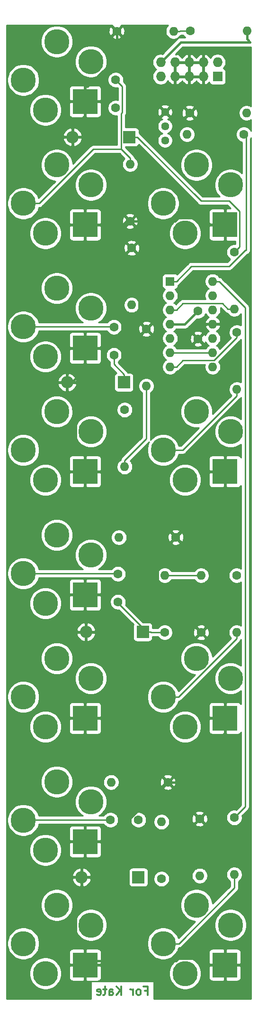
<source format=gbr>
G04 #@! TF.GenerationSoftware,KiCad,Pcbnew,(5.1.5)-3*
G04 #@! TF.CreationDate,2020-07-13T19:53:19+01:00*
G04 #@! TF.ProjectId,GATE2TRIG,47415445-3254-4524-9947-2e6b69636164,rev?*
G04 #@! TF.SameCoordinates,Original*
G04 #@! TF.FileFunction,Copper,L2,Bot*
G04 #@! TF.FilePolarity,Positive*
%FSLAX46Y46*%
G04 Gerber Fmt 4.6, Leading zero omitted, Abs format (unit mm)*
G04 Created by KiCad (PCBNEW (5.1.5)-3) date 2020-07-13 19:53:19*
%MOMM*%
%LPD*%
G04 APERTURE LIST*
%ADD10C,0.300000*%
%ADD11C,1.600000*%
%ADD12C,1.440000*%
%ADD13R,2.200000X2.200000*%
%ADD14O,2.200000X2.200000*%
%ADD15R,4.500000X4.500000*%
%ADD16C,4.500000*%
%ADD17R,1.727200X1.727200*%
%ADD18O,1.727200X1.727200*%
%ADD19O,1.600000X1.600000*%
%ADD20R,1.600000X1.600000*%
%ADD21C,0.250000*%
%ADD22C,0.450000*%
%ADD23C,0.254000*%
G04 APERTURE END LIST*
D10*
X70730000Y-188232857D02*
X71230000Y-188232857D01*
X71230000Y-189018571D02*
X71230000Y-187518571D01*
X70515714Y-187518571D01*
X69730000Y-189018571D02*
X69872857Y-188947142D01*
X69944285Y-188875714D01*
X70015714Y-188732857D01*
X70015714Y-188304285D01*
X69944285Y-188161428D01*
X69872857Y-188090000D01*
X69730000Y-188018571D01*
X69515714Y-188018571D01*
X69372857Y-188090000D01*
X69301428Y-188161428D01*
X69230000Y-188304285D01*
X69230000Y-188732857D01*
X69301428Y-188875714D01*
X69372857Y-188947142D01*
X69515714Y-189018571D01*
X69730000Y-189018571D01*
X68587142Y-189018571D02*
X68587142Y-188018571D01*
X68587142Y-188304285D02*
X68515714Y-188161428D01*
X68444285Y-188090000D01*
X68301428Y-188018571D01*
X68158571Y-188018571D01*
X66515714Y-189018571D02*
X66515714Y-187518571D01*
X65658571Y-189018571D02*
X66301428Y-188161428D01*
X65658571Y-187518571D02*
X66515714Y-188375714D01*
X64372857Y-189018571D02*
X64372857Y-188232857D01*
X64444285Y-188090000D01*
X64587142Y-188018571D01*
X64872857Y-188018571D01*
X65015714Y-188090000D01*
X64372857Y-188947142D02*
X64515714Y-189018571D01*
X64872857Y-189018571D01*
X65015714Y-188947142D01*
X65087142Y-188804285D01*
X65087142Y-188661428D01*
X65015714Y-188518571D01*
X64872857Y-188447142D01*
X64515714Y-188447142D01*
X64372857Y-188375714D01*
X63872857Y-188018571D02*
X63301428Y-188018571D01*
X63658571Y-187518571D02*
X63658571Y-188804285D01*
X63587142Y-188947142D01*
X63444285Y-189018571D01*
X63301428Y-189018571D01*
X62230000Y-188947142D02*
X62372857Y-189018571D01*
X62658571Y-189018571D01*
X62801428Y-188947142D01*
X62872857Y-188804285D01*
X62872857Y-188232857D01*
X62801428Y-188090000D01*
X62658571Y-188018571D01*
X62372857Y-188018571D01*
X62230000Y-188090000D01*
X62158571Y-188232857D01*
X62158571Y-188375714D01*
X62872857Y-188518571D01*
D11*
X80260000Y-72000000D03*
X80260000Y-67000000D03*
D12*
X74350000Y-36610000D03*
X74350000Y-34070000D03*
X74350000Y-31530000D03*
D11*
X65942400Y-118902500D03*
X65942400Y-113902500D03*
X64598700Y-157796000D03*
X69598700Y-157796000D03*
X65520700Y-30800100D03*
X65520700Y-25800100D03*
X65200700Y-69869100D03*
X65200700Y-74869100D03*
D13*
X67961700Y-35998200D03*
D14*
X57801700Y-35998200D03*
X60207100Y-124266000D03*
D13*
X70367100Y-124266000D03*
D14*
X59429800Y-168022000D03*
D13*
X69589800Y-168022000D03*
X67004100Y-79764900D03*
D14*
X56844100Y-79764900D03*
D15*
X60064000Y-117652000D03*
D16*
X54984000Y-106984000D03*
X49015000Y-113842000D03*
X61080000Y-110540000D03*
X52952000Y-119176000D03*
X52952000Y-31176000D03*
X61080000Y-22540000D03*
X49015000Y-25842000D03*
X54984000Y-18984000D03*
D15*
X60064000Y-29652000D03*
D16*
X52952000Y-163176000D03*
X61080000Y-154540000D03*
X49015000Y-157842000D03*
X54984000Y-150984000D03*
D15*
X60064000Y-161652000D03*
D16*
X77952000Y-97176000D03*
X86080000Y-88540000D03*
X74015000Y-91842000D03*
X79984000Y-84984000D03*
D15*
X85064000Y-95652000D03*
D16*
X52952000Y-75176000D03*
X61080000Y-66540000D03*
X49015000Y-69842000D03*
X54984000Y-62984000D03*
D15*
X60064000Y-73652000D03*
D17*
X83740200Y-25205700D03*
D18*
X83740200Y-22665700D03*
X81200200Y-25205700D03*
X81200200Y-22665700D03*
X78660200Y-25205700D03*
X78660200Y-22665700D03*
X76120200Y-25205700D03*
X76120200Y-22665700D03*
X73580200Y-25205700D03*
X73580200Y-22665700D03*
D15*
X85064000Y-51652000D03*
D16*
X79984000Y-40984000D03*
X74015000Y-47842000D03*
X86080000Y-44540000D03*
X77952000Y-53176000D03*
D15*
X85064000Y-139652000D03*
D16*
X79984000Y-128984000D03*
X74015000Y-135842000D03*
X86080000Y-132540000D03*
X77952000Y-141176000D03*
D15*
X85064000Y-183652000D03*
D16*
X79984000Y-172984000D03*
X74015000Y-179842000D03*
X86080000Y-176540000D03*
X77952000Y-185176000D03*
X52952000Y-53176000D03*
X61080000Y-44540000D03*
X49015000Y-47842000D03*
X54984000Y-40984000D03*
D15*
X60064000Y-51652000D03*
D16*
X52952000Y-97176000D03*
X61080000Y-88540000D03*
X49015000Y-91842000D03*
X54984000Y-84984000D03*
D15*
X60064000Y-95652000D03*
X60064000Y-139652000D03*
D16*
X54984000Y-128984000D03*
X49015000Y-135842000D03*
X61080000Y-132540000D03*
X52952000Y-141176000D03*
D15*
X60064000Y-183652000D03*
D16*
X54984000Y-172984000D03*
X49015000Y-179842000D03*
X61080000Y-176540000D03*
X52952000Y-185176000D03*
D19*
X75866200Y-17126000D03*
D11*
X65706200Y-17126000D03*
X76270000Y-107397600D03*
D19*
X66110000Y-107397600D03*
X64697800Y-151065000D03*
D11*
X74857800Y-151065000D03*
D19*
X68093800Y-40844500D03*
D11*
X68093800Y-51004500D03*
D19*
X68375700Y-65957500D03*
D11*
X68375700Y-55797500D03*
D19*
X74291400Y-114197000D03*
D11*
X74291400Y-124357000D03*
X73727500Y-168307000D03*
D19*
X73727500Y-158147000D03*
D11*
X86722100Y-56523900D03*
D19*
X86722100Y-66683900D03*
D11*
X67138700Y-84654400D03*
D19*
X67138700Y-94814400D03*
D11*
X80791200Y-124357000D03*
D19*
X80791200Y-114197000D03*
X80539800Y-167740000D03*
D11*
X80539800Y-157580000D03*
X88430000Y-35540000D03*
D19*
X78270000Y-35540000D03*
D11*
X78770000Y-31700000D03*
D19*
X88930000Y-31700000D03*
X71007100Y-80399900D03*
D11*
X71007100Y-70239900D03*
X78830340Y-17092960D03*
D19*
X88990340Y-17092960D03*
X87204700Y-81012100D03*
D11*
X87204700Y-70852100D03*
X87151400Y-114181900D03*
D19*
X87151400Y-124341900D03*
X86724700Y-167545000D03*
D11*
X86724700Y-157385000D03*
D20*
X75256600Y-61743600D03*
D19*
X82876600Y-76983600D03*
X75256600Y-64283600D03*
X82876600Y-74443600D03*
X75256600Y-66823600D03*
X82876600Y-71903600D03*
X75256600Y-69363600D03*
X82876600Y-69363600D03*
X75256600Y-71903600D03*
X82876600Y-66823600D03*
X75256600Y-74443600D03*
X82876600Y-64283600D03*
X75256600Y-76983600D03*
X82876600Y-61743600D03*
D21*
X71079800Y-124266000D02*
X65942400Y-119128600D01*
X65942400Y-119128600D02*
X65942400Y-118902500D01*
X71079800Y-124266000D02*
X71792400Y-124266000D01*
X70367100Y-124266000D02*
X71079800Y-124266000D01*
X74291400Y-124357000D02*
X71883400Y-124357000D01*
X71883400Y-124357000D02*
X71792400Y-124266000D01*
D22*
X56844100Y-80527500D02*
X60064000Y-77307600D01*
X60064000Y-77307600D02*
X60064000Y-73652000D01*
X56844100Y-80527500D02*
X56844100Y-81290200D01*
X56844100Y-79764900D02*
X56844100Y-80527500D01*
X60064000Y-73652000D02*
X62739300Y-73652000D01*
X69719600Y-69034400D02*
X69719600Y-57141400D01*
X69719600Y-57141400D02*
X68375700Y-55797500D01*
X69719600Y-69034400D02*
X66384900Y-72369100D01*
X66384900Y-72369100D02*
X64022200Y-72369100D01*
X64022200Y-72369100D02*
X62739300Y-73652000D01*
X71007100Y-70239900D02*
X70925100Y-70239900D01*
X70925100Y-70239900D02*
X69719600Y-69034400D01*
X85064000Y-51652000D02*
X82388700Y-51652000D01*
X68093800Y-51004500D02*
X76186500Y-51004500D01*
X76186500Y-51004500D02*
X76755100Y-50435900D01*
X76755100Y-50435900D02*
X81172600Y-50435900D01*
X81172600Y-50435900D02*
X82388700Y-51652000D01*
X66822300Y-51652000D02*
X67469800Y-51004500D01*
X67469800Y-51004500D02*
X68093800Y-51004500D01*
X74857800Y-151065000D02*
X74521300Y-151065000D01*
X74521300Y-151065000D02*
X63934300Y-161652000D01*
X63934300Y-161652000D02*
X60064000Y-161652000D01*
X76326300Y-151065000D02*
X74857800Y-151065000D01*
X60064000Y-117652000D02*
X62739300Y-117652000D01*
X73018000Y-116678000D02*
X63713300Y-116678000D01*
X63713300Y-116678000D02*
X62739300Y-117652000D01*
X80791200Y-124357000D02*
X73112200Y-116678000D01*
X73112200Y-116678000D02*
X73018000Y-116678000D01*
X76270000Y-107397600D02*
X73018000Y-110649600D01*
X73018000Y-110649600D02*
X73018000Y-116678000D01*
X76270000Y-107121300D02*
X76270000Y-107397600D01*
X65706200Y-21807800D02*
X65706200Y-17126000D01*
X60064000Y-26976700D02*
X60537300Y-26976700D01*
X60537300Y-26976700D02*
X65706200Y-21807800D01*
X66822300Y-51652000D02*
X66822300Y-54244100D01*
X66822300Y-54244100D02*
X68375700Y-55797500D01*
X62739300Y-51652000D02*
X66822300Y-51652000D01*
X60064000Y-29652000D02*
X60064000Y-26976700D01*
X60064000Y-29817900D02*
X60064000Y-29652000D01*
X60064000Y-29817900D02*
X60064000Y-32327300D01*
X57801700Y-35998200D02*
X57801700Y-34472900D01*
X57801700Y-34472900D02*
X59947300Y-32327300D01*
X59947300Y-32327300D02*
X60064000Y-32327300D01*
X85064000Y-183652000D02*
X82388700Y-183652000D01*
X60064000Y-182922000D02*
X76349400Y-182922000D01*
X76349400Y-182922000D02*
X76777600Y-182493800D01*
X76777600Y-182493800D02*
X81230500Y-182493800D01*
X81230500Y-182493800D02*
X82388700Y-183652000D01*
X60064000Y-182922000D02*
X60064000Y-180976700D01*
X60064000Y-183652000D02*
X60064000Y-182922000D01*
X76326300Y-151065000D02*
X85064000Y-142327300D01*
X76326300Y-151065000D02*
X76326300Y-153366500D01*
X76326300Y-153366500D02*
X80539800Y-157580000D01*
X85064000Y-98327300D02*
X76270000Y-107121300D01*
X76270000Y-107121300D02*
X64800700Y-95652000D01*
X64800700Y-95652000D02*
X62739300Y-95652000D01*
X60064000Y-95652000D02*
X62739300Y-95652000D01*
X59429800Y-168022000D02*
X59429800Y-169547300D01*
X60064000Y-180976700D02*
X58388800Y-179301500D01*
X58388800Y-179301500D02*
X58388800Y-170588300D01*
X58388800Y-170588300D02*
X59429800Y-169547300D01*
X85064000Y-95652000D02*
X85064000Y-98327300D01*
X60064000Y-95652000D02*
X60064000Y-92976700D01*
X60064000Y-92976700D02*
X58388900Y-91301600D01*
X58388900Y-91301600D02*
X58388900Y-82835000D01*
X58388900Y-82835000D02*
X56844100Y-81290200D01*
X78660200Y-22665700D02*
X81200200Y-22665700D01*
X76120200Y-22665700D02*
X78660200Y-22665700D01*
X85064000Y-139652000D02*
X85064000Y-142327300D01*
X60064000Y-51652000D02*
X62739300Y-51652000D01*
D21*
X76120200Y-25205700D02*
X78660200Y-25205700D01*
X78660200Y-25205700D02*
X81200200Y-25205700D01*
D22*
X74350000Y-31530000D02*
X65706200Y-21807800D01*
X81766400Y-69363600D02*
X82876600Y-69363600D01*
X81059999Y-70070001D02*
X81766400Y-69363600D01*
X81059999Y-71200001D02*
X81059999Y-70070001D01*
X80260000Y-72000000D02*
X81059999Y-71200001D01*
D21*
X67961700Y-35998200D02*
X69387000Y-35998200D01*
X86722100Y-56523900D02*
X87645300Y-55600700D01*
X87645300Y-55600700D02*
X87645300Y-49273200D01*
X87645300Y-49273200D02*
X85779700Y-47407600D01*
X85779700Y-47407600D02*
X80796400Y-47407600D01*
X80796400Y-47407600D02*
X69387000Y-35998200D01*
D22*
X88990340Y-18492500D02*
X88990340Y-17092960D01*
X89574540Y-19076700D02*
X88990340Y-18492500D01*
X73580200Y-22665700D02*
X77169200Y-19076700D01*
X77169200Y-19076700D02*
X89574540Y-19076700D01*
X77896400Y-69363600D02*
X80260000Y-67000000D01*
X75256600Y-69363600D02*
X77896400Y-69363600D01*
D21*
X75256600Y-74443600D02*
X82876600Y-74443600D01*
X77024540Y-17092960D02*
X78830340Y-17092960D01*
X75866200Y-17126000D02*
X76991500Y-17126000D01*
X76991500Y-17126000D02*
X77024540Y-17092960D01*
X49015000Y-113842000D02*
X65881900Y-113842000D01*
X65881900Y-113842000D02*
X65942400Y-113902500D01*
X64598700Y-157796000D02*
X49061000Y-157796000D01*
X49061000Y-157796000D02*
X49015000Y-157842000D01*
X66536300Y-38161700D02*
X66536300Y-31773300D01*
X66536300Y-31773300D02*
X66667600Y-31642000D01*
X66667600Y-31642000D02*
X66667600Y-26947000D01*
X66667600Y-26947000D02*
X65520700Y-25800100D01*
X68093800Y-39719200D02*
X66536300Y-38161700D01*
X49015000Y-47842000D02*
X51836200Y-47842000D01*
X51836200Y-47842000D02*
X61516500Y-38161700D01*
X61516500Y-38161700D02*
X66536300Y-38161700D01*
X68093800Y-40844500D02*
X68093800Y-39719200D01*
X49015000Y-69842000D02*
X65173600Y-69842000D01*
X65173600Y-69842000D02*
X65200700Y-69869100D01*
X67004100Y-79764900D02*
X67004100Y-78339600D01*
X67004100Y-78339600D02*
X65200700Y-76536200D01*
X65200700Y-76536200D02*
X65200700Y-74869100D01*
X87204700Y-81012100D02*
X87204700Y-82137400D01*
X87204700Y-82137400D02*
X77500100Y-91842000D01*
X77500100Y-91842000D02*
X74015000Y-91842000D01*
X87151400Y-124341900D02*
X87151400Y-125467400D01*
X87151400Y-125467400D02*
X76776800Y-135842000D01*
X76776800Y-135842000D02*
X74015000Y-135842000D01*
X86724700Y-167545000D02*
X86724700Y-169934400D01*
X86724700Y-169934400D02*
X76817100Y-179842000D01*
X76817100Y-179842000D02*
X74015000Y-179842000D01*
X80791200Y-114197000D02*
X74291400Y-114197000D01*
X86722100Y-66683900D02*
X85596800Y-66683900D01*
X75256600Y-66823600D02*
X76381900Y-66823600D01*
X76381900Y-66823600D02*
X77510500Y-65695000D01*
X77510500Y-65695000D02*
X84607900Y-65695000D01*
X84607900Y-65695000D02*
X85596800Y-66683900D01*
X67138700Y-94814400D02*
X67138700Y-93689100D01*
X67138700Y-93689100D02*
X71007100Y-89820700D01*
X71007100Y-89820700D02*
X71007100Y-80399900D01*
X75256600Y-61743600D02*
X76381900Y-61743600D01*
X76381900Y-61743600D02*
X79076600Y-59048900D01*
X79076600Y-59048900D02*
X85827100Y-59048900D01*
X85827100Y-59048900D02*
X88668300Y-56207700D01*
X88850000Y-56174600D02*
X88850000Y-35930000D01*
X88668300Y-35963100D02*
X88324900Y-35619700D01*
X88816900Y-56207700D02*
X88850000Y-56174600D01*
X88668300Y-56207700D02*
X88816900Y-56207700D01*
X75256600Y-76983600D02*
X76381900Y-76983600D01*
X76381900Y-76983600D02*
X77507200Y-75858300D01*
X77507200Y-75858300D02*
X83131600Y-75858300D01*
X83131600Y-75858300D02*
X87204700Y-71785200D01*
X87204700Y-71785200D02*
X87204700Y-70852100D01*
X82876600Y-61743600D02*
X84001900Y-61743600D01*
X84001900Y-61743600D02*
X88657500Y-66399200D01*
X88657500Y-66399200D02*
X88657500Y-155452200D01*
X88657500Y-155452200D02*
X86724700Y-157385000D01*
D23*
G36*
X64893103Y-16133298D02*
G01*
X65706200Y-16946395D01*
X66519297Y-16133298D01*
X66490761Y-16036040D01*
X74926764Y-16036040D01*
X74751563Y-16211241D01*
X74594520Y-16446273D01*
X74486347Y-16707426D01*
X74431200Y-16984665D01*
X74431200Y-17267335D01*
X74486347Y-17544574D01*
X74594520Y-17805727D01*
X74751563Y-18040759D01*
X74951441Y-18240637D01*
X75186473Y-18397680D01*
X75447626Y-18505853D01*
X75724865Y-18561000D01*
X76007535Y-18561000D01*
X76284774Y-18505853D01*
X76545927Y-18397680D01*
X76780959Y-18240637D01*
X76980837Y-18040759D01*
X77088147Y-17880158D01*
X77140486Y-17875003D01*
X77213153Y-17852960D01*
X77612297Y-17852960D01*
X77715703Y-18007719D01*
X77915581Y-18207597D01*
X77929205Y-18216700D01*
X77211438Y-18216700D01*
X77169199Y-18212540D01*
X77126960Y-18216700D01*
X77126954Y-18216700D01*
X77031738Y-18226078D01*
X77000609Y-18229144D01*
X76925150Y-18252035D01*
X76838500Y-18278319D01*
X76689098Y-18358176D01*
X76558146Y-18465646D01*
X76531212Y-18498465D01*
X73840216Y-21189461D01*
X73727799Y-21167100D01*
X73432601Y-21167100D01*
X73143075Y-21224690D01*
X72870347Y-21337658D01*
X72624898Y-21501661D01*
X72416161Y-21710398D01*
X72252158Y-21955847D01*
X72139190Y-22228575D01*
X72081600Y-22518101D01*
X72081600Y-22813299D01*
X72139190Y-23102825D01*
X72252158Y-23375553D01*
X72416161Y-23621002D01*
X72624898Y-23829739D01*
X72783481Y-23935700D01*
X72624898Y-24041661D01*
X72416161Y-24250398D01*
X72252158Y-24495847D01*
X72139190Y-24768575D01*
X72081600Y-25058101D01*
X72081600Y-25353299D01*
X72139190Y-25642825D01*
X72252158Y-25915553D01*
X72416161Y-26161002D01*
X72624898Y-26369739D01*
X72870347Y-26533742D01*
X73143075Y-26646710D01*
X73432601Y-26704300D01*
X73727799Y-26704300D01*
X74017325Y-26646710D01*
X74290053Y-26533742D01*
X74535502Y-26369739D01*
X74744239Y-26161002D01*
X74854759Y-25995597D01*
X74913383Y-26094188D01*
X75109907Y-26312554D01*
X75345256Y-26488384D01*
X75610386Y-26614922D01*
X75761174Y-26660658D01*
X75993200Y-26539517D01*
X75993200Y-25332700D01*
X76247200Y-25332700D01*
X76247200Y-26539517D01*
X76479226Y-26660658D01*
X76630014Y-26614922D01*
X76895144Y-26488384D01*
X77130493Y-26312554D01*
X77327017Y-26094188D01*
X77390200Y-25987930D01*
X77453383Y-26094188D01*
X77649907Y-26312554D01*
X77885256Y-26488384D01*
X78150386Y-26614922D01*
X78301174Y-26660658D01*
X78533200Y-26539517D01*
X78533200Y-25332700D01*
X78787200Y-25332700D01*
X78787200Y-26539517D01*
X79019226Y-26660658D01*
X79170014Y-26614922D01*
X79435144Y-26488384D01*
X79670493Y-26312554D01*
X79867017Y-26094188D01*
X79930200Y-25987930D01*
X79993383Y-26094188D01*
X80189907Y-26312554D01*
X80425256Y-26488384D01*
X80690386Y-26614922D01*
X80841174Y-26660658D01*
X81073200Y-26539517D01*
X81073200Y-25332700D01*
X78787200Y-25332700D01*
X78533200Y-25332700D01*
X76247200Y-25332700D01*
X75993200Y-25332700D01*
X75973200Y-25332700D01*
X75973200Y-25078700D01*
X75993200Y-25078700D01*
X75993200Y-22792700D01*
X76247200Y-22792700D01*
X76247200Y-25078700D01*
X78533200Y-25078700D01*
X78533200Y-22792700D01*
X78787200Y-22792700D01*
X78787200Y-25078700D01*
X81073200Y-25078700D01*
X81073200Y-22792700D01*
X78787200Y-22792700D01*
X78533200Y-22792700D01*
X76247200Y-22792700D01*
X75993200Y-22792700D01*
X75973200Y-22792700D01*
X75973200Y-22538700D01*
X75993200Y-22538700D01*
X75993200Y-22518700D01*
X76247200Y-22518700D01*
X76247200Y-22538700D01*
X78533200Y-22538700D01*
X78533200Y-21331883D01*
X78787200Y-21331883D01*
X78787200Y-22538700D01*
X81073200Y-22538700D01*
X81073200Y-21331883D01*
X81327200Y-21331883D01*
X81327200Y-22538700D01*
X81347200Y-22538700D01*
X81347200Y-22792700D01*
X81327200Y-22792700D01*
X81327200Y-25078700D01*
X81347200Y-25078700D01*
X81347200Y-25332700D01*
X81327200Y-25332700D01*
X81327200Y-26539517D01*
X81559226Y-26660658D01*
X81710014Y-26614922D01*
X81975144Y-26488384D01*
X82210493Y-26312554D01*
X82267576Y-26249126D01*
X82287098Y-26313480D01*
X82346063Y-26423794D01*
X82425415Y-26520485D01*
X82522106Y-26599837D01*
X82632420Y-26658802D01*
X82752118Y-26695112D01*
X82876600Y-26707372D01*
X84603800Y-26707372D01*
X84728282Y-26695112D01*
X84847980Y-26658802D01*
X84958294Y-26599837D01*
X85054985Y-26520485D01*
X85134337Y-26423794D01*
X85193302Y-26313480D01*
X85229612Y-26193782D01*
X85241872Y-26069300D01*
X85241872Y-24342100D01*
X85229612Y-24217618D01*
X85193302Y-24097920D01*
X85134337Y-23987606D01*
X85054985Y-23890915D01*
X84958294Y-23811563D01*
X84847980Y-23752598D01*
X84790177Y-23735064D01*
X84904239Y-23621002D01*
X85068242Y-23375553D01*
X85181210Y-23102825D01*
X85238800Y-22813299D01*
X85238800Y-22518101D01*
X85181210Y-22228575D01*
X85068242Y-21955847D01*
X84904239Y-21710398D01*
X84695502Y-21501661D01*
X84450053Y-21337658D01*
X84177325Y-21224690D01*
X83887799Y-21167100D01*
X83592601Y-21167100D01*
X83303075Y-21224690D01*
X83030347Y-21337658D01*
X82784898Y-21501661D01*
X82576161Y-21710398D01*
X82465641Y-21875803D01*
X82407017Y-21777212D01*
X82210493Y-21558846D01*
X81975144Y-21383016D01*
X81710014Y-21256478D01*
X81559226Y-21210742D01*
X81327200Y-21331883D01*
X81073200Y-21331883D01*
X80841174Y-21210742D01*
X80690386Y-21256478D01*
X80425256Y-21383016D01*
X80189907Y-21558846D01*
X79993383Y-21777212D01*
X79930200Y-21883470D01*
X79867017Y-21777212D01*
X79670493Y-21558846D01*
X79435144Y-21383016D01*
X79170014Y-21256478D01*
X79019226Y-21210742D01*
X78787200Y-21331883D01*
X78533200Y-21331883D01*
X78301174Y-21210742D01*
X78150386Y-21256478D01*
X77885256Y-21383016D01*
X77649907Y-21558846D01*
X77453383Y-21777212D01*
X77390200Y-21883470D01*
X77327017Y-21777212D01*
X77130493Y-21558846D01*
X76895144Y-21383016D01*
X76630014Y-21256478D01*
X76479226Y-21210742D01*
X76247202Y-21331882D01*
X76247202Y-21214921D01*
X77525423Y-19936700D01*
X89532294Y-19936700D01*
X89574540Y-19940861D01*
X89741601Y-19924407D01*
X89741601Y-30516435D01*
X89609727Y-30428320D01*
X89348574Y-30320147D01*
X89071335Y-30265000D01*
X88788665Y-30265000D01*
X88511426Y-30320147D01*
X88250273Y-30428320D01*
X88015241Y-30585363D01*
X87815363Y-30785241D01*
X87658320Y-31020273D01*
X87550147Y-31281426D01*
X87495000Y-31558665D01*
X87495000Y-31841335D01*
X87550147Y-32118574D01*
X87658320Y-32379727D01*
X87815363Y-32614759D01*
X88015241Y-32814637D01*
X88250273Y-32971680D01*
X88511426Y-33079853D01*
X88788665Y-33135000D01*
X89071335Y-33135000D01*
X89348574Y-33079853D01*
X89609727Y-32971680D01*
X89741601Y-32883565D01*
X89741601Y-34956651D01*
X89701680Y-34860273D01*
X89544637Y-34625241D01*
X89344759Y-34425363D01*
X89109727Y-34268320D01*
X88848574Y-34160147D01*
X88571335Y-34105000D01*
X88288665Y-34105000D01*
X88011426Y-34160147D01*
X87750273Y-34268320D01*
X87515241Y-34425363D01*
X87315363Y-34625241D01*
X87158320Y-34860273D01*
X87050147Y-35121426D01*
X86995000Y-35398665D01*
X86995000Y-35681335D01*
X87050147Y-35958574D01*
X87158320Y-36219727D01*
X87315363Y-36454759D01*
X87515241Y-36654637D01*
X87750273Y-36811680D01*
X88011426Y-36919853D01*
X88090001Y-36935483D01*
X88090001Y-42469995D01*
X87919080Y-42299074D01*
X87446560Y-41983346D01*
X86921523Y-41765869D01*
X86364148Y-41655000D01*
X85795852Y-41655000D01*
X85238477Y-41765869D01*
X84713440Y-41983346D01*
X84240920Y-42299074D01*
X83839074Y-42700920D01*
X83523346Y-43173440D01*
X83305869Y-43698477D01*
X83195000Y-44255852D01*
X83195000Y-44824148D01*
X83305869Y-45381523D01*
X83523346Y-45906560D01*
X83839074Y-46379080D01*
X84107594Y-46647600D01*
X81111202Y-46647600D01*
X75163454Y-40699852D01*
X77099000Y-40699852D01*
X77099000Y-41268148D01*
X77209869Y-41825523D01*
X77427346Y-42350560D01*
X77743074Y-42823080D01*
X78144920Y-43224926D01*
X78617440Y-43540654D01*
X79142477Y-43758131D01*
X79699852Y-43869000D01*
X80268148Y-43869000D01*
X80825523Y-43758131D01*
X81350560Y-43540654D01*
X81823080Y-43224926D01*
X82224926Y-42823080D01*
X82540654Y-42350560D01*
X82758131Y-41825523D01*
X82869000Y-41268148D01*
X82869000Y-40699852D01*
X82758131Y-40142477D01*
X82540654Y-39617440D01*
X82224926Y-39144920D01*
X81823080Y-38743074D01*
X81350560Y-38427346D01*
X80825523Y-38209869D01*
X80268148Y-38099000D01*
X79699852Y-38099000D01*
X79142477Y-38209869D01*
X78617440Y-38427346D01*
X78144920Y-38743074D01*
X77743074Y-39144920D01*
X77427346Y-39617440D01*
X77209869Y-40142477D01*
X77099000Y-40699852D01*
X75163454Y-40699852D01*
X69950804Y-35487203D01*
X69927001Y-35458199D01*
X69811276Y-35363226D01*
X69699772Y-35303625D01*
X69699772Y-34898200D01*
X69687512Y-34773718D01*
X69651202Y-34654020D01*
X69592237Y-34543706D01*
X69512885Y-34447015D01*
X69416194Y-34367663D01*
X69305880Y-34308698D01*
X69186182Y-34272388D01*
X69061700Y-34260128D01*
X67296300Y-34260128D01*
X67296300Y-33936544D01*
X72995000Y-33936544D01*
X72995000Y-34203456D01*
X73047072Y-34465239D01*
X73149215Y-34711833D01*
X73297503Y-34933762D01*
X73486238Y-35122497D01*
X73708167Y-35270785D01*
X73875266Y-35340000D01*
X73708167Y-35409215D01*
X73486238Y-35557503D01*
X73297503Y-35746238D01*
X73149215Y-35968167D01*
X73047072Y-36214761D01*
X72995000Y-36476544D01*
X72995000Y-36743456D01*
X73047072Y-37005239D01*
X73149215Y-37251833D01*
X73297503Y-37473762D01*
X73486238Y-37662497D01*
X73708167Y-37810785D01*
X73954761Y-37912928D01*
X74216544Y-37965000D01*
X74483456Y-37965000D01*
X74745239Y-37912928D01*
X74991833Y-37810785D01*
X75213762Y-37662497D01*
X75402497Y-37473762D01*
X75550785Y-37251833D01*
X75652928Y-37005239D01*
X75705000Y-36743456D01*
X75705000Y-36476544D01*
X75652928Y-36214761D01*
X75550785Y-35968167D01*
X75402497Y-35746238D01*
X75213762Y-35557503D01*
X74991833Y-35409215D01*
X74966364Y-35398665D01*
X76835000Y-35398665D01*
X76835000Y-35681335D01*
X76890147Y-35958574D01*
X76998320Y-36219727D01*
X77155363Y-36454759D01*
X77355241Y-36654637D01*
X77590273Y-36811680D01*
X77851426Y-36919853D01*
X78128665Y-36975000D01*
X78411335Y-36975000D01*
X78688574Y-36919853D01*
X78949727Y-36811680D01*
X79184759Y-36654637D01*
X79384637Y-36454759D01*
X79541680Y-36219727D01*
X79649853Y-35958574D01*
X79705000Y-35681335D01*
X79705000Y-35398665D01*
X79649853Y-35121426D01*
X79541680Y-34860273D01*
X79384637Y-34625241D01*
X79184759Y-34425363D01*
X78949727Y-34268320D01*
X78688574Y-34160147D01*
X78411335Y-34105000D01*
X78128665Y-34105000D01*
X77851426Y-34160147D01*
X77590273Y-34268320D01*
X77355241Y-34425363D01*
X77155363Y-34625241D01*
X76998320Y-34860273D01*
X76890147Y-35121426D01*
X76835000Y-35398665D01*
X74966364Y-35398665D01*
X74824734Y-35340000D01*
X74991833Y-35270785D01*
X75213762Y-35122497D01*
X75402497Y-34933762D01*
X75550785Y-34711833D01*
X75652928Y-34465239D01*
X75705000Y-34203456D01*
X75705000Y-33936544D01*
X75652928Y-33674761D01*
X75550785Y-33428167D01*
X75402497Y-33206238D01*
X75213762Y-33017503D01*
X74991833Y-32869215D01*
X74823676Y-32799562D01*
X74938353Y-32757875D01*
X75044068Y-32701368D01*
X75046342Y-32692702D01*
X77956903Y-32692702D01*
X78028486Y-32936671D01*
X78283996Y-33057571D01*
X78558184Y-33126300D01*
X78840512Y-33140217D01*
X79120130Y-33098787D01*
X79386292Y-33003603D01*
X79511514Y-32936671D01*
X79583097Y-32692702D01*
X78770000Y-31879605D01*
X77956903Y-32692702D01*
X75046342Y-32692702D01*
X75105955Y-32465560D01*
X74350000Y-31709605D01*
X73594045Y-32465560D01*
X73655932Y-32701368D01*
X73871007Y-32801764D01*
X73708167Y-32869215D01*
X73486238Y-33017503D01*
X73297503Y-33206238D01*
X73149215Y-33428167D01*
X73047072Y-33674761D01*
X72995000Y-33936544D01*
X67296300Y-33936544D01*
X67296300Y-32073921D01*
X67302574Y-32066276D01*
X67373146Y-31934247D01*
X67416603Y-31790986D01*
X67427600Y-31679333D01*
X67427600Y-31679323D01*
X67431276Y-31642001D01*
X67427600Y-31604678D01*
X67427600Y-31603680D01*
X72990439Y-31603680D01*
X73030937Y-31867501D01*
X73122125Y-32118353D01*
X73178632Y-32224068D01*
X73414440Y-32285955D01*
X74170395Y-31530000D01*
X74529605Y-31530000D01*
X75285560Y-32285955D01*
X75521368Y-32224068D01*
X75634266Y-31982210D01*
X75686158Y-31770512D01*
X77329783Y-31770512D01*
X77371213Y-32050130D01*
X77466397Y-32316292D01*
X77533329Y-32441514D01*
X77777298Y-32513097D01*
X78590395Y-31700000D01*
X78949605Y-31700000D01*
X79762702Y-32513097D01*
X80006671Y-32441514D01*
X80127571Y-32186004D01*
X80196300Y-31911816D01*
X80210217Y-31629488D01*
X80168787Y-31349870D01*
X80073603Y-31083708D01*
X80006671Y-30958486D01*
X79762702Y-30886903D01*
X78949605Y-31700000D01*
X78590395Y-31700000D01*
X77777298Y-30886903D01*
X77533329Y-30958486D01*
X77412429Y-31213996D01*
X77343700Y-31488184D01*
X77329783Y-31770512D01*
X75686158Y-31770512D01*
X75697811Y-31722973D01*
X75709561Y-31456320D01*
X75669063Y-31192499D01*
X75577875Y-30941647D01*
X75521368Y-30835932D01*
X75285560Y-30774045D01*
X74529605Y-31530000D01*
X74170395Y-31530000D01*
X73414440Y-30774045D01*
X73178632Y-30835932D01*
X73065734Y-31077790D01*
X73002189Y-31337027D01*
X72990439Y-31603680D01*
X67427600Y-31603680D01*
X67427600Y-30594440D01*
X73594045Y-30594440D01*
X74350000Y-31350395D01*
X74993097Y-30707298D01*
X77956903Y-30707298D01*
X78770000Y-31520395D01*
X79583097Y-30707298D01*
X79511514Y-30463329D01*
X79256004Y-30342429D01*
X78981816Y-30273700D01*
X78699488Y-30259783D01*
X78419870Y-30301213D01*
X78153708Y-30396397D01*
X78028486Y-30463329D01*
X77956903Y-30707298D01*
X74993097Y-30707298D01*
X75105955Y-30594440D01*
X75044068Y-30358632D01*
X74802210Y-30245734D01*
X74542973Y-30182189D01*
X74276320Y-30170439D01*
X74012499Y-30210937D01*
X73761647Y-30302125D01*
X73655932Y-30358632D01*
X73594045Y-30594440D01*
X67427600Y-30594440D01*
X67427600Y-26984333D01*
X67431277Y-26947000D01*
X67416603Y-26798014D01*
X67373146Y-26654753D01*
X67302574Y-26522724D01*
X67231399Y-26435997D01*
X67207601Y-26406999D01*
X67178603Y-26383201D01*
X66919388Y-26123986D01*
X66955700Y-25941435D01*
X66955700Y-25658765D01*
X66900553Y-25381526D01*
X66792380Y-25120373D01*
X66635337Y-24885341D01*
X66435459Y-24685463D01*
X66200427Y-24528420D01*
X65939274Y-24420247D01*
X65662035Y-24365100D01*
X65379365Y-24365100D01*
X65102126Y-24420247D01*
X64840973Y-24528420D01*
X64605941Y-24685463D01*
X64406063Y-24885341D01*
X64249020Y-25120373D01*
X64140847Y-25381526D01*
X64085700Y-25658765D01*
X64085700Y-25941435D01*
X64140847Y-26218674D01*
X64249020Y-26479827D01*
X64406063Y-26714859D01*
X64605941Y-26914737D01*
X64840973Y-27071780D01*
X65102126Y-27179953D01*
X65379365Y-27235100D01*
X65662035Y-27235100D01*
X65844586Y-27198788D01*
X65907601Y-27261803D01*
X65907600Y-29413947D01*
X65662035Y-29365100D01*
X65379365Y-29365100D01*
X65102126Y-29420247D01*
X64840973Y-29528420D01*
X64605941Y-29685463D01*
X64406063Y-29885341D01*
X64249020Y-30120373D01*
X64140847Y-30381526D01*
X64085700Y-30658765D01*
X64085700Y-30941435D01*
X64140847Y-31218674D01*
X64249020Y-31479827D01*
X64406063Y-31714859D01*
X64605941Y-31914737D01*
X64840973Y-32071780D01*
X65102126Y-32179953D01*
X65379365Y-32235100D01*
X65662035Y-32235100D01*
X65776301Y-32212371D01*
X65776300Y-37401700D01*
X61553833Y-37401700D01*
X61516500Y-37398023D01*
X61479167Y-37401700D01*
X61367514Y-37412697D01*
X61224253Y-37456154D01*
X61092224Y-37526726D01*
X60976499Y-37621699D01*
X60952701Y-37650697D01*
X57869000Y-40734398D01*
X57869000Y-40699852D01*
X57758131Y-40142477D01*
X57540654Y-39617440D01*
X57224926Y-39144920D01*
X56823080Y-38743074D01*
X56350560Y-38427346D01*
X55825523Y-38209869D01*
X55268148Y-38099000D01*
X54699852Y-38099000D01*
X54142477Y-38209869D01*
X53617440Y-38427346D01*
X53144920Y-38743074D01*
X52743074Y-39144920D01*
X52427346Y-39617440D01*
X52209869Y-40142477D01*
X52099000Y-40699852D01*
X52099000Y-41268148D01*
X52209869Y-41825523D01*
X52427346Y-42350560D01*
X52743074Y-42823080D01*
X53144920Y-43224926D01*
X53617440Y-43540654D01*
X54142477Y-43758131D01*
X54699852Y-43869000D01*
X54734399Y-43869000D01*
X51734592Y-46868807D01*
X51571654Y-46475440D01*
X51255926Y-46002920D01*
X50854080Y-45601074D01*
X50381560Y-45285346D01*
X49856523Y-45067869D01*
X49299148Y-44957000D01*
X48730852Y-44957000D01*
X48173477Y-45067869D01*
X47648440Y-45285346D01*
X47175920Y-45601074D01*
X46774074Y-46002920D01*
X46458346Y-46475440D01*
X46240869Y-47000477D01*
X46130000Y-47557852D01*
X46130000Y-48126148D01*
X46240869Y-48683523D01*
X46458346Y-49208560D01*
X46774074Y-49681080D01*
X47175920Y-50082926D01*
X47648440Y-50398654D01*
X48173477Y-50616131D01*
X48730852Y-50727000D01*
X49299148Y-50727000D01*
X49856523Y-50616131D01*
X50381560Y-50398654D01*
X50854080Y-50082926D01*
X51255926Y-49681080D01*
X51442401Y-49402000D01*
X57175928Y-49402000D01*
X57179000Y-51366250D01*
X57337750Y-51525000D01*
X59937000Y-51525000D01*
X59937000Y-48925750D01*
X60191000Y-48925750D01*
X60191000Y-51525000D01*
X62790250Y-51525000D01*
X62949000Y-51366250D01*
X62949455Y-51075012D01*
X66653583Y-51075012D01*
X66695013Y-51354630D01*
X66790197Y-51620792D01*
X66857129Y-51746014D01*
X67101098Y-51817597D01*
X67914195Y-51004500D01*
X68273405Y-51004500D01*
X69086502Y-51817597D01*
X69330471Y-51746014D01*
X69451371Y-51490504D01*
X69520100Y-51216316D01*
X69534017Y-50933988D01*
X69492587Y-50654370D01*
X69397403Y-50388208D01*
X69330471Y-50262986D01*
X69086502Y-50191403D01*
X68273405Y-51004500D01*
X67914195Y-51004500D01*
X67101098Y-50191403D01*
X66857129Y-50262986D01*
X66736229Y-50518496D01*
X66667500Y-50792684D01*
X66653583Y-51075012D01*
X62949455Y-51075012D01*
X62951118Y-50011798D01*
X67280703Y-50011798D01*
X68093800Y-50824895D01*
X68906897Y-50011798D01*
X68835314Y-49767829D01*
X68579804Y-49646929D01*
X68305616Y-49578200D01*
X68023288Y-49564283D01*
X67743670Y-49605713D01*
X67477508Y-49700897D01*
X67352286Y-49767829D01*
X67280703Y-50011798D01*
X62951118Y-50011798D01*
X62952072Y-49402000D01*
X62939812Y-49277518D01*
X62903502Y-49157820D01*
X62844537Y-49047506D01*
X62765185Y-48950815D01*
X62668494Y-48871463D01*
X62558180Y-48812498D01*
X62438482Y-48776188D01*
X62314000Y-48763928D01*
X60349750Y-48767000D01*
X60191000Y-48925750D01*
X59937000Y-48925750D01*
X59778250Y-48767000D01*
X57814000Y-48763928D01*
X57689518Y-48776188D01*
X57569820Y-48812498D01*
X57459506Y-48871463D01*
X57362815Y-48950815D01*
X57283463Y-49047506D01*
X57224498Y-49157820D01*
X57188188Y-49277518D01*
X57175928Y-49402000D01*
X51442401Y-49402000D01*
X51571654Y-49208560D01*
X51789131Y-48683523D01*
X51805223Y-48602625D01*
X51836200Y-48605676D01*
X51873522Y-48602000D01*
X51873533Y-48602000D01*
X51985186Y-48591003D01*
X52128447Y-48547546D01*
X52260476Y-48476974D01*
X52376201Y-48382001D01*
X52400004Y-48352997D01*
X53195149Y-47557852D01*
X71130000Y-47557852D01*
X71130000Y-48126148D01*
X71240869Y-48683523D01*
X71458346Y-49208560D01*
X71774074Y-49681080D01*
X72175920Y-50082926D01*
X72648440Y-50398654D01*
X73173477Y-50616131D01*
X73730852Y-50727000D01*
X74299148Y-50727000D01*
X74856523Y-50616131D01*
X75381560Y-50398654D01*
X75854080Y-50082926D01*
X76255926Y-49681080D01*
X76442401Y-49402000D01*
X82175928Y-49402000D01*
X82179000Y-51366250D01*
X82337750Y-51525000D01*
X84937000Y-51525000D01*
X84937000Y-48925750D01*
X84778250Y-48767000D01*
X82814000Y-48763928D01*
X82689518Y-48776188D01*
X82569820Y-48812498D01*
X82459506Y-48871463D01*
X82362815Y-48950815D01*
X82283463Y-49047506D01*
X82224498Y-49157820D01*
X82188188Y-49277518D01*
X82175928Y-49402000D01*
X76442401Y-49402000D01*
X76571654Y-49208560D01*
X76789131Y-48683523D01*
X76900000Y-48126148D01*
X76900000Y-47557852D01*
X76789131Y-47000477D01*
X76571654Y-46475440D01*
X76255926Y-46002920D01*
X75854080Y-45601074D01*
X75381560Y-45285346D01*
X74856523Y-45067869D01*
X74299148Y-44957000D01*
X73730852Y-44957000D01*
X73173477Y-45067869D01*
X72648440Y-45285346D01*
X72175920Y-45601074D01*
X71774074Y-46002920D01*
X71458346Y-46475440D01*
X71240869Y-47000477D01*
X71130000Y-47557852D01*
X53195149Y-47557852D01*
X56497149Y-44255852D01*
X58195000Y-44255852D01*
X58195000Y-44824148D01*
X58305869Y-45381523D01*
X58523346Y-45906560D01*
X58839074Y-46379080D01*
X59240920Y-46780926D01*
X59713440Y-47096654D01*
X60238477Y-47314131D01*
X60795852Y-47425000D01*
X61364148Y-47425000D01*
X61921523Y-47314131D01*
X62446560Y-47096654D01*
X62919080Y-46780926D01*
X63320926Y-46379080D01*
X63636654Y-45906560D01*
X63854131Y-45381523D01*
X63965000Y-44824148D01*
X63965000Y-44255852D01*
X63854131Y-43698477D01*
X63636654Y-43173440D01*
X63320926Y-42700920D01*
X62919080Y-42299074D01*
X62446560Y-41983346D01*
X61921523Y-41765869D01*
X61364148Y-41655000D01*
X60795852Y-41655000D01*
X60238477Y-41765869D01*
X59713440Y-41983346D01*
X59240920Y-42299074D01*
X58839074Y-42700920D01*
X58523346Y-43173440D01*
X58305869Y-43698477D01*
X58195000Y-44255852D01*
X56497149Y-44255852D01*
X61831302Y-38921700D01*
X66221499Y-38921700D01*
X67104351Y-39804553D01*
X66979163Y-39929741D01*
X66822120Y-40164773D01*
X66713947Y-40425926D01*
X66658800Y-40703165D01*
X66658800Y-40985835D01*
X66713947Y-41263074D01*
X66822120Y-41524227D01*
X66979163Y-41759259D01*
X67179041Y-41959137D01*
X67414073Y-42116180D01*
X67675226Y-42224353D01*
X67952465Y-42279500D01*
X68235135Y-42279500D01*
X68512374Y-42224353D01*
X68773527Y-42116180D01*
X69008559Y-41959137D01*
X69208437Y-41759259D01*
X69365480Y-41524227D01*
X69473653Y-41263074D01*
X69528800Y-40985835D01*
X69528800Y-40703165D01*
X69473653Y-40425926D01*
X69365480Y-40164773D01*
X69208437Y-39929741D01*
X69008559Y-39729863D01*
X68847958Y-39622553D01*
X68842803Y-39570214D01*
X68799346Y-39426953D01*
X68728774Y-39294924D01*
X68657599Y-39208197D01*
X68633801Y-39179199D01*
X68604803Y-39155401D01*
X67296300Y-37846899D01*
X67296300Y-37736272D01*
X69061700Y-37736272D01*
X69186182Y-37724012D01*
X69305880Y-37687702D01*
X69416194Y-37628737D01*
X69512885Y-37549385D01*
X69592237Y-37452694D01*
X69651202Y-37342380D01*
X69652407Y-37338408D01*
X80232600Y-47918602D01*
X80256399Y-47947601D01*
X80372124Y-48042574D01*
X80504153Y-48113146D01*
X80647414Y-48156603D01*
X80759067Y-48167600D01*
X80759076Y-48167600D01*
X80796399Y-48171276D01*
X80833722Y-48167600D01*
X85464899Y-48167600D01*
X86063183Y-48765884D01*
X85349750Y-48767000D01*
X85191000Y-48925750D01*
X85191000Y-51525000D01*
X85211000Y-51525000D01*
X85211000Y-51779000D01*
X85191000Y-51779000D01*
X85191000Y-54378250D01*
X85349750Y-54537000D01*
X86885300Y-54539402D01*
X86885300Y-55093249D01*
X86863435Y-55088900D01*
X86580765Y-55088900D01*
X86303526Y-55144047D01*
X86042373Y-55252220D01*
X85807341Y-55409263D01*
X85607463Y-55609141D01*
X85450420Y-55844173D01*
X85342247Y-56105326D01*
X85287100Y-56382565D01*
X85287100Y-56665235D01*
X85342247Y-56942474D01*
X85450420Y-57203627D01*
X85607463Y-57438659D01*
X85807341Y-57638537D01*
X86020340Y-57780858D01*
X85512299Y-58288900D01*
X79113922Y-58288900D01*
X79076599Y-58285224D01*
X79039276Y-58288900D01*
X79039267Y-58288900D01*
X78927614Y-58299897D01*
X78784353Y-58343354D01*
X78652324Y-58413926D01*
X78536599Y-58508899D01*
X78512801Y-58537897D01*
X76530547Y-60520151D01*
X76507785Y-60492415D01*
X76411094Y-60413063D01*
X76300780Y-60354098D01*
X76181082Y-60317788D01*
X76056600Y-60305528D01*
X74456600Y-60305528D01*
X74332118Y-60317788D01*
X74212420Y-60354098D01*
X74102106Y-60413063D01*
X74005415Y-60492415D01*
X73926063Y-60589106D01*
X73867098Y-60699420D01*
X73830788Y-60819118D01*
X73818528Y-60943600D01*
X73818528Y-62543600D01*
X73830788Y-62668082D01*
X73867098Y-62787780D01*
X73926063Y-62898094D01*
X74005415Y-62994785D01*
X74102106Y-63074137D01*
X74212420Y-63133102D01*
X74332118Y-63169412D01*
X74340561Y-63170243D01*
X74141963Y-63368841D01*
X73984920Y-63603873D01*
X73876747Y-63865026D01*
X73821600Y-64142265D01*
X73821600Y-64424935D01*
X73876747Y-64702174D01*
X73984920Y-64963327D01*
X74141963Y-65198359D01*
X74341841Y-65398237D01*
X74574359Y-65553600D01*
X74341841Y-65708963D01*
X74141963Y-65908841D01*
X73984920Y-66143873D01*
X73876747Y-66405026D01*
X73821600Y-66682265D01*
X73821600Y-66964935D01*
X73876747Y-67242174D01*
X73984920Y-67503327D01*
X74141963Y-67738359D01*
X74341841Y-67938237D01*
X74574359Y-68093600D01*
X74341841Y-68248963D01*
X74141963Y-68448841D01*
X73984920Y-68683873D01*
X73876747Y-68945026D01*
X73821600Y-69222265D01*
X73821600Y-69504935D01*
X73876747Y-69782174D01*
X73984920Y-70043327D01*
X74141963Y-70278359D01*
X74341841Y-70478237D01*
X74574359Y-70633600D01*
X74341841Y-70788963D01*
X74141963Y-70988841D01*
X73984920Y-71223873D01*
X73876747Y-71485026D01*
X73821600Y-71762265D01*
X73821600Y-72044935D01*
X73876747Y-72322174D01*
X73984920Y-72583327D01*
X74141963Y-72818359D01*
X74341841Y-73018237D01*
X74574359Y-73173600D01*
X74341841Y-73328963D01*
X74141963Y-73528841D01*
X73984920Y-73763873D01*
X73876747Y-74025026D01*
X73821600Y-74302265D01*
X73821600Y-74584935D01*
X73876747Y-74862174D01*
X73984920Y-75123327D01*
X74141963Y-75358359D01*
X74341841Y-75558237D01*
X74574359Y-75713600D01*
X74341841Y-75868963D01*
X74141963Y-76068841D01*
X73984920Y-76303873D01*
X73876747Y-76565026D01*
X73821600Y-76842265D01*
X73821600Y-77124935D01*
X73876747Y-77402174D01*
X73984920Y-77663327D01*
X74141963Y-77898359D01*
X74341841Y-78098237D01*
X74576873Y-78255280D01*
X74838026Y-78363453D01*
X75115265Y-78418600D01*
X75397935Y-78418600D01*
X75675174Y-78363453D01*
X75936327Y-78255280D01*
X76171359Y-78098237D01*
X76371237Y-77898359D01*
X76478547Y-77737758D01*
X76530886Y-77732603D01*
X76674147Y-77689146D01*
X76806176Y-77618574D01*
X76921901Y-77523601D01*
X76945704Y-77494598D01*
X77822002Y-76618300D01*
X81486150Y-76618300D01*
X81441600Y-76842265D01*
X81441600Y-77124935D01*
X81496747Y-77402174D01*
X81604920Y-77663327D01*
X81761963Y-77898359D01*
X81961841Y-78098237D01*
X82196873Y-78255280D01*
X82458026Y-78363453D01*
X82735265Y-78418600D01*
X83017935Y-78418600D01*
X83295174Y-78363453D01*
X83556327Y-78255280D01*
X83791359Y-78098237D01*
X83991237Y-77898359D01*
X84148280Y-77663327D01*
X84256453Y-77402174D01*
X84311600Y-77124935D01*
X84311600Y-76842265D01*
X84256453Y-76565026D01*
X84148280Y-76303873D01*
X83993089Y-76071612D01*
X87715704Y-72348998D01*
X87744701Y-72325201D01*
X87839674Y-72209476D01*
X87886065Y-72122685D01*
X87897500Y-72115045D01*
X87897500Y-79749155D01*
X87884427Y-79740420D01*
X87623274Y-79632247D01*
X87346035Y-79577100D01*
X87063365Y-79577100D01*
X86786126Y-79632247D01*
X86524973Y-79740420D01*
X86289941Y-79897463D01*
X86090063Y-80097341D01*
X85933020Y-80332373D01*
X85824847Y-80593526D01*
X85769700Y-80870765D01*
X85769700Y-81153435D01*
X85824847Y-81430674D01*
X85933020Y-81691827D01*
X86090063Y-81926859D01*
X86215251Y-82052047D01*
X82836683Y-85430615D01*
X82869000Y-85268148D01*
X82869000Y-84699852D01*
X82758131Y-84142477D01*
X82540654Y-83617440D01*
X82224926Y-83144920D01*
X81823080Y-82743074D01*
X81350560Y-82427346D01*
X80825523Y-82209869D01*
X80268148Y-82099000D01*
X79699852Y-82099000D01*
X79142477Y-82209869D01*
X78617440Y-82427346D01*
X78144920Y-82743074D01*
X77743074Y-83144920D01*
X77427346Y-83617440D01*
X77209869Y-84142477D01*
X77099000Y-84699852D01*
X77099000Y-85268148D01*
X77209869Y-85825523D01*
X77427346Y-86350560D01*
X77743074Y-86823080D01*
X78144920Y-87224926D01*
X78617440Y-87540654D01*
X79142477Y-87758131D01*
X79699852Y-87869000D01*
X80268148Y-87869000D01*
X80430616Y-87836683D01*
X77185299Y-91082000D01*
X76805347Y-91082000D01*
X76789131Y-91000477D01*
X76571654Y-90475440D01*
X76255926Y-90002920D01*
X75854080Y-89601074D01*
X75381560Y-89285346D01*
X74856523Y-89067869D01*
X74299148Y-88957000D01*
X73730852Y-88957000D01*
X73173477Y-89067869D01*
X72648440Y-89285346D01*
X72175920Y-89601074D01*
X71774074Y-90002920D01*
X71722698Y-90079810D01*
X71756103Y-89969686D01*
X71767100Y-89858033D01*
X71767100Y-89858025D01*
X71770776Y-89820700D01*
X71767100Y-89783375D01*
X71767100Y-81617943D01*
X71921859Y-81514537D01*
X72121737Y-81314659D01*
X72278780Y-81079627D01*
X72386953Y-80818474D01*
X72442100Y-80541235D01*
X72442100Y-80258565D01*
X72386953Y-79981326D01*
X72278780Y-79720173D01*
X72121737Y-79485141D01*
X71921859Y-79285263D01*
X71686827Y-79128220D01*
X71425674Y-79020047D01*
X71148435Y-78964900D01*
X70865765Y-78964900D01*
X70588526Y-79020047D01*
X70327373Y-79128220D01*
X70092341Y-79285263D01*
X69892463Y-79485141D01*
X69735420Y-79720173D01*
X69627247Y-79981326D01*
X69572100Y-80258565D01*
X69572100Y-80541235D01*
X69627247Y-80818474D01*
X69735420Y-81079627D01*
X69892463Y-81314659D01*
X70092341Y-81514537D01*
X70247101Y-81617944D01*
X70247100Y-89505898D01*
X66627698Y-93125301D01*
X66598700Y-93149099D01*
X66574902Y-93178097D01*
X66574901Y-93178098D01*
X66503726Y-93264824D01*
X66433154Y-93396854D01*
X66389698Y-93540115D01*
X66384543Y-93592452D01*
X66223941Y-93699763D01*
X66024063Y-93899641D01*
X65867020Y-94134673D01*
X65758847Y-94395826D01*
X65703700Y-94673065D01*
X65703700Y-94955735D01*
X65758847Y-95232974D01*
X65867020Y-95494127D01*
X66024063Y-95729159D01*
X66223941Y-95929037D01*
X66458973Y-96086080D01*
X66720126Y-96194253D01*
X66997365Y-96249400D01*
X67280035Y-96249400D01*
X67557274Y-96194253D01*
X67818427Y-96086080D01*
X68053459Y-95929037D01*
X68253337Y-95729159D01*
X68410380Y-95494127D01*
X68518553Y-95232974D01*
X68573700Y-94955735D01*
X68573700Y-94673065D01*
X68518553Y-94395826D01*
X68410380Y-94134673D01*
X68253337Y-93899641D01*
X68128149Y-93774453D01*
X71518104Y-90384498D01*
X71520335Y-90382667D01*
X71458346Y-90475440D01*
X71240869Y-91000477D01*
X71130000Y-91557852D01*
X71130000Y-92126148D01*
X71240869Y-92683523D01*
X71458346Y-93208560D01*
X71774074Y-93681080D01*
X72175920Y-94082926D01*
X72648440Y-94398654D01*
X73173477Y-94616131D01*
X73730852Y-94727000D01*
X74299148Y-94727000D01*
X74856523Y-94616131D01*
X75381560Y-94398654D01*
X75854080Y-94082926D01*
X76255926Y-93681080D01*
X76442401Y-93402000D01*
X82175928Y-93402000D01*
X82179000Y-95366250D01*
X82337750Y-95525000D01*
X84937000Y-95525000D01*
X84937000Y-92925750D01*
X84778250Y-92767000D01*
X82814000Y-92763928D01*
X82689518Y-92776188D01*
X82569820Y-92812498D01*
X82459506Y-92871463D01*
X82362815Y-92950815D01*
X82283463Y-93047506D01*
X82224498Y-93157820D01*
X82188188Y-93277518D01*
X82175928Y-93402000D01*
X76442401Y-93402000D01*
X76571654Y-93208560D01*
X76789131Y-92683523D01*
X76805347Y-92602000D01*
X77462778Y-92602000D01*
X77500100Y-92605676D01*
X77537422Y-92602000D01*
X77537433Y-92602000D01*
X77649086Y-92591003D01*
X77792347Y-92547546D01*
X77924376Y-92476974D01*
X78040101Y-92382001D01*
X78063904Y-92352997D01*
X87715703Y-82701199D01*
X87744701Y-82677401D01*
X87771032Y-82645317D01*
X87839674Y-82561677D01*
X87897500Y-82453493D01*
X87897500Y-86284655D01*
X87446560Y-85983346D01*
X86921523Y-85765869D01*
X86364148Y-85655000D01*
X85795852Y-85655000D01*
X85238477Y-85765869D01*
X84713440Y-85983346D01*
X84240920Y-86299074D01*
X83839074Y-86700920D01*
X83523346Y-87173440D01*
X83305869Y-87698477D01*
X83195000Y-88255852D01*
X83195000Y-88824148D01*
X83305869Y-89381523D01*
X83523346Y-89906560D01*
X83839074Y-90379080D01*
X84240920Y-90780926D01*
X84713440Y-91096654D01*
X85238477Y-91314131D01*
X85795852Y-91425000D01*
X86364148Y-91425000D01*
X86921523Y-91314131D01*
X87446560Y-91096654D01*
X87897500Y-90795345D01*
X87897500Y-93146592D01*
X87844537Y-93047506D01*
X87765185Y-92950815D01*
X87668494Y-92871463D01*
X87558180Y-92812498D01*
X87438482Y-92776188D01*
X87314000Y-92763928D01*
X85349750Y-92767000D01*
X85191000Y-92925750D01*
X85191000Y-95525000D01*
X85211000Y-95525000D01*
X85211000Y-95779000D01*
X85191000Y-95779000D01*
X85191000Y-98378250D01*
X85349750Y-98537000D01*
X87314000Y-98540072D01*
X87438482Y-98527812D01*
X87558180Y-98491502D01*
X87668494Y-98432537D01*
X87765185Y-98353185D01*
X87844537Y-98256494D01*
X87897500Y-98157408D01*
X87897501Y-112954569D01*
X87831127Y-112910220D01*
X87569974Y-112802047D01*
X87292735Y-112746900D01*
X87010065Y-112746900D01*
X86732826Y-112802047D01*
X86471673Y-112910220D01*
X86236641Y-113067263D01*
X86036763Y-113267141D01*
X85879720Y-113502173D01*
X85771547Y-113763326D01*
X85716400Y-114040565D01*
X85716400Y-114323235D01*
X85771547Y-114600474D01*
X85879720Y-114861627D01*
X86036763Y-115096659D01*
X86236641Y-115296537D01*
X86471673Y-115453580D01*
X86732826Y-115561753D01*
X87010065Y-115616900D01*
X87292735Y-115616900D01*
X87569974Y-115561753D01*
X87831127Y-115453580D01*
X87897501Y-115409231D01*
X87897501Y-123114569D01*
X87831127Y-123070220D01*
X87569974Y-122962047D01*
X87292735Y-122906900D01*
X87010065Y-122906900D01*
X86732826Y-122962047D01*
X86471673Y-123070220D01*
X86236641Y-123227263D01*
X86036763Y-123427141D01*
X85879720Y-123662173D01*
X85771547Y-123923326D01*
X85716400Y-124200565D01*
X85716400Y-124483235D01*
X85771547Y-124760474D01*
X85879720Y-125021627D01*
X86036763Y-125256659D01*
X86162051Y-125381947D01*
X82864877Y-128679122D01*
X82758131Y-128142477D01*
X82540654Y-127617440D01*
X82224926Y-127144920D01*
X81823080Y-126743074D01*
X81350560Y-126427346D01*
X80825523Y-126209869D01*
X80268148Y-126099000D01*
X79699852Y-126099000D01*
X79142477Y-126209869D01*
X78617440Y-126427346D01*
X78144920Y-126743074D01*
X77743074Y-127144920D01*
X77427346Y-127617440D01*
X77209869Y-128142477D01*
X77099000Y-128699852D01*
X77099000Y-129268148D01*
X77209869Y-129825523D01*
X77427346Y-130350560D01*
X77743074Y-130823080D01*
X78144920Y-131224926D01*
X78617440Y-131540654D01*
X79142477Y-131758131D01*
X79679122Y-131864877D01*
X76717194Y-134826805D01*
X76571654Y-134475440D01*
X76255926Y-134002920D01*
X75854080Y-133601074D01*
X75381560Y-133285346D01*
X74856523Y-133067869D01*
X74299148Y-132957000D01*
X73730852Y-132957000D01*
X73173477Y-133067869D01*
X72648440Y-133285346D01*
X72175920Y-133601074D01*
X71774074Y-134002920D01*
X71458346Y-134475440D01*
X71240869Y-135000477D01*
X71130000Y-135557852D01*
X71130000Y-136126148D01*
X71240869Y-136683523D01*
X71458346Y-137208560D01*
X71774074Y-137681080D01*
X72175920Y-138082926D01*
X72648440Y-138398654D01*
X73173477Y-138616131D01*
X73730852Y-138727000D01*
X74299148Y-138727000D01*
X74856523Y-138616131D01*
X75381560Y-138398654D01*
X75854080Y-138082926D01*
X76255926Y-137681080D01*
X76442401Y-137402000D01*
X82175928Y-137402000D01*
X82179000Y-139366250D01*
X82337750Y-139525000D01*
X84937000Y-139525000D01*
X84937000Y-136925750D01*
X84778250Y-136767000D01*
X82814000Y-136763928D01*
X82689518Y-136776188D01*
X82569820Y-136812498D01*
X82459506Y-136871463D01*
X82362815Y-136950815D01*
X82283463Y-137047506D01*
X82224498Y-137157820D01*
X82188188Y-137277518D01*
X82175928Y-137402000D01*
X76442401Y-137402000D01*
X76571654Y-137208560D01*
X76789131Y-136683523D01*
X76805172Y-136602882D01*
X76814122Y-136602000D01*
X76814133Y-136602000D01*
X76925786Y-136591003D01*
X77069047Y-136547546D01*
X77201076Y-136476974D01*
X77316801Y-136382001D01*
X77340604Y-136352997D01*
X87662403Y-126031199D01*
X87691401Y-126007401D01*
X87717732Y-125975317D01*
X87786374Y-125891677D01*
X87856946Y-125759647D01*
X87870619Y-125714571D01*
X87897501Y-125625954D01*
X87897501Y-130284655D01*
X87446560Y-129983346D01*
X86921523Y-129765869D01*
X86364148Y-129655000D01*
X85795852Y-129655000D01*
X85238477Y-129765869D01*
X84713440Y-129983346D01*
X84240920Y-130299074D01*
X83839074Y-130700920D01*
X83523346Y-131173440D01*
X83305869Y-131698477D01*
X83195000Y-132255852D01*
X83195000Y-132824148D01*
X83305869Y-133381523D01*
X83523346Y-133906560D01*
X83839074Y-134379080D01*
X84240920Y-134780926D01*
X84713440Y-135096654D01*
X85238477Y-135314131D01*
X85795852Y-135425000D01*
X86364148Y-135425000D01*
X86921523Y-135314131D01*
X87446560Y-135096654D01*
X87897501Y-134795345D01*
X87897501Y-137146593D01*
X87844537Y-137047506D01*
X87765185Y-136950815D01*
X87668494Y-136871463D01*
X87558180Y-136812498D01*
X87438482Y-136776188D01*
X87314000Y-136763928D01*
X85349750Y-136767000D01*
X85191000Y-136925750D01*
X85191000Y-139525000D01*
X85211000Y-139525000D01*
X85211000Y-139779000D01*
X85191000Y-139779000D01*
X85191000Y-142378250D01*
X85349750Y-142537000D01*
X87314000Y-142540072D01*
X87438482Y-142527812D01*
X87558180Y-142491502D01*
X87668494Y-142432537D01*
X87765185Y-142353185D01*
X87844537Y-142256494D01*
X87897501Y-142157407D01*
X87897501Y-155137397D01*
X87048586Y-155986312D01*
X86866035Y-155950000D01*
X86583365Y-155950000D01*
X86306126Y-156005147D01*
X86044973Y-156113320D01*
X85809941Y-156270363D01*
X85610063Y-156470241D01*
X85453020Y-156705273D01*
X85344847Y-156966426D01*
X85289700Y-157243665D01*
X85289700Y-157526335D01*
X85344847Y-157803574D01*
X85453020Y-158064727D01*
X85610063Y-158299759D01*
X85809941Y-158499637D01*
X86044973Y-158656680D01*
X86306126Y-158764853D01*
X86583365Y-158820000D01*
X86866035Y-158820000D01*
X87143274Y-158764853D01*
X87404427Y-158656680D01*
X87639459Y-158499637D01*
X87839337Y-158299759D01*
X87996380Y-158064727D01*
X88104553Y-157803574D01*
X88159700Y-157526335D01*
X88159700Y-157243665D01*
X88123388Y-157061114D01*
X89168503Y-156015999D01*
X89197501Y-155992201D01*
X89223832Y-155960117D01*
X89292474Y-155876477D01*
X89363046Y-155744447D01*
X89406503Y-155601186D01*
X89417500Y-155489533D01*
X89417500Y-155489523D01*
X89421176Y-155452200D01*
X89417500Y-155414877D01*
X89417500Y-66436525D01*
X89421176Y-66399200D01*
X89417500Y-66361875D01*
X89417500Y-66361867D01*
X89406503Y-66250214D01*
X89363046Y-66106953D01*
X89292474Y-65974924D01*
X89197501Y-65859199D01*
X89168504Y-65835402D01*
X84565704Y-61232603D01*
X84541901Y-61203599D01*
X84426176Y-61108626D01*
X84294147Y-61038054D01*
X84150886Y-60994597D01*
X84098547Y-60989442D01*
X83991237Y-60828841D01*
X83791359Y-60628963D01*
X83556327Y-60471920D01*
X83295174Y-60363747D01*
X83017935Y-60308600D01*
X82735265Y-60308600D01*
X82458026Y-60363747D01*
X82196873Y-60471920D01*
X81961841Y-60628963D01*
X81761963Y-60828841D01*
X81604920Y-61063873D01*
X81496747Y-61325026D01*
X81441600Y-61602265D01*
X81441600Y-61884935D01*
X81496747Y-62162174D01*
X81604920Y-62423327D01*
X81761963Y-62658359D01*
X81961841Y-62858237D01*
X82194359Y-63013600D01*
X81961841Y-63168963D01*
X81761963Y-63368841D01*
X81604920Y-63603873D01*
X81496747Y-63865026D01*
X81441600Y-64142265D01*
X81441600Y-64424935D01*
X81496747Y-64702174D01*
X81593187Y-64935000D01*
X77547822Y-64935000D01*
X77510499Y-64931324D01*
X77473176Y-64935000D01*
X77473167Y-64935000D01*
X77361514Y-64945997D01*
X77218253Y-64989454D01*
X77086224Y-65060026D01*
X77086222Y-65060027D01*
X77086223Y-65060027D01*
X76999496Y-65131201D01*
X76999492Y-65131205D01*
X76970499Y-65154999D01*
X76946705Y-65183992D01*
X76296547Y-65834151D01*
X76171359Y-65708963D01*
X75938841Y-65553600D01*
X76171359Y-65398237D01*
X76371237Y-65198359D01*
X76528280Y-64963327D01*
X76636453Y-64702174D01*
X76691600Y-64424935D01*
X76691600Y-64142265D01*
X76636453Y-63865026D01*
X76528280Y-63603873D01*
X76371237Y-63368841D01*
X76172639Y-63170243D01*
X76181082Y-63169412D01*
X76300780Y-63133102D01*
X76411094Y-63074137D01*
X76507785Y-62994785D01*
X76587137Y-62898094D01*
X76646102Y-62787780D01*
X76682412Y-62668082D01*
X76694672Y-62543600D01*
X76694672Y-62438175D01*
X76806176Y-62378574D01*
X76921901Y-62283601D01*
X76945704Y-62254597D01*
X79391402Y-59808900D01*
X85789778Y-59808900D01*
X85827100Y-59812576D01*
X85864422Y-59808900D01*
X85864433Y-59808900D01*
X85976086Y-59797903D01*
X86119347Y-59754446D01*
X86251376Y-59683874D01*
X86367101Y-59588901D01*
X86390904Y-59559897D01*
X89006383Y-56944418D01*
X89109147Y-56913246D01*
X89241176Y-56842674D01*
X89356901Y-56747701D01*
X89371821Y-56729521D01*
X89390001Y-56714601D01*
X89484974Y-56598876D01*
X89555546Y-56466847D01*
X89599003Y-56323586D01*
X89610000Y-56211933D01*
X89610000Y-56211923D01*
X89613676Y-56174601D01*
X89610000Y-56137278D01*
X89610000Y-36356936D01*
X89701680Y-36219727D01*
X89741601Y-36123349D01*
X89741600Y-189716040D01*
X72372143Y-189716040D01*
X72372143Y-186550000D01*
X61087857Y-186550000D01*
X61087857Y-189716040D01*
X46061600Y-189716040D01*
X46061600Y-184891852D01*
X50067000Y-184891852D01*
X50067000Y-185460148D01*
X50177869Y-186017523D01*
X50395346Y-186542560D01*
X50711074Y-187015080D01*
X51112920Y-187416926D01*
X51585440Y-187732654D01*
X52110477Y-187950131D01*
X52667852Y-188061000D01*
X53236148Y-188061000D01*
X53793523Y-187950131D01*
X54318560Y-187732654D01*
X54791080Y-187416926D01*
X55192926Y-187015080D01*
X55508654Y-186542560D01*
X55726131Y-186017523D01*
X55749109Y-185902000D01*
X57175928Y-185902000D01*
X57188188Y-186026482D01*
X57224498Y-186146180D01*
X57283463Y-186256494D01*
X57362815Y-186353185D01*
X57459506Y-186432537D01*
X57569820Y-186491502D01*
X57689518Y-186527812D01*
X57814000Y-186540072D01*
X59778250Y-186537000D01*
X59937000Y-186378250D01*
X59937000Y-183779000D01*
X60191000Y-183779000D01*
X60191000Y-186378250D01*
X60349750Y-186537000D01*
X62314000Y-186540072D01*
X62438482Y-186527812D01*
X62558180Y-186491502D01*
X62668494Y-186432537D01*
X62765185Y-186353185D01*
X62844537Y-186256494D01*
X62903502Y-186146180D01*
X62939812Y-186026482D01*
X62952072Y-185902000D01*
X62950493Y-184891852D01*
X75067000Y-184891852D01*
X75067000Y-185460148D01*
X75177869Y-186017523D01*
X75395346Y-186542560D01*
X75711074Y-187015080D01*
X76112920Y-187416926D01*
X76585440Y-187732654D01*
X77110477Y-187950131D01*
X77667852Y-188061000D01*
X78236148Y-188061000D01*
X78793523Y-187950131D01*
X79318560Y-187732654D01*
X79791080Y-187416926D01*
X80192926Y-187015080D01*
X80508654Y-186542560D01*
X80726131Y-186017523D01*
X80749109Y-185902000D01*
X82175928Y-185902000D01*
X82188188Y-186026482D01*
X82224498Y-186146180D01*
X82283463Y-186256494D01*
X82362815Y-186353185D01*
X82459506Y-186432537D01*
X82569820Y-186491502D01*
X82689518Y-186527812D01*
X82814000Y-186540072D01*
X84778250Y-186537000D01*
X84937000Y-186378250D01*
X84937000Y-183779000D01*
X85191000Y-183779000D01*
X85191000Y-186378250D01*
X85349750Y-186537000D01*
X87314000Y-186540072D01*
X87438482Y-186527812D01*
X87558180Y-186491502D01*
X87668494Y-186432537D01*
X87765185Y-186353185D01*
X87844537Y-186256494D01*
X87903502Y-186146180D01*
X87939812Y-186026482D01*
X87952072Y-185902000D01*
X87949000Y-183937750D01*
X87790250Y-183779000D01*
X85191000Y-183779000D01*
X84937000Y-183779000D01*
X82337750Y-183779000D01*
X82179000Y-183937750D01*
X82175928Y-185902000D01*
X80749109Y-185902000D01*
X80837000Y-185460148D01*
X80837000Y-184891852D01*
X80726131Y-184334477D01*
X80508654Y-183809440D01*
X80192926Y-183336920D01*
X79791080Y-182935074D01*
X79318560Y-182619346D01*
X78793523Y-182401869D01*
X78236148Y-182291000D01*
X77667852Y-182291000D01*
X77110477Y-182401869D01*
X76585440Y-182619346D01*
X76112920Y-182935074D01*
X75711074Y-183336920D01*
X75395346Y-183809440D01*
X75177869Y-184334477D01*
X75067000Y-184891852D01*
X62950493Y-184891852D01*
X62949000Y-183937750D01*
X62790250Y-183779000D01*
X60191000Y-183779000D01*
X59937000Y-183779000D01*
X57337750Y-183779000D01*
X57179000Y-183937750D01*
X57175928Y-185902000D01*
X55749109Y-185902000D01*
X55837000Y-185460148D01*
X55837000Y-184891852D01*
X55726131Y-184334477D01*
X55508654Y-183809440D01*
X55192926Y-183336920D01*
X54791080Y-182935074D01*
X54318560Y-182619346D01*
X53793523Y-182401869D01*
X53236148Y-182291000D01*
X52667852Y-182291000D01*
X52110477Y-182401869D01*
X51585440Y-182619346D01*
X51112920Y-182935074D01*
X50711074Y-183336920D01*
X50395346Y-183809440D01*
X50177869Y-184334477D01*
X50067000Y-184891852D01*
X46061600Y-184891852D01*
X46061600Y-179557852D01*
X46130000Y-179557852D01*
X46130000Y-180126148D01*
X46240869Y-180683523D01*
X46458346Y-181208560D01*
X46774074Y-181681080D01*
X47175920Y-182082926D01*
X47648440Y-182398654D01*
X48173477Y-182616131D01*
X48730852Y-182727000D01*
X49299148Y-182727000D01*
X49856523Y-182616131D01*
X50381560Y-182398654D01*
X50854080Y-182082926D01*
X51255926Y-181681080D01*
X51442401Y-181402000D01*
X57175928Y-181402000D01*
X57179000Y-183366250D01*
X57337750Y-183525000D01*
X59937000Y-183525000D01*
X59937000Y-180925750D01*
X60191000Y-180925750D01*
X60191000Y-183525000D01*
X62790250Y-183525000D01*
X62949000Y-183366250D01*
X62952072Y-181402000D01*
X62939812Y-181277518D01*
X62903502Y-181157820D01*
X62844537Y-181047506D01*
X62765185Y-180950815D01*
X62668494Y-180871463D01*
X62558180Y-180812498D01*
X62438482Y-180776188D01*
X62314000Y-180763928D01*
X60349750Y-180767000D01*
X60191000Y-180925750D01*
X59937000Y-180925750D01*
X59778250Y-180767000D01*
X57814000Y-180763928D01*
X57689518Y-180776188D01*
X57569820Y-180812498D01*
X57459506Y-180871463D01*
X57362815Y-180950815D01*
X57283463Y-181047506D01*
X57224498Y-181157820D01*
X57188188Y-181277518D01*
X57175928Y-181402000D01*
X51442401Y-181402000D01*
X51571654Y-181208560D01*
X51789131Y-180683523D01*
X51900000Y-180126148D01*
X51900000Y-179557852D01*
X71130000Y-179557852D01*
X71130000Y-180126148D01*
X71240869Y-180683523D01*
X71458346Y-181208560D01*
X71774074Y-181681080D01*
X72175920Y-182082926D01*
X72648440Y-182398654D01*
X73173477Y-182616131D01*
X73730852Y-182727000D01*
X74299148Y-182727000D01*
X74856523Y-182616131D01*
X75381560Y-182398654D01*
X75854080Y-182082926D01*
X76255926Y-181681080D01*
X76442401Y-181402000D01*
X82175928Y-181402000D01*
X82179000Y-183366250D01*
X82337750Y-183525000D01*
X84937000Y-183525000D01*
X84937000Y-180925750D01*
X85191000Y-180925750D01*
X85191000Y-183525000D01*
X87790250Y-183525000D01*
X87949000Y-183366250D01*
X87952072Y-181402000D01*
X87939812Y-181277518D01*
X87903502Y-181157820D01*
X87844537Y-181047506D01*
X87765185Y-180950815D01*
X87668494Y-180871463D01*
X87558180Y-180812498D01*
X87438482Y-180776188D01*
X87314000Y-180763928D01*
X85349750Y-180767000D01*
X85191000Y-180925750D01*
X84937000Y-180925750D01*
X84778250Y-180767000D01*
X82814000Y-180763928D01*
X82689518Y-180776188D01*
X82569820Y-180812498D01*
X82459506Y-180871463D01*
X82362815Y-180950815D01*
X82283463Y-181047506D01*
X82224498Y-181157820D01*
X82188188Y-181277518D01*
X82175928Y-181402000D01*
X76442401Y-181402000D01*
X76571654Y-181208560D01*
X76789131Y-180683523D01*
X76804856Y-180604470D01*
X76817100Y-180605676D01*
X76854422Y-180602000D01*
X76854433Y-180602000D01*
X76966086Y-180591003D01*
X77109347Y-180547546D01*
X77241376Y-180476974D01*
X77357101Y-180382001D01*
X77380904Y-180352997D01*
X81478049Y-176255852D01*
X83195000Y-176255852D01*
X83195000Y-176824148D01*
X83305869Y-177381523D01*
X83523346Y-177906560D01*
X83839074Y-178379080D01*
X84240920Y-178780926D01*
X84713440Y-179096654D01*
X85238477Y-179314131D01*
X85795852Y-179425000D01*
X86364148Y-179425000D01*
X86921523Y-179314131D01*
X87446560Y-179096654D01*
X87919080Y-178780926D01*
X88320926Y-178379080D01*
X88636654Y-177906560D01*
X88854131Y-177381523D01*
X88965000Y-176824148D01*
X88965000Y-176255852D01*
X88854131Y-175698477D01*
X88636654Y-175173440D01*
X88320926Y-174700920D01*
X87919080Y-174299074D01*
X87446560Y-173983346D01*
X86921523Y-173765869D01*
X86364148Y-173655000D01*
X85795852Y-173655000D01*
X85238477Y-173765869D01*
X84713440Y-173983346D01*
X84240920Y-174299074D01*
X83839074Y-174700920D01*
X83523346Y-175173440D01*
X83305869Y-175698477D01*
X83195000Y-176255852D01*
X81478049Y-176255852D01*
X87235703Y-170498199D01*
X87264701Y-170474401D01*
X87359674Y-170358676D01*
X87430246Y-170226647D01*
X87473703Y-170083386D01*
X87484700Y-169971733D01*
X87484700Y-169971724D01*
X87488376Y-169934401D01*
X87484700Y-169897078D01*
X87484700Y-168763043D01*
X87639459Y-168659637D01*
X87839337Y-168459759D01*
X87996380Y-168224727D01*
X88104553Y-167963574D01*
X88159700Y-167686335D01*
X88159700Y-167403665D01*
X88104553Y-167126426D01*
X87996380Y-166865273D01*
X87839337Y-166630241D01*
X87639459Y-166430363D01*
X87404427Y-166273320D01*
X87143274Y-166165147D01*
X86866035Y-166110000D01*
X86583365Y-166110000D01*
X86306126Y-166165147D01*
X86044973Y-166273320D01*
X85809941Y-166430363D01*
X85610063Y-166630241D01*
X85453020Y-166865273D01*
X85344847Y-167126426D01*
X85289700Y-167403665D01*
X85289700Y-167686335D01*
X85344847Y-167963574D01*
X85453020Y-168224727D01*
X85610063Y-168459759D01*
X85809941Y-168659637D01*
X85964701Y-168763044D01*
X85964701Y-169619597D01*
X82869000Y-172715298D01*
X82869000Y-172699852D01*
X82758131Y-172142477D01*
X82540654Y-171617440D01*
X82224926Y-171144920D01*
X81823080Y-170743074D01*
X81350560Y-170427346D01*
X80825523Y-170209869D01*
X80268148Y-170099000D01*
X79699852Y-170099000D01*
X79142477Y-170209869D01*
X78617440Y-170427346D01*
X78144920Y-170743074D01*
X77743074Y-171144920D01*
X77427346Y-171617440D01*
X77209869Y-172142477D01*
X77099000Y-172699852D01*
X77099000Y-173268148D01*
X77209869Y-173825523D01*
X77427346Y-174350560D01*
X77743074Y-174823080D01*
X78144920Y-175224926D01*
X78617440Y-175540654D01*
X79142477Y-175758131D01*
X79699852Y-175869000D01*
X79715299Y-175869000D01*
X76728997Y-178855301D01*
X76571654Y-178475440D01*
X76255926Y-178002920D01*
X75854080Y-177601074D01*
X75381560Y-177285346D01*
X74856523Y-177067869D01*
X74299148Y-176957000D01*
X73730852Y-176957000D01*
X73173477Y-177067869D01*
X72648440Y-177285346D01*
X72175920Y-177601074D01*
X71774074Y-178002920D01*
X71458346Y-178475440D01*
X71240869Y-179000477D01*
X71130000Y-179557852D01*
X51900000Y-179557852D01*
X51789131Y-179000477D01*
X51571654Y-178475440D01*
X51255926Y-178002920D01*
X50854080Y-177601074D01*
X50381560Y-177285346D01*
X49856523Y-177067869D01*
X49299148Y-176957000D01*
X48730852Y-176957000D01*
X48173477Y-177067869D01*
X47648440Y-177285346D01*
X47175920Y-177601074D01*
X46774074Y-178002920D01*
X46458346Y-178475440D01*
X46240869Y-179000477D01*
X46130000Y-179557852D01*
X46061600Y-179557852D01*
X46061600Y-176255852D01*
X58195000Y-176255852D01*
X58195000Y-176824148D01*
X58305869Y-177381523D01*
X58523346Y-177906560D01*
X58839074Y-178379080D01*
X59240920Y-178780926D01*
X59713440Y-179096654D01*
X60238477Y-179314131D01*
X60795852Y-179425000D01*
X61364148Y-179425000D01*
X61921523Y-179314131D01*
X62446560Y-179096654D01*
X62919080Y-178780926D01*
X63320926Y-178379080D01*
X63636654Y-177906560D01*
X63854131Y-177381523D01*
X63965000Y-176824148D01*
X63965000Y-176255852D01*
X63854131Y-175698477D01*
X63636654Y-175173440D01*
X63320926Y-174700920D01*
X62919080Y-174299074D01*
X62446560Y-173983346D01*
X61921523Y-173765869D01*
X61364148Y-173655000D01*
X60795852Y-173655000D01*
X60238477Y-173765869D01*
X59713440Y-173983346D01*
X59240920Y-174299074D01*
X58839074Y-174700920D01*
X58523346Y-175173440D01*
X58305869Y-175698477D01*
X58195000Y-176255852D01*
X46061600Y-176255852D01*
X46061600Y-172699852D01*
X52099000Y-172699852D01*
X52099000Y-173268148D01*
X52209869Y-173825523D01*
X52427346Y-174350560D01*
X52743074Y-174823080D01*
X53144920Y-175224926D01*
X53617440Y-175540654D01*
X54142477Y-175758131D01*
X54699852Y-175869000D01*
X55268148Y-175869000D01*
X55825523Y-175758131D01*
X56350560Y-175540654D01*
X56823080Y-175224926D01*
X57224926Y-174823080D01*
X57540654Y-174350560D01*
X57758131Y-173825523D01*
X57869000Y-173268148D01*
X57869000Y-172699852D01*
X57758131Y-172142477D01*
X57540654Y-171617440D01*
X57224926Y-171144920D01*
X56823080Y-170743074D01*
X56350560Y-170427346D01*
X55825523Y-170209869D01*
X55268148Y-170099000D01*
X54699852Y-170099000D01*
X54142477Y-170209869D01*
X53617440Y-170427346D01*
X53144920Y-170743074D01*
X52743074Y-171144920D01*
X52427346Y-171617440D01*
X52209869Y-172142477D01*
X52099000Y-172699852D01*
X46061600Y-172699852D01*
X46061600Y-168418122D01*
X57740625Y-168418122D01*
X57805225Y-168631094D01*
X57955269Y-168936329D01*
X58161978Y-169206427D01*
X58417409Y-169431008D01*
X58711746Y-169601442D01*
X59033677Y-169711179D01*
X59302800Y-169593600D01*
X59302800Y-168149000D01*
X59556800Y-168149000D01*
X59556800Y-169593600D01*
X59825923Y-169711179D01*
X60147854Y-169601442D01*
X60442191Y-169431008D01*
X60697622Y-169206427D01*
X60904331Y-168936329D01*
X61054375Y-168631094D01*
X61118975Y-168418122D01*
X61000925Y-168149000D01*
X59556800Y-168149000D01*
X59302800Y-168149000D01*
X57858675Y-168149000D01*
X57740625Y-168418122D01*
X46061600Y-168418122D01*
X46061600Y-167625878D01*
X57740625Y-167625878D01*
X57858675Y-167895000D01*
X59302800Y-167895000D01*
X59302800Y-166450400D01*
X59556800Y-166450400D01*
X59556800Y-167895000D01*
X61000925Y-167895000D01*
X61118975Y-167625878D01*
X61054375Y-167412906D01*
X60904331Y-167107671D01*
X60762235Y-166922000D01*
X67851728Y-166922000D01*
X67851728Y-169122000D01*
X67863988Y-169246482D01*
X67900298Y-169366180D01*
X67959263Y-169476494D01*
X68038615Y-169573185D01*
X68135306Y-169652537D01*
X68245620Y-169711502D01*
X68365318Y-169747812D01*
X68489800Y-169760072D01*
X70689800Y-169760072D01*
X70814282Y-169747812D01*
X70933980Y-169711502D01*
X71044294Y-169652537D01*
X71140985Y-169573185D01*
X71220337Y-169476494D01*
X71279302Y-169366180D01*
X71315612Y-169246482D01*
X71327872Y-169122000D01*
X71327872Y-168165665D01*
X72292500Y-168165665D01*
X72292500Y-168448335D01*
X72347647Y-168725574D01*
X72455820Y-168986727D01*
X72612863Y-169221759D01*
X72812741Y-169421637D01*
X73047773Y-169578680D01*
X73308926Y-169686853D01*
X73586165Y-169742000D01*
X73868835Y-169742000D01*
X74146074Y-169686853D01*
X74407227Y-169578680D01*
X74642259Y-169421637D01*
X74842137Y-169221759D01*
X74999180Y-168986727D01*
X75107353Y-168725574D01*
X75162500Y-168448335D01*
X75162500Y-168165665D01*
X75107353Y-167888426D01*
X74999180Y-167627273D01*
X74980065Y-167598665D01*
X79104800Y-167598665D01*
X79104800Y-167881335D01*
X79159947Y-168158574D01*
X79268120Y-168419727D01*
X79425163Y-168654759D01*
X79625041Y-168854637D01*
X79860073Y-169011680D01*
X80121226Y-169119853D01*
X80398465Y-169175000D01*
X80681135Y-169175000D01*
X80958374Y-169119853D01*
X81219527Y-169011680D01*
X81454559Y-168854637D01*
X81654437Y-168654759D01*
X81811480Y-168419727D01*
X81919653Y-168158574D01*
X81974800Y-167881335D01*
X81974800Y-167598665D01*
X81919653Y-167321426D01*
X81811480Y-167060273D01*
X81654437Y-166825241D01*
X81454559Y-166625363D01*
X81219527Y-166468320D01*
X80958374Y-166360147D01*
X80681135Y-166305000D01*
X80398465Y-166305000D01*
X80121226Y-166360147D01*
X79860073Y-166468320D01*
X79625041Y-166625363D01*
X79425163Y-166825241D01*
X79268120Y-167060273D01*
X79159947Y-167321426D01*
X79104800Y-167598665D01*
X74980065Y-167598665D01*
X74842137Y-167392241D01*
X74642259Y-167192363D01*
X74407227Y-167035320D01*
X74146074Y-166927147D01*
X73868835Y-166872000D01*
X73586165Y-166872000D01*
X73308926Y-166927147D01*
X73047773Y-167035320D01*
X72812741Y-167192363D01*
X72612863Y-167392241D01*
X72455820Y-167627273D01*
X72347647Y-167888426D01*
X72292500Y-168165665D01*
X71327872Y-168165665D01*
X71327872Y-166922000D01*
X71315612Y-166797518D01*
X71279302Y-166677820D01*
X71220337Y-166567506D01*
X71140985Y-166470815D01*
X71044294Y-166391463D01*
X70933980Y-166332498D01*
X70814282Y-166296188D01*
X70689800Y-166283928D01*
X68489800Y-166283928D01*
X68365318Y-166296188D01*
X68245620Y-166332498D01*
X68135306Y-166391463D01*
X68038615Y-166470815D01*
X67959263Y-166567506D01*
X67900298Y-166677820D01*
X67863988Y-166797518D01*
X67851728Y-166922000D01*
X60762235Y-166922000D01*
X60697622Y-166837573D01*
X60442191Y-166612992D01*
X60147854Y-166442558D01*
X59825923Y-166332821D01*
X59556800Y-166450400D01*
X59302800Y-166450400D01*
X59033677Y-166332821D01*
X58711746Y-166442558D01*
X58417409Y-166612992D01*
X58161978Y-166837573D01*
X57955269Y-167107671D01*
X57805225Y-167412906D01*
X57740625Y-167625878D01*
X46061600Y-167625878D01*
X46061600Y-162891852D01*
X50067000Y-162891852D01*
X50067000Y-163460148D01*
X50177869Y-164017523D01*
X50395346Y-164542560D01*
X50711074Y-165015080D01*
X51112920Y-165416926D01*
X51585440Y-165732654D01*
X52110477Y-165950131D01*
X52667852Y-166061000D01*
X53236148Y-166061000D01*
X53793523Y-165950131D01*
X54318560Y-165732654D01*
X54791080Y-165416926D01*
X55192926Y-165015080D01*
X55508654Y-164542560D01*
X55726131Y-164017523D01*
X55749109Y-163902000D01*
X57175928Y-163902000D01*
X57188188Y-164026482D01*
X57224498Y-164146180D01*
X57283463Y-164256494D01*
X57362815Y-164353185D01*
X57459506Y-164432537D01*
X57569820Y-164491502D01*
X57689518Y-164527812D01*
X57814000Y-164540072D01*
X59778250Y-164537000D01*
X59937000Y-164378250D01*
X59937000Y-161779000D01*
X60191000Y-161779000D01*
X60191000Y-164378250D01*
X60349750Y-164537000D01*
X62314000Y-164540072D01*
X62438482Y-164527812D01*
X62558180Y-164491502D01*
X62668494Y-164432537D01*
X62765185Y-164353185D01*
X62844537Y-164256494D01*
X62903502Y-164146180D01*
X62939812Y-164026482D01*
X62952072Y-163902000D01*
X62949000Y-161937750D01*
X62790250Y-161779000D01*
X60191000Y-161779000D01*
X59937000Y-161779000D01*
X57337750Y-161779000D01*
X57179000Y-161937750D01*
X57175928Y-163902000D01*
X55749109Y-163902000D01*
X55837000Y-163460148D01*
X55837000Y-162891852D01*
X55726131Y-162334477D01*
X55508654Y-161809440D01*
X55192926Y-161336920D01*
X54791080Y-160935074D01*
X54318560Y-160619346D01*
X53793523Y-160401869D01*
X53236148Y-160291000D01*
X52667852Y-160291000D01*
X52110477Y-160401869D01*
X51585440Y-160619346D01*
X51112920Y-160935074D01*
X50711074Y-161336920D01*
X50395346Y-161809440D01*
X50177869Y-162334477D01*
X50067000Y-162891852D01*
X46061600Y-162891852D01*
X46061600Y-157557852D01*
X46130000Y-157557852D01*
X46130000Y-158126148D01*
X46240869Y-158683523D01*
X46458346Y-159208560D01*
X46774074Y-159681080D01*
X47175920Y-160082926D01*
X47648440Y-160398654D01*
X48173477Y-160616131D01*
X48730852Y-160727000D01*
X49299148Y-160727000D01*
X49856523Y-160616131D01*
X50381560Y-160398654D01*
X50854080Y-160082926D01*
X51255926Y-159681080D01*
X51442401Y-159402000D01*
X57175928Y-159402000D01*
X57179000Y-161366250D01*
X57337750Y-161525000D01*
X59937000Y-161525000D01*
X59937000Y-158925750D01*
X60191000Y-158925750D01*
X60191000Y-161525000D01*
X62790250Y-161525000D01*
X62949000Y-161366250D01*
X62952072Y-159402000D01*
X62939812Y-159277518D01*
X62903502Y-159157820D01*
X62844537Y-159047506D01*
X62765185Y-158950815D01*
X62668494Y-158871463D01*
X62558180Y-158812498D01*
X62438482Y-158776188D01*
X62314000Y-158763928D01*
X60349750Y-158767000D01*
X60191000Y-158925750D01*
X59937000Y-158925750D01*
X59778250Y-158767000D01*
X57814000Y-158763928D01*
X57689518Y-158776188D01*
X57569820Y-158812498D01*
X57459506Y-158871463D01*
X57362815Y-158950815D01*
X57283463Y-159047506D01*
X57224498Y-159157820D01*
X57188188Y-159277518D01*
X57175928Y-159402000D01*
X51442401Y-159402000D01*
X51571654Y-159208560D01*
X51789131Y-158683523D01*
X51814497Y-158556000D01*
X63380657Y-158556000D01*
X63484063Y-158710759D01*
X63683941Y-158910637D01*
X63918973Y-159067680D01*
X64180126Y-159175853D01*
X64457365Y-159231000D01*
X64740035Y-159231000D01*
X65017274Y-159175853D01*
X65278427Y-159067680D01*
X65513459Y-158910637D01*
X65713337Y-158710759D01*
X65870380Y-158475727D01*
X65978553Y-158214574D01*
X66033700Y-157937335D01*
X66033700Y-157654665D01*
X68163700Y-157654665D01*
X68163700Y-157937335D01*
X68218847Y-158214574D01*
X68327020Y-158475727D01*
X68484063Y-158710759D01*
X68683941Y-158910637D01*
X68918973Y-159067680D01*
X69180126Y-159175853D01*
X69457365Y-159231000D01*
X69740035Y-159231000D01*
X70017274Y-159175853D01*
X70278427Y-159067680D01*
X70513459Y-158910637D01*
X70713337Y-158710759D01*
X70870380Y-158475727D01*
X70978553Y-158214574D01*
X71020108Y-158005665D01*
X72292500Y-158005665D01*
X72292500Y-158288335D01*
X72347647Y-158565574D01*
X72455820Y-158826727D01*
X72612863Y-159061759D01*
X72812741Y-159261637D01*
X73047773Y-159418680D01*
X73308926Y-159526853D01*
X73586165Y-159582000D01*
X73868835Y-159582000D01*
X74146074Y-159526853D01*
X74407227Y-159418680D01*
X74642259Y-159261637D01*
X74842137Y-159061759D01*
X74999180Y-158826727D01*
X75104400Y-158572702D01*
X79726703Y-158572702D01*
X79798286Y-158816671D01*
X80053796Y-158937571D01*
X80327984Y-159006300D01*
X80610312Y-159020217D01*
X80889930Y-158978787D01*
X81156092Y-158883603D01*
X81281314Y-158816671D01*
X81352897Y-158572702D01*
X80539800Y-157759605D01*
X79726703Y-158572702D01*
X75104400Y-158572702D01*
X75107353Y-158565574D01*
X75162500Y-158288335D01*
X75162500Y-158005665D01*
X75107353Y-157728426D01*
X75075080Y-157650512D01*
X79099583Y-157650512D01*
X79141013Y-157930130D01*
X79236197Y-158196292D01*
X79303129Y-158321514D01*
X79547098Y-158393097D01*
X80360195Y-157580000D01*
X80719405Y-157580000D01*
X81532502Y-158393097D01*
X81776471Y-158321514D01*
X81897371Y-158066004D01*
X81966100Y-157791816D01*
X81980017Y-157509488D01*
X81938587Y-157229870D01*
X81843403Y-156963708D01*
X81776471Y-156838486D01*
X81532502Y-156766903D01*
X80719405Y-157580000D01*
X80360195Y-157580000D01*
X79547098Y-156766903D01*
X79303129Y-156838486D01*
X79182229Y-157093996D01*
X79113500Y-157368184D01*
X79099583Y-157650512D01*
X75075080Y-157650512D01*
X74999180Y-157467273D01*
X74842137Y-157232241D01*
X74642259Y-157032363D01*
X74407227Y-156875320D01*
X74146074Y-156767147D01*
X73868835Y-156712000D01*
X73586165Y-156712000D01*
X73308926Y-156767147D01*
X73047773Y-156875320D01*
X72812741Y-157032363D01*
X72612863Y-157232241D01*
X72455820Y-157467273D01*
X72347647Y-157728426D01*
X72292500Y-158005665D01*
X71020108Y-158005665D01*
X71033700Y-157937335D01*
X71033700Y-157654665D01*
X70978553Y-157377426D01*
X70870380Y-157116273D01*
X70713337Y-156881241D01*
X70513459Y-156681363D01*
X70372681Y-156587298D01*
X79726703Y-156587298D01*
X80539800Y-157400395D01*
X81352897Y-156587298D01*
X81281314Y-156343329D01*
X81025804Y-156222429D01*
X80751616Y-156153700D01*
X80469288Y-156139783D01*
X80189670Y-156181213D01*
X79923508Y-156276397D01*
X79798286Y-156343329D01*
X79726703Y-156587298D01*
X70372681Y-156587298D01*
X70278427Y-156524320D01*
X70017274Y-156416147D01*
X69740035Y-156361000D01*
X69457365Y-156361000D01*
X69180126Y-156416147D01*
X68918973Y-156524320D01*
X68683941Y-156681363D01*
X68484063Y-156881241D01*
X68327020Y-157116273D01*
X68218847Y-157377426D01*
X68163700Y-157654665D01*
X66033700Y-157654665D01*
X65978553Y-157377426D01*
X65870380Y-157116273D01*
X65713337Y-156881241D01*
X65513459Y-156681363D01*
X65278427Y-156524320D01*
X65017274Y-156416147D01*
X64740035Y-156361000D01*
X64457365Y-156361000D01*
X64180126Y-156416147D01*
X63918973Y-156524320D01*
X63683941Y-156681363D01*
X63484063Y-156881241D01*
X63380657Y-157036000D01*
X62537335Y-157036000D01*
X62919080Y-156780926D01*
X63320926Y-156379080D01*
X63636654Y-155906560D01*
X63854131Y-155381523D01*
X63965000Y-154824148D01*
X63965000Y-154255852D01*
X63854131Y-153698477D01*
X63636654Y-153173440D01*
X63320926Y-152700920D01*
X62919080Y-152299074D01*
X62446560Y-151983346D01*
X61921523Y-151765869D01*
X61364148Y-151655000D01*
X60795852Y-151655000D01*
X60238477Y-151765869D01*
X59713440Y-151983346D01*
X59240920Y-152299074D01*
X58839074Y-152700920D01*
X58523346Y-153173440D01*
X58305869Y-153698477D01*
X58195000Y-154255852D01*
X58195000Y-154824148D01*
X58305869Y-155381523D01*
X58523346Y-155906560D01*
X58839074Y-156379080D01*
X59240920Y-156780926D01*
X59622665Y-157036000D01*
X51796197Y-157036000D01*
X51789131Y-157000477D01*
X51571654Y-156475440D01*
X51255926Y-156002920D01*
X50854080Y-155601074D01*
X50381560Y-155285346D01*
X49856523Y-155067869D01*
X49299148Y-154957000D01*
X48730852Y-154957000D01*
X48173477Y-155067869D01*
X47648440Y-155285346D01*
X47175920Y-155601074D01*
X46774074Y-156002920D01*
X46458346Y-156475440D01*
X46240869Y-157000477D01*
X46130000Y-157557852D01*
X46061600Y-157557852D01*
X46061600Y-150699852D01*
X52099000Y-150699852D01*
X52099000Y-151268148D01*
X52209869Y-151825523D01*
X52427346Y-152350560D01*
X52743074Y-152823080D01*
X53144920Y-153224926D01*
X53617440Y-153540654D01*
X54142477Y-153758131D01*
X54699852Y-153869000D01*
X55268148Y-153869000D01*
X55825523Y-153758131D01*
X56350560Y-153540654D01*
X56823080Y-153224926D01*
X57224926Y-152823080D01*
X57540654Y-152350560D01*
X57758131Y-151825523D01*
X57869000Y-151268148D01*
X57869000Y-150923665D01*
X63262800Y-150923665D01*
X63262800Y-151206335D01*
X63317947Y-151483574D01*
X63426120Y-151744727D01*
X63583163Y-151979759D01*
X63783041Y-152179637D01*
X64018073Y-152336680D01*
X64279226Y-152444853D01*
X64556465Y-152500000D01*
X64839135Y-152500000D01*
X65116374Y-152444853D01*
X65377527Y-152336680D01*
X65612559Y-152179637D01*
X65734494Y-152057702D01*
X74044703Y-152057702D01*
X74116286Y-152301671D01*
X74371796Y-152422571D01*
X74645984Y-152491300D01*
X74928312Y-152505217D01*
X75207930Y-152463787D01*
X75474092Y-152368603D01*
X75599314Y-152301671D01*
X75670897Y-152057702D01*
X74857800Y-151244605D01*
X74044703Y-152057702D01*
X65734494Y-152057702D01*
X65812437Y-151979759D01*
X65969480Y-151744727D01*
X66077653Y-151483574D01*
X66132800Y-151206335D01*
X66132800Y-151135512D01*
X73417583Y-151135512D01*
X73459013Y-151415130D01*
X73554197Y-151681292D01*
X73621129Y-151806514D01*
X73865098Y-151878097D01*
X74678195Y-151065000D01*
X75037405Y-151065000D01*
X75850502Y-151878097D01*
X76094471Y-151806514D01*
X76215371Y-151551004D01*
X76284100Y-151276816D01*
X76298017Y-150994488D01*
X76256587Y-150714870D01*
X76161403Y-150448708D01*
X76094471Y-150323486D01*
X75850502Y-150251903D01*
X75037405Y-151065000D01*
X74678195Y-151065000D01*
X73865098Y-150251903D01*
X73621129Y-150323486D01*
X73500229Y-150578996D01*
X73431500Y-150853184D01*
X73417583Y-151135512D01*
X66132800Y-151135512D01*
X66132800Y-150923665D01*
X66077653Y-150646426D01*
X65969480Y-150385273D01*
X65812437Y-150150241D01*
X65734494Y-150072298D01*
X74044703Y-150072298D01*
X74857800Y-150885395D01*
X75670897Y-150072298D01*
X75599314Y-149828329D01*
X75343804Y-149707429D01*
X75069616Y-149638700D01*
X74787288Y-149624783D01*
X74507670Y-149666213D01*
X74241508Y-149761397D01*
X74116286Y-149828329D01*
X74044703Y-150072298D01*
X65734494Y-150072298D01*
X65612559Y-149950363D01*
X65377527Y-149793320D01*
X65116374Y-149685147D01*
X64839135Y-149630000D01*
X64556465Y-149630000D01*
X64279226Y-149685147D01*
X64018073Y-149793320D01*
X63783041Y-149950363D01*
X63583163Y-150150241D01*
X63426120Y-150385273D01*
X63317947Y-150646426D01*
X63262800Y-150923665D01*
X57869000Y-150923665D01*
X57869000Y-150699852D01*
X57758131Y-150142477D01*
X57540654Y-149617440D01*
X57224926Y-149144920D01*
X56823080Y-148743074D01*
X56350560Y-148427346D01*
X55825523Y-148209869D01*
X55268148Y-148099000D01*
X54699852Y-148099000D01*
X54142477Y-148209869D01*
X53617440Y-148427346D01*
X53144920Y-148743074D01*
X52743074Y-149144920D01*
X52427346Y-149617440D01*
X52209869Y-150142477D01*
X52099000Y-150699852D01*
X46061600Y-150699852D01*
X46061600Y-140891852D01*
X50067000Y-140891852D01*
X50067000Y-141460148D01*
X50177869Y-142017523D01*
X50395346Y-142542560D01*
X50711074Y-143015080D01*
X51112920Y-143416926D01*
X51585440Y-143732654D01*
X52110477Y-143950131D01*
X52667852Y-144061000D01*
X53236148Y-144061000D01*
X53793523Y-143950131D01*
X54318560Y-143732654D01*
X54791080Y-143416926D01*
X55192926Y-143015080D01*
X55508654Y-142542560D01*
X55726131Y-142017523D01*
X55749109Y-141902000D01*
X57175928Y-141902000D01*
X57188188Y-142026482D01*
X57224498Y-142146180D01*
X57283463Y-142256494D01*
X57362815Y-142353185D01*
X57459506Y-142432537D01*
X57569820Y-142491502D01*
X57689518Y-142527812D01*
X57814000Y-142540072D01*
X59778250Y-142537000D01*
X59937000Y-142378250D01*
X59937000Y-139779000D01*
X60191000Y-139779000D01*
X60191000Y-142378250D01*
X60349750Y-142537000D01*
X62314000Y-142540072D01*
X62438482Y-142527812D01*
X62558180Y-142491502D01*
X62668494Y-142432537D01*
X62765185Y-142353185D01*
X62844537Y-142256494D01*
X62903502Y-142146180D01*
X62939812Y-142026482D01*
X62952072Y-141902000D01*
X62950493Y-140891852D01*
X75067000Y-140891852D01*
X75067000Y-141460148D01*
X75177869Y-142017523D01*
X75395346Y-142542560D01*
X75711074Y-143015080D01*
X76112920Y-143416926D01*
X76585440Y-143732654D01*
X77110477Y-143950131D01*
X77667852Y-144061000D01*
X78236148Y-144061000D01*
X78793523Y-143950131D01*
X79318560Y-143732654D01*
X79791080Y-143416926D01*
X80192926Y-143015080D01*
X80508654Y-142542560D01*
X80726131Y-142017523D01*
X80749109Y-141902000D01*
X82175928Y-141902000D01*
X82188188Y-142026482D01*
X82224498Y-142146180D01*
X82283463Y-142256494D01*
X82362815Y-142353185D01*
X82459506Y-142432537D01*
X82569820Y-142491502D01*
X82689518Y-142527812D01*
X82814000Y-142540072D01*
X84778250Y-142537000D01*
X84937000Y-142378250D01*
X84937000Y-139779000D01*
X82337750Y-139779000D01*
X82179000Y-139937750D01*
X82175928Y-141902000D01*
X80749109Y-141902000D01*
X80837000Y-141460148D01*
X80837000Y-140891852D01*
X80726131Y-140334477D01*
X80508654Y-139809440D01*
X80192926Y-139336920D01*
X79791080Y-138935074D01*
X79318560Y-138619346D01*
X78793523Y-138401869D01*
X78236148Y-138291000D01*
X77667852Y-138291000D01*
X77110477Y-138401869D01*
X76585440Y-138619346D01*
X76112920Y-138935074D01*
X75711074Y-139336920D01*
X75395346Y-139809440D01*
X75177869Y-140334477D01*
X75067000Y-140891852D01*
X62950493Y-140891852D01*
X62949000Y-139937750D01*
X62790250Y-139779000D01*
X60191000Y-139779000D01*
X59937000Y-139779000D01*
X57337750Y-139779000D01*
X57179000Y-139937750D01*
X57175928Y-141902000D01*
X55749109Y-141902000D01*
X55837000Y-141460148D01*
X55837000Y-140891852D01*
X55726131Y-140334477D01*
X55508654Y-139809440D01*
X55192926Y-139336920D01*
X54791080Y-138935074D01*
X54318560Y-138619346D01*
X53793523Y-138401869D01*
X53236148Y-138291000D01*
X52667852Y-138291000D01*
X52110477Y-138401869D01*
X51585440Y-138619346D01*
X51112920Y-138935074D01*
X50711074Y-139336920D01*
X50395346Y-139809440D01*
X50177869Y-140334477D01*
X50067000Y-140891852D01*
X46061600Y-140891852D01*
X46061600Y-135557852D01*
X46130000Y-135557852D01*
X46130000Y-136126148D01*
X46240869Y-136683523D01*
X46458346Y-137208560D01*
X46774074Y-137681080D01*
X47175920Y-138082926D01*
X47648440Y-138398654D01*
X48173477Y-138616131D01*
X48730852Y-138727000D01*
X49299148Y-138727000D01*
X49856523Y-138616131D01*
X50381560Y-138398654D01*
X50854080Y-138082926D01*
X51255926Y-137681080D01*
X51442401Y-137402000D01*
X57175928Y-137402000D01*
X57179000Y-139366250D01*
X57337750Y-139525000D01*
X59937000Y-139525000D01*
X59937000Y-136925750D01*
X60191000Y-136925750D01*
X60191000Y-139525000D01*
X62790250Y-139525000D01*
X62949000Y-139366250D01*
X62952072Y-137402000D01*
X62939812Y-137277518D01*
X62903502Y-137157820D01*
X62844537Y-137047506D01*
X62765185Y-136950815D01*
X62668494Y-136871463D01*
X62558180Y-136812498D01*
X62438482Y-136776188D01*
X62314000Y-136763928D01*
X60349750Y-136767000D01*
X60191000Y-136925750D01*
X59937000Y-136925750D01*
X59778250Y-136767000D01*
X57814000Y-136763928D01*
X57689518Y-136776188D01*
X57569820Y-136812498D01*
X57459506Y-136871463D01*
X57362815Y-136950815D01*
X57283463Y-137047506D01*
X57224498Y-137157820D01*
X57188188Y-137277518D01*
X57175928Y-137402000D01*
X51442401Y-137402000D01*
X51571654Y-137208560D01*
X51789131Y-136683523D01*
X51900000Y-136126148D01*
X51900000Y-135557852D01*
X51789131Y-135000477D01*
X51571654Y-134475440D01*
X51255926Y-134002920D01*
X50854080Y-133601074D01*
X50381560Y-133285346D01*
X49856523Y-133067869D01*
X49299148Y-132957000D01*
X48730852Y-132957000D01*
X48173477Y-133067869D01*
X47648440Y-133285346D01*
X47175920Y-133601074D01*
X46774074Y-134002920D01*
X46458346Y-134475440D01*
X46240869Y-135000477D01*
X46130000Y-135557852D01*
X46061600Y-135557852D01*
X46061600Y-132255852D01*
X58195000Y-132255852D01*
X58195000Y-132824148D01*
X58305869Y-133381523D01*
X58523346Y-133906560D01*
X58839074Y-134379080D01*
X59240920Y-134780926D01*
X59713440Y-135096654D01*
X60238477Y-135314131D01*
X60795852Y-135425000D01*
X61364148Y-135425000D01*
X61921523Y-135314131D01*
X62446560Y-135096654D01*
X62919080Y-134780926D01*
X63320926Y-134379080D01*
X63636654Y-133906560D01*
X63854131Y-133381523D01*
X63965000Y-132824148D01*
X63965000Y-132255852D01*
X63854131Y-131698477D01*
X63636654Y-131173440D01*
X63320926Y-130700920D01*
X62919080Y-130299074D01*
X62446560Y-129983346D01*
X61921523Y-129765869D01*
X61364148Y-129655000D01*
X60795852Y-129655000D01*
X60238477Y-129765869D01*
X59713440Y-129983346D01*
X59240920Y-130299074D01*
X58839074Y-130700920D01*
X58523346Y-131173440D01*
X58305869Y-131698477D01*
X58195000Y-132255852D01*
X46061600Y-132255852D01*
X46061600Y-128699852D01*
X52099000Y-128699852D01*
X52099000Y-129268148D01*
X52209869Y-129825523D01*
X52427346Y-130350560D01*
X52743074Y-130823080D01*
X53144920Y-131224926D01*
X53617440Y-131540654D01*
X54142477Y-131758131D01*
X54699852Y-131869000D01*
X55268148Y-131869000D01*
X55825523Y-131758131D01*
X56350560Y-131540654D01*
X56823080Y-131224926D01*
X57224926Y-130823080D01*
X57540654Y-130350560D01*
X57758131Y-129825523D01*
X57869000Y-129268148D01*
X57869000Y-128699852D01*
X57758131Y-128142477D01*
X57540654Y-127617440D01*
X57224926Y-127144920D01*
X56823080Y-126743074D01*
X56350560Y-126427346D01*
X55825523Y-126209869D01*
X55268148Y-126099000D01*
X54699852Y-126099000D01*
X54142477Y-126209869D01*
X53617440Y-126427346D01*
X53144920Y-126743074D01*
X52743074Y-127144920D01*
X52427346Y-127617440D01*
X52209869Y-128142477D01*
X52099000Y-128699852D01*
X46061600Y-128699852D01*
X46061600Y-124662122D01*
X58517925Y-124662122D01*
X58582525Y-124875094D01*
X58732569Y-125180329D01*
X58939278Y-125450427D01*
X59194709Y-125675008D01*
X59489046Y-125845442D01*
X59810977Y-125955179D01*
X60080100Y-125837600D01*
X60080100Y-124393000D01*
X60334100Y-124393000D01*
X60334100Y-125837600D01*
X60603223Y-125955179D01*
X60925154Y-125845442D01*
X61219491Y-125675008D01*
X61474922Y-125450427D01*
X61681631Y-125180329D01*
X61831675Y-124875094D01*
X61896275Y-124662122D01*
X61778225Y-124393000D01*
X60334100Y-124393000D01*
X60080100Y-124393000D01*
X58635975Y-124393000D01*
X58517925Y-124662122D01*
X46061600Y-124662122D01*
X46061600Y-123869878D01*
X58517925Y-123869878D01*
X58635975Y-124139000D01*
X60080100Y-124139000D01*
X60080100Y-122694400D01*
X60334100Y-122694400D01*
X60334100Y-124139000D01*
X61778225Y-124139000D01*
X61896275Y-123869878D01*
X61831675Y-123656906D01*
X61681631Y-123351671D01*
X61474922Y-123081573D01*
X61219491Y-122856992D01*
X60925154Y-122686558D01*
X60603223Y-122576821D01*
X60334100Y-122694400D01*
X60080100Y-122694400D01*
X59810977Y-122576821D01*
X59489046Y-122686558D01*
X59194709Y-122856992D01*
X58939278Y-123081573D01*
X58732569Y-123351671D01*
X58582525Y-123656906D01*
X58517925Y-123869878D01*
X46061600Y-123869878D01*
X46061600Y-118891852D01*
X50067000Y-118891852D01*
X50067000Y-119460148D01*
X50177869Y-120017523D01*
X50395346Y-120542560D01*
X50711074Y-121015080D01*
X51112920Y-121416926D01*
X51585440Y-121732654D01*
X52110477Y-121950131D01*
X52667852Y-122061000D01*
X53236148Y-122061000D01*
X53793523Y-121950131D01*
X54318560Y-121732654D01*
X54791080Y-121416926D01*
X55192926Y-121015080D01*
X55508654Y-120542560D01*
X55726131Y-120017523D01*
X55749109Y-119902000D01*
X57175928Y-119902000D01*
X57188188Y-120026482D01*
X57224498Y-120146180D01*
X57283463Y-120256494D01*
X57362815Y-120353185D01*
X57459506Y-120432537D01*
X57569820Y-120491502D01*
X57689518Y-120527812D01*
X57814000Y-120540072D01*
X59778250Y-120537000D01*
X59937000Y-120378250D01*
X59937000Y-117779000D01*
X60191000Y-117779000D01*
X60191000Y-120378250D01*
X60349750Y-120537000D01*
X62314000Y-120540072D01*
X62438482Y-120527812D01*
X62558180Y-120491502D01*
X62668494Y-120432537D01*
X62765185Y-120353185D01*
X62844537Y-120256494D01*
X62903502Y-120146180D01*
X62939812Y-120026482D01*
X62952072Y-119902000D01*
X62950288Y-118761165D01*
X64507400Y-118761165D01*
X64507400Y-119043835D01*
X64562547Y-119321074D01*
X64670720Y-119582227D01*
X64827763Y-119817259D01*
X65027641Y-120017137D01*
X65262673Y-120174180D01*
X65523826Y-120282353D01*
X65801065Y-120337500D01*
X66076499Y-120337500D01*
X68673693Y-122934694D01*
X68641288Y-123041518D01*
X68629028Y-123166000D01*
X68629028Y-125366000D01*
X68641288Y-125490482D01*
X68677598Y-125610180D01*
X68736563Y-125720494D01*
X68815915Y-125817185D01*
X68912606Y-125896537D01*
X69022920Y-125955502D01*
X69142618Y-125991812D01*
X69267100Y-126004072D01*
X71467100Y-126004072D01*
X71591582Y-125991812D01*
X71711280Y-125955502D01*
X71821594Y-125896537D01*
X71918285Y-125817185D01*
X71997637Y-125720494D01*
X72056602Y-125610180D01*
X72092912Y-125490482D01*
X72105172Y-125366000D01*
X72105172Y-125117000D01*
X73073357Y-125117000D01*
X73176763Y-125271759D01*
X73376641Y-125471637D01*
X73611673Y-125628680D01*
X73872826Y-125736853D01*
X74150065Y-125792000D01*
X74432735Y-125792000D01*
X74709974Y-125736853D01*
X74971127Y-125628680D01*
X75206159Y-125471637D01*
X75328094Y-125349702D01*
X79978103Y-125349702D01*
X80049686Y-125593671D01*
X80305196Y-125714571D01*
X80579384Y-125783300D01*
X80861712Y-125797217D01*
X81141330Y-125755787D01*
X81407492Y-125660603D01*
X81532714Y-125593671D01*
X81604297Y-125349702D01*
X80791200Y-124536605D01*
X79978103Y-125349702D01*
X75328094Y-125349702D01*
X75406037Y-125271759D01*
X75563080Y-125036727D01*
X75671253Y-124775574D01*
X75726400Y-124498335D01*
X75726400Y-124427512D01*
X79350983Y-124427512D01*
X79392413Y-124707130D01*
X79487597Y-124973292D01*
X79554529Y-125098514D01*
X79798498Y-125170097D01*
X80611595Y-124357000D01*
X80970805Y-124357000D01*
X81783902Y-125170097D01*
X82027871Y-125098514D01*
X82148771Y-124843004D01*
X82217500Y-124568816D01*
X82231417Y-124286488D01*
X82189987Y-124006870D01*
X82094803Y-123740708D01*
X82027871Y-123615486D01*
X81783902Y-123543903D01*
X80970805Y-124357000D01*
X80611595Y-124357000D01*
X79798498Y-123543903D01*
X79554529Y-123615486D01*
X79433629Y-123870996D01*
X79364900Y-124145184D01*
X79350983Y-124427512D01*
X75726400Y-124427512D01*
X75726400Y-124215665D01*
X75671253Y-123938426D01*
X75563080Y-123677273D01*
X75406037Y-123442241D01*
X75328094Y-123364298D01*
X79978103Y-123364298D01*
X80791200Y-124177395D01*
X81604297Y-123364298D01*
X81532714Y-123120329D01*
X81277204Y-122999429D01*
X81003016Y-122930700D01*
X80720688Y-122916783D01*
X80441070Y-122958213D01*
X80174908Y-123053397D01*
X80049686Y-123120329D01*
X79978103Y-123364298D01*
X75328094Y-123364298D01*
X75206159Y-123242363D01*
X74971127Y-123085320D01*
X74709974Y-122977147D01*
X74432735Y-122922000D01*
X74150065Y-122922000D01*
X73872826Y-122977147D01*
X73611673Y-123085320D01*
X73376641Y-123242363D01*
X73176763Y-123442241D01*
X73073357Y-123597000D01*
X72153019Y-123597000D01*
X72105172Y-123571425D01*
X72105172Y-123166000D01*
X72092912Y-123041518D01*
X72056602Y-122921820D01*
X71997637Y-122811506D01*
X71918285Y-122714815D01*
X71821594Y-122635463D01*
X71711280Y-122576498D01*
X71591582Y-122540188D01*
X71467100Y-122527928D01*
X70416530Y-122527928D01*
X67289280Y-119400679D01*
X67322253Y-119321074D01*
X67377400Y-119043835D01*
X67377400Y-118761165D01*
X67322253Y-118483926D01*
X67214080Y-118222773D01*
X67057037Y-117987741D01*
X66857159Y-117787863D01*
X66622127Y-117630820D01*
X66360974Y-117522647D01*
X66083735Y-117467500D01*
X65801065Y-117467500D01*
X65523826Y-117522647D01*
X65262673Y-117630820D01*
X65027641Y-117787863D01*
X64827763Y-117987741D01*
X64670720Y-118222773D01*
X64562547Y-118483926D01*
X64507400Y-118761165D01*
X62950288Y-118761165D01*
X62949000Y-117937750D01*
X62790250Y-117779000D01*
X60191000Y-117779000D01*
X59937000Y-117779000D01*
X57337750Y-117779000D01*
X57179000Y-117937750D01*
X57175928Y-119902000D01*
X55749109Y-119902000D01*
X55837000Y-119460148D01*
X55837000Y-118891852D01*
X55726131Y-118334477D01*
X55508654Y-117809440D01*
X55192926Y-117336920D01*
X54791080Y-116935074D01*
X54318560Y-116619346D01*
X53793523Y-116401869D01*
X53236148Y-116291000D01*
X52667852Y-116291000D01*
X52110477Y-116401869D01*
X51585440Y-116619346D01*
X51112920Y-116935074D01*
X50711074Y-117336920D01*
X50395346Y-117809440D01*
X50177869Y-118334477D01*
X50067000Y-118891852D01*
X46061600Y-118891852D01*
X46061600Y-113557852D01*
X46130000Y-113557852D01*
X46130000Y-114126148D01*
X46240869Y-114683523D01*
X46458346Y-115208560D01*
X46774074Y-115681080D01*
X47175920Y-116082926D01*
X47648440Y-116398654D01*
X48173477Y-116616131D01*
X48730852Y-116727000D01*
X49299148Y-116727000D01*
X49856523Y-116616131D01*
X50381560Y-116398654D01*
X50854080Y-116082926D01*
X51255926Y-115681080D01*
X51442401Y-115402000D01*
X57175928Y-115402000D01*
X57179000Y-117366250D01*
X57337750Y-117525000D01*
X59937000Y-117525000D01*
X59937000Y-114925750D01*
X60191000Y-114925750D01*
X60191000Y-117525000D01*
X62790250Y-117525000D01*
X62949000Y-117366250D01*
X62952072Y-115402000D01*
X62939812Y-115277518D01*
X62903502Y-115157820D01*
X62844537Y-115047506D01*
X62765185Y-114950815D01*
X62668494Y-114871463D01*
X62558180Y-114812498D01*
X62438482Y-114776188D01*
X62314000Y-114763928D01*
X60349750Y-114767000D01*
X60191000Y-114925750D01*
X59937000Y-114925750D01*
X59778250Y-114767000D01*
X57814000Y-114763928D01*
X57689518Y-114776188D01*
X57569820Y-114812498D01*
X57459506Y-114871463D01*
X57362815Y-114950815D01*
X57283463Y-115047506D01*
X57224498Y-115157820D01*
X57188188Y-115277518D01*
X57175928Y-115402000D01*
X51442401Y-115402000D01*
X51571654Y-115208560D01*
X51789131Y-114683523D01*
X51805347Y-114602000D01*
X64683932Y-114602000D01*
X64827763Y-114817259D01*
X65027641Y-115017137D01*
X65262673Y-115174180D01*
X65523826Y-115282353D01*
X65801065Y-115337500D01*
X66083735Y-115337500D01*
X66360974Y-115282353D01*
X66622127Y-115174180D01*
X66857159Y-115017137D01*
X67057037Y-114817259D01*
X67214080Y-114582227D01*
X67322253Y-114321074D01*
X67375046Y-114055665D01*
X72856400Y-114055665D01*
X72856400Y-114338335D01*
X72911547Y-114615574D01*
X73019720Y-114876727D01*
X73176763Y-115111759D01*
X73376641Y-115311637D01*
X73611673Y-115468680D01*
X73872826Y-115576853D01*
X74150065Y-115632000D01*
X74432735Y-115632000D01*
X74709974Y-115576853D01*
X74971127Y-115468680D01*
X75206159Y-115311637D01*
X75406037Y-115111759D01*
X75509443Y-114957000D01*
X79573157Y-114957000D01*
X79676563Y-115111759D01*
X79876441Y-115311637D01*
X80111473Y-115468680D01*
X80372626Y-115576853D01*
X80649865Y-115632000D01*
X80932535Y-115632000D01*
X81209774Y-115576853D01*
X81470927Y-115468680D01*
X81705959Y-115311637D01*
X81905837Y-115111759D01*
X82062880Y-114876727D01*
X82171053Y-114615574D01*
X82226200Y-114338335D01*
X82226200Y-114055665D01*
X82171053Y-113778426D01*
X82062880Y-113517273D01*
X81905837Y-113282241D01*
X81705959Y-113082363D01*
X81470927Y-112925320D01*
X81209774Y-112817147D01*
X80932535Y-112762000D01*
X80649865Y-112762000D01*
X80372626Y-112817147D01*
X80111473Y-112925320D01*
X79876441Y-113082363D01*
X79676563Y-113282241D01*
X79573157Y-113437000D01*
X75509443Y-113437000D01*
X75406037Y-113282241D01*
X75206159Y-113082363D01*
X74971127Y-112925320D01*
X74709974Y-112817147D01*
X74432735Y-112762000D01*
X74150065Y-112762000D01*
X73872826Y-112817147D01*
X73611673Y-112925320D01*
X73376641Y-113082363D01*
X73176763Y-113282241D01*
X73019720Y-113517273D01*
X72911547Y-113778426D01*
X72856400Y-114055665D01*
X67375046Y-114055665D01*
X67377400Y-114043835D01*
X67377400Y-113761165D01*
X67322253Y-113483926D01*
X67214080Y-113222773D01*
X67057037Y-112987741D01*
X66857159Y-112787863D01*
X66622127Y-112630820D01*
X66360974Y-112522647D01*
X66083735Y-112467500D01*
X65801065Y-112467500D01*
X65523826Y-112522647D01*
X65262673Y-112630820D01*
X65027641Y-112787863D01*
X64827763Y-112987741D01*
X64764781Y-113082000D01*
X62468491Y-113082000D01*
X62919080Y-112780926D01*
X63320926Y-112379080D01*
X63636654Y-111906560D01*
X63854131Y-111381523D01*
X63965000Y-110824148D01*
X63965000Y-110255852D01*
X63854131Y-109698477D01*
X63636654Y-109173440D01*
X63320926Y-108700920D01*
X62919080Y-108299074D01*
X62446560Y-107983346D01*
X61921523Y-107765869D01*
X61364148Y-107655000D01*
X60795852Y-107655000D01*
X60238477Y-107765869D01*
X59713440Y-107983346D01*
X59240920Y-108299074D01*
X58839074Y-108700920D01*
X58523346Y-109173440D01*
X58305869Y-109698477D01*
X58195000Y-110255852D01*
X58195000Y-110824148D01*
X58305869Y-111381523D01*
X58523346Y-111906560D01*
X58839074Y-112379080D01*
X59240920Y-112780926D01*
X59691509Y-113082000D01*
X51805347Y-113082000D01*
X51789131Y-113000477D01*
X51571654Y-112475440D01*
X51255926Y-112002920D01*
X50854080Y-111601074D01*
X50381560Y-111285346D01*
X49856523Y-111067869D01*
X49299148Y-110957000D01*
X48730852Y-110957000D01*
X48173477Y-111067869D01*
X47648440Y-111285346D01*
X47175920Y-111601074D01*
X46774074Y-112002920D01*
X46458346Y-112475440D01*
X46240869Y-113000477D01*
X46130000Y-113557852D01*
X46061600Y-113557852D01*
X46061600Y-106699852D01*
X52099000Y-106699852D01*
X52099000Y-107268148D01*
X52209869Y-107825523D01*
X52427346Y-108350560D01*
X52743074Y-108823080D01*
X53144920Y-109224926D01*
X53617440Y-109540654D01*
X54142477Y-109758131D01*
X54699852Y-109869000D01*
X55268148Y-109869000D01*
X55825523Y-109758131D01*
X56350560Y-109540654D01*
X56823080Y-109224926D01*
X57224926Y-108823080D01*
X57540654Y-108350560D01*
X57758131Y-107825523D01*
X57869000Y-107268148D01*
X57869000Y-107256265D01*
X64675000Y-107256265D01*
X64675000Y-107538935D01*
X64730147Y-107816174D01*
X64838320Y-108077327D01*
X64995363Y-108312359D01*
X65195241Y-108512237D01*
X65430273Y-108669280D01*
X65691426Y-108777453D01*
X65968665Y-108832600D01*
X66251335Y-108832600D01*
X66528574Y-108777453D01*
X66789727Y-108669280D01*
X67024759Y-108512237D01*
X67146694Y-108390302D01*
X75456903Y-108390302D01*
X75528486Y-108634271D01*
X75783996Y-108755171D01*
X76058184Y-108823900D01*
X76340512Y-108837817D01*
X76620130Y-108796387D01*
X76886292Y-108701203D01*
X77011514Y-108634271D01*
X77083097Y-108390302D01*
X76270000Y-107577205D01*
X75456903Y-108390302D01*
X67146694Y-108390302D01*
X67224637Y-108312359D01*
X67381680Y-108077327D01*
X67489853Y-107816174D01*
X67545000Y-107538935D01*
X67545000Y-107468112D01*
X74829783Y-107468112D01*
X74871213Y-107747730D01*
X74966397Y-108013892D01*
X75033329Y-108139114D01*
X75277298Y-108210697D01*
X76090395Y-107397600D01*
X76449605Y-107397600D01*
X77262702Y-108210697D01*
X77506671Y-108139114D01*
X77627571Y-107883604D01*
X77696300Y-107609416D01*
X77710217Y-107327088D01*
X77668787Y-107047470D01*
X77573603Y-106781308D01*
X77506671Y-106656086D01*
X77262702Y-106584503D01*
X76449605Y-107397600D01*
X76090395Y-107397600D01*
X75277298Y-106584503D01*
X75033329Y-106656086D01*
X74912429Y-106911596D01*
X74843700Y-107185784D01*
X74829783Y-107468112D01*
X67545000Y-107468112D01*
X67545000Y-107256265D01*
X67489853Y-106979026D01*
X67381680Y-106717873D01*
X67224637Y-106482841D01*
X67146694Y-106404898D01*
X75456903Y-106404898D01*
X76270000Y-107217995D01*
X77083097Y-106404898D01*
X77011514Y-106160929D01*
X76756004Y-106040029D01*
X76481816Y-105971300D01*
X76199488Y-105957383D01*
X75919870Y-105998813D01*
X75653708Y-106093997D01*
X75528486Y-106160929D01*
X75456903Y-106404898D01*
X67146694Y-106404898D01*
X67024759Y-106282963D01*
X66789727Y-106125920D01*
X66528574Y-106017747D01*
X66251335Y-105962600D01*
X65968665Y-105962600D01*
X65691426Y-106017747D01*
X65430273Y-106125920D01*
X65195241Y-106282963D01*
X64995363Y-106482841D01*
X64838320Y-106717873D01*
X64730147Y-106979026D01*
X64675000Y-107256265D01*
X57869000Y-107256265D01*
X57869000Y-106699852D01*
X57758131Y-106142477D01*
X57540654Y-105617440D01*
X57224926Y-105144920D01*
X56823080Y-104743074D01*
X56350560Y-104427346D01*
X55825523Y-104209869D01*
X55268148Y-104099000D01*
X54699852Y-104099000D01*
X54142477Y-104209869D01*
X53617440Y-104427346D01*
X53144920Y-104743074D01*
X52743074Y-105144920D01*
X52427346Y-105617440D01*
X52209869Y-106142477D01*
X52099000Y-106699852D01*
X46061600Y-106699852D01*
X46061600Y-96891852D01*
X50067000Y-96891852D01*
X50067000Y-97460148D01*
X50177869Y-98017523D01*
X50395346Y-98542560D01*
X50711074Y-99015080D01*
X51112920Y-99416926D01*
X51585440Y-99732654D01*
X52110477Y-99950131D01*
X52667852Y-100061000D01*
X53236148Y-100061000D01*
X53793523Y-99950131D01*
X54318560Y-99732654D01*
X54791080Y-99416926D01*
X55192926Y-99015080D01*
X55508654Y-98542560D01*
X55726131Y-98017523D01*
X55749109Y-97902000D01*
X57175928Y-97902000D01*
X57188188Y-98026482D01*
X57224498Y-98146180D01*
X57283463Y-98256494D01*
X57362815Y-98353185D01*
X57459506Y-98432537D01*
X57569820Y-98491502D01*
X57689518Y-98527812D01*
X57814000Y-98540072D01*
X59778250Y-98537000D01*
X59937000Y-98378250D01*
X59937000Y-95779000D01*
X60191000Y-95779000D01*
X60191000Y-98378250D01*
X60349750Y-98537000D01*
X62314000Y-98540072D01*
X62438482Y-98527812D01*
X62558180Y-98491502D01*
X62668494Y-98432537D01*
X62765185Y-98353185D01*
X62844537Y-98256494D01*
X62903502Y-98146180D01*
X62939812Y-98026482D01*
X62952072Y-97902000D01*
X62950493Y-96891852D01*
X75067000Y-96891852D01*
X75067000Y-97460148D01*
X75177869Y-98017523D01*
X75395346Y-98542560D01*
X75711074Y-99015080D01*
X76112920Y-99416926D01*
X76585440Y-99732654D01*
X77110477Y-99950131D01*
X77667852Y-100061000D01*
X78236148Y-100061000D01*
X78793523Y-99950131D01*
X79318560Y-99732654D01*
X79791080Y-99416926D01*
X80192926Y-99015080D01*
X80508654Y-98542560D01*
X80726131Y-98017523D01*
X80749109Y-97902000D01*
X82175928Y-97902000D01*
X82188188Y-98026482D01*
X82224498Y-98146180D01*
X82283463Y-98256494D01*
X82362815Y-98353185D01*
X82459506Y-98432537D01*
X82569820Y-98491502D01*
X82689518Y-98527812D01*
X82814000Y-98540072D01*
X84778250Y-98537000D01*
X84937000Y-98378250D01*
X84937000Y-95779000D01*
X82337750Y-95779000D01*
X82179000Y-95937750D01*
X82175928Y-97902000D01*
X80749109Y-97902000D01*
X80837000Y-97460148D01*
X80837000Y-96891852D01*
X80726131Y-96334477D01*
X80508654Y-95809440D01*
X80192926Y-95336920D01*
X79791080Y-94935074D01*
X79318560Y-94619346D01*
X78793523Y-94401869D01*
X78236148Y-94291000D01*
X77667852Y-94291000D01*
X77110477Y-94401869D01*
X76585440Y-94619346D01*
X76112920Y-94935074D01*
X75711074Y-95336920D01*
X75395346Y-95809440D01*
X75177869Y-96334477D01*
X75067000Y-96891852D01*
X62950493Y-96891852D01*
X62949000Y-95937750D01*
X62790250Y-95779000D01*
X60191000Y-95779000D01*
X59937000Y-95779000D01*
X57337750Y-95779000D01*
X57179000Y-95937750D01*
X57175928Y-97902000D01*
X55749109Y-97902000D01*
X55837000Y-97460148D01*
X55837000Y-96891852D01*
X55726131Y-96334477D01*
X55508654Y-95809440D01*
X55192926Y-95336920D01*
X54791080Y-94935074D01*
X54318560Y-94619346D01*
X53793523Y-94401869D01*
X53236148Y-94291000D01*
X52667852Y-94291000D01*
X52110477Y-94401869D01*
X51585440Y-94619346D01*
X51112920Y-94935074D01*
X50711074Y-95336920D01*
X50395346Y-95809440D01*
X50177869Y-96334477D01*
X50067000Y-96891852D01*
X46061600Y-96891852D01*
X46061600Y-91557852D01*
X46130000Y-91557852D01*
X46130000Y-92126148D01*
X46240869Y-92683523D01*
X46458346Y-93208560D01*
X46774074Y-93681080D01*
X47175920Y-94082926D01*
X47648440Y-94398654D01*
X48173477Y-94616131D01*
X48730852Y-94727000D01*
X49299148Y-94727000D01*
X49856523Y-94616131D01*
X50381560Y-94398654D01*
X50854080Y-94082926D01*
X51255926Y-93681080D01*
X51442401Y-93402000D01*
X57175928Y-93402000D01*
X57179000Y-95366250D01*
X57337750Y-95525000D01*
X59937000Y-95525000D01*
X59937000Y-92925750D01*
X60191000Y-92925750D01*
X60191000Y-95525000D01*
X62790250Y-95525000D01*
X62949000Y-95366250D01*
X62952072Y-93402000D01*
X62939812Y-93277518D01*
X62903502Y-93157820D01*
X62844537Y-93047506D01*
X62765185Y-92950815D01*
X62668494Y-92871463D01*
X62558180Y-92812498D01*
X62438482Y-92776188D01*
X62314000Y-92763928D01*
X60349750Y-92767000D01*
X60191000Y-92925750D01*
X59937000Y-92925750D01*
X59778250Y-92767000D01*
X57814000Y-92763928D01*
X57689518Y-92776188D01*
X57569820Y-92812498D01*
X57459506Y-92871463D01*
X57362815Y-92950815D01*
X57283463Y-93047506D01*
X57224498Y-93157820D01*
X57188188Y-93277518D01*
X57175928Y-93402000D01*
X51442401Y-93402000D01*
X51571654Y-93208560D01*
X51789131Y-92683523D01*
X51900000Y-92126148D01*
X51900000Y-91557852D01*
X51789131Y-91000477D01*
X51571654Y-90475440D01*
X51255926Y-90002920D01*
X50854080Y-89601074D01*
X50381560Y-89285346D01*
X49856523Y-89067869D01*
X49299148Y-88957000D01*
X48730852Y-88957000D01*
X48173477Y-89067869D01*
X47648440Y-89285346D01*
X47175920Y-89601074D01*
X46774074Y-90002920D01*
X46458346Y-90475440D01*
X46240869Y-91000477D01*
X46130000Y-91557852D01*
X46061600Y-91557852D01*
X46061600Y-88255852D01*
X58195000Y-88255852D01*
X58195000Y-88824148D01*
X58305869Y-89381523D01*
X58523346Y-89906560D01*
X58839074Y-90379080D01*
X59240920Y-90780926D01*
X59713440Y-91096654D01*
X60238477Y-91314131D01*
X60795852Y-91425000D01*
X61364148Y-91425000D01*
X61921523Y-91314131D01*
X62446560Y-91096654D01*
X62919080Y-90780926D01*
X63320926Y-90379080D01*
X63636654Y-89906560D01*
X63854131Y-89381523D01*
X63965000Y-88824148D01*
X63965000Y-88255852D01*
X63854131Y-87698477D01*
X63636654Y-87173440D01*
X63320926Y-86700920D01*
X62919080Y-86299074D01*
X62446560Y-85983346D01*
X61921523Y-85765869D01*
X61364148Y-85655000D01*
X60795852Y-85655000D01*
X60238477Y-85765869D01*
X59713440Y-85983346D01*
X59240920Y-86299074D01*
X58839074Y-86700920D01*
X58523346Y-87173440D01*
X58305869Y-87698477D01*
X58195000Y-88255852D01*
X46061600Y-88255852D01*
X46061600Y-84699852D01*
X52099000Y-84699852D01*
X52099000Y-85268148D01*
X52209869Y-85825523D01*
X52427346Y-86350560D01*
X52743074Y-86823080D01*
X53144920Y-87224926D01*
X53617440Y-87540654D01*
X54142477Y-87758131D01*
X54699852Y-87869000D01*
X55268148Y-87869000D01*
X55825523Y-87758131D01*
X56350560Y-87540654D01*
X56823080Y-87224926D01*
X57224926Y-86823080D01*
X57540654Y-86350560D01*
X57758131Y-85825523D01*
X57869000Y-85268148D01*
X57869000Y-84699852D01*
X57831846Y-84513065D01*
X65703700Y-84513065D01*
X65703700Y-84795735D01*
X65758847Y-85072974D01*
X65867020Y-85334127D01*
X66024063Y-85569159D01*
X66223941Y-85769037D01*
X66458973Y-85926080D01*
X66720126Y-86034253D01*
X66997365Y-86089400D01*
X67280035Y-86089400D01*
X67557274Y-86034253D01*
X67818427Y-85926080D01*
X68053459Y-85769037D01*
X68253337Y-85569159D01*
X68410380Y-85334127D01*
X68518553Y-85072974D01*
X68573700Y-84795735D01*
X68573700Y-84513065D01*
X68518553Y-84235826D01*
X68410380Y-83974673D01*
X68253337Y-83739641D01*
X68053459Y-83539763D01*
X67818427Y-83382720D01*
X67557274Y-83274547D01*
X67280035Y-83219400D01*
X66997365Y-83219400D01*
X66720126Y-83274547D01*
X66458973Y-83382720D01*
X66223941Y-83539763D01*
X66024063Y-83739641D01*
X65867020Y-83974673D01*
X65758847Y-84235826D01*
X65703700Y-84513065D01*
X57831846Y-84513065D01*
X57758131Y-84142477D01*
X57540654Y-83617440D01*
X57224926Y-83144920D01*
X56823080Y-82743074D01*
X56350560Y-82427346D01*
X55825523Y-82209869D01*
X55268148Y-82099000D01*
X54699852Y-82099000D01*
X54142477Y-82209869D01*
X53617440Y-82427346D01*
X53144920Y-82743074D01*
X52743074Y-83144920D01*
X52427346Y-83617440D01*
X52209869Y-84142477D01*
X52099000Y-84699852D01*
X46061600Y-84699852D01*
X46061600Y-80161022D01*
X55154925Y-80161022D01*
X55219525Y-80373994D01*
X55369569Y-80679229D01*
X55576278Y-80949327D01*
X55831709Y-81173908D01*
X56126046Y-81344342D01*
X56447977Y-81454079D01*
X56717100Y-81336500D01*
X56717100Y-79891900D01*
X56971100Y-79891900D01*
X56971100Y-81336500D01*
X57240223Y-81454079D01*
X57562154Y-81344342D01*
X57856491Y-81173908D01*
X58111922Y-80949327D01*
X58318631Y-80679229D01*
X58468675Y-80373994D01*
X58533275Y-80161022D01*
X58415225Y-79891900D01*
X56971100Y-79891900D01*
X56717100Y-79891900D01*
X55272975Y-79891900D01*
X55154925Y-80161022D01*
X46061600Y-80161022D01*
X46061600Y-79368778D01*
X55154925Y-79368778D01*
X55272975Y-79637900D01*
X56717100Y-79637900D01*
X56717100Y-78193300D01*
X56971100Y-78193300D01*
X56971100Y-79637900D01*
X58415225Y-79637900D01*
X58533275Y-79368778D01*
X58468675Y-79155806D01*
X58318631Y-78850571D01*
X58111922Y-78580473D01*
X57856491Y-78355892D01*
X57562154Y-78185458D01*
X57240223Y-78075721D01*
X56971100Y-78193300D01*
X56717100Y-78193300D01*
X56447977Y-78075721D01*
X56126046Y-78185458D01*
X55831709Y-78355892D01*
X55576278Y-78580473D01*
X55369569Y-78850571D01*
X55219525Y-79155806D01*
X55154925Y-79368778D01*
X46061600Y-79368778D01*
X46061600Y-74891852D01*
X50067000Y-74891852D01*
X50067000Y-75460148D01*
X50177869Y-76017523D01*
X50395346Y-76542560D01*
X50711074Y-77015080D01*
X51112920Y-77416926D01*
X51585440Y-77732654D01*
X52110477Y-77950131D01*
X52667852Y-78061000D01*
X53236148Y-78061000D01*
X53793523Y-77950131D01*
X54318560Y-77732654D01*
X54791080Y-77416926D01*
X55192926Y-77015080D01*
X55508654Y-76542560D01*
X55726131Y-76017523D01*
X55749109Y-75902000D01*
X57175928Y-75902000D01*
X57188188Y-76026482D01*
X57224498Y-76146180D01*
X57283463Y-76256494D01*
X57362815Y-76353185D01*
X57459506Y-76432537D01*
X57569820Y-76491502D01*
X57689518Y-76527812D01*
X57814000Y-76540072D01*
X59778250Y-76537000D01*
X59937000Y-76378250D01*
X59937000Y-73779000D01*
X60191000Y-73779000D01*
X60191000Y-76378250D01*
X60349750Y-76537000D01*
X62314000Y-76540072D01*
X62438482Y-76527812D01*
X62558180Y-76491502D01*
X62668494Y-76432537D01*
X62765185Y-76353185D01*
X62844537Y-76256494D01*
X62903502Y-76146180D01*
X62939812Y-76026482D01*
X62952072Y-75902000D01*
X62950236Y-74727765D01*
X63765700Y-74727765D01*
X63765700Y-75010435D01*
X63820847Y-75287674D01*
X63929020Y-75548827D01*
X64086063Y-75783859D01*
X64285941Y-75983737D01*
X64440700Y-76087144D01*
X64440700Y-76498877D01*
X64437024Y-76536200D01*
X64440700Y-76573522D01*
X64440700Y-76573532D01*
X64451697Y-76685185D01*
X64495154Y-76828446D01*
X64565726Y-76960476D01*
X64584704Y-76983600D01*
X64660699Y-77076201D01*
X64689703Y-77100004D01*
X65663892Y-78074193D01*
X65659920Y-78075398D01*
X65549606Y-78134363D01*
X65452915Y-78213715D01*
X65373563Y-78310406D01*
X65314598Y-78420720D01*
X65278288Y-78540418D01*
X65266028Y-78664900D01*
X65266028Y-80864900D01*
X65278288Y-80989382D01*
X65314598Y-81109080D01*
X65373563Y-81219394D01*
X65452915Y-81316085D01*
X65549606Y-81395437D01*
X65659920Y-81454402D01*
X65779618Y-81490712D01*
X65904100Y-81502972D01*
X68104100Y-81502972D01*
X68228582Y-81490712D01*
X68348280Y-81454402D01*
X68458594Y-81395437D01*
X68555285Y-81316085D01*
X68634637Y-81219394D01*
X68693602Y-81109080D01*
X68729912Y-80989382D01*
X68742172Y-80864900D01*
X68742172Y-78664900D01*
X68729912Y-78540418D01*
X68693602Y-78420720D01*
X68634637Y-78310406D01*
X68555285Y-78213715D01*
X68458594Y-78134363D01*
X68348280Y-78075398D01*
X68228582Y-78039088D01*
X68104100Y-78026828D01*
X67698675Y-78026828D01*
X67639074Y-77915324D01*
X67544101Y-77799599D01*
X67515103Y-77775801D01*
X65960700Y-76221399D01*
X65960700Y-76087143D01*
X66115459Y-75983737D01*
X66315337Y-75783859D01*
X66472380Y-75548827D01*
X66580553Y-75287674D01*
X66635700Y-75010435D01*
X66635700Y-74727765D01*
X66580553Y-74450526D01*
X66472380Y-74189373D01*
X66315337Y-73954341D01*
X66115459Y-73754463D01*
X65880427Y-73597420D01*
X65619274Y-73489247D01*
X65342035Y-73434100D01*
X65059365Y-73434100D01*
X64782126Y-73489247D01*
X64520973Y-73597420D01*
X64285941Y-73754463D01*
X64086063Y-73954341D01*
X63929020Y-74189373D01*
X63820847Y-74450526D01*
X63765700Y-74727765D01*
X62950236Y-74727765D01*
X62949000Y-73937750D01*
X62790250Y-73779000D01*
X60191000Y-73779000D01*
X59937000Y-73779000D01*
X57337750Y-73779000D01*
X57179000Y-73937750D01*
X57175928Y-75902000D01*
X55749109Y-75902000D01*
X55837000Y-75460148D01*
X55837000Y-74891852D01*
X55726131Y-74334477D01*
X55508654Y-73809440D01*
X55192926Y-73336920D01*
X54791080Y-72935074D01*
X54318560Y-72619346D01*
X53793523Y-72401869D01*
X53236148Y-72291000D01*
X52667852Y-72291000D01*
X52110477Y-72401869D01*
X51585440Y-72619346D01*
X51112920Y-72935074D01*
X50711074Y-73336920D01*
X50395346Y-73809440D01*
X50177869Y-74334477D01*
X50067000Y-74891852D01*
X46061600Y-74891852D01*
X46061600Y-69557852D01*
X46130000Y-69557852D01*
X46130000Y-70126148D01*
X46240869Y-70683523D01*
X46458346Y-71208560D01*
X46774074Y-71681080D01*
X47175920Y-72082926D01*
X47648440Y-72398654D01*
X48173477Y-72616131D01*
X48730852Y-72727000D01*
X49299148Y-72727000D01*
X49856523Y-72616131D01*
X50381560Y-72398654D01*
X50854080Y-72082926D01*
X51255926Y-71681080D01*
X51442401Y-71402000D01*
X57175928Y-71402000D01*
X57179000Y-73366250D01*
X57337750Y-73525000D01*
X59937000Y-73525000D01*
X59937000Y-70925750D01*
X60191000Y-70925750D01*
X60191000Y-73525000D01*
X62790250Y-73525000D01*
X62949000Y-73366250D01*
X62952072Y-71402000D01*
X62939812Y-71277518D01*
X62903502Y-71157820D01*
X62844537Y-71047506D01*
X62765185Y-70950815D01*
X62668494Y-70871463D01*
X62558180Y-70812498D01*
X62438482Y-70776188D01*
X62314000Y-70763928D01*
X60349750Y-70767000D01*
X60191000Y-70925750D01*
X59937000Y-70925750D01*
X59778250Y-70767000D01*
X57814000Y-70763928D01*
X57689518Y-70776188D01*
X57569820Y-70812498D01*
X57459506Y-70871463D01*
X57362815Y-70950815D01*
X57283463Y-71047506D01*
X57224498Y-71157820D01*
X57188188Y-71277518D01*
X57175928Y-71402000D01*
X51442401Y-71402000D01*
X51571654Y-71208560D01*
X51789131Y-70683523D01*
X51805347Y-70602000D01*
X63964549Y-70602000D01*
X64086063Y-70783859D01*
X64285941Y-70983737D01*
X64520973Y-71140780D01*
X64782126Y-71248953D01*
X65059365Y-71304100D01*
X65342035Y-71304100D01*
X65619274Y-71248953D01*
X65658748Y-71232602D01*
X70194003Y-71232602D01*
X70265586Y-71476571D01*
X70521096Y-71597471D01*
X70795284Y-71666200D01*
X71077612Y-71680117D01*
X71357230Y-71638687D01*
X71623392Y-71543503D01*
X71748614Y-71476571D01*
X71820197Y-71232602D01*
X71007100Y-70419505D01*
X70194003Y-71232602D01*
X65658748Y-71232602D01*
X65880427Y-71140780D01*
X66115459Y-70983737D01*
X66315337Y-70783859D01*
X66472380Y-70548827D01*
X66571134Y-70310412D01*
X69566883Y-70310412D01*
X69608313Y-70590030D01*
X69703497Y-70856192D01*
X69770429Y-70981414D01*
X70014398Y-71052997D01*
X70827495Y-70239900D01*
X71186705Y-70239900D01*
X71999802Y-71052997D01*
X72243771Y-70981414D01*
X72364671Y-70725904D01*
X72433400Y-70451716D01*
X72447317Y-70169388D01*
X72405887Y-69889770D01*
X72310703Y-69623608D01*
X72243771Y-69498386D01*
X71999802Y-69426803D01*
X71186705Y-70239900D01*
X70827495Y-70239900D01*
X70014398Y-69426803D01*
X69770429Y-69498386D01*
X69649529Y-69753896D01*
X69580800Y-70028084D01*
X69566883Y-70310412D01*
X66571134Y-70310412D01*
X66580553Y-70287674D01*
X66635700Y-70010435D01*
X66635700Y-69727765D01*
X66580553Y-69450526D01*
X66496332Y-69247198D01*
X70194003Y-69247198D01*
X71007100Y-70060295D01*
X71820197Y-69247198D01*
X71748614Y-69003229D01*
X71493104Y-68882329D01*
X71218916Y-68813600D01*
X70936588Y-68799683D01*
X70656970Y-68841113D01*
X70390808Y-68936297D01*
X70265586Y-69003229D01*
X70194003Y-69247198D01*
X66496332Y-69247198D01*
X66472380Y-69189373D01*
X66315337Y-68954341D01*
X66115459Y-68754463D01*
X65880427Y-68597420D01*
X65619274Y-68489247D01*
X65342035Y-68434100D01*
X65059365Y-68434100D01*
X64782126Y-68489247D01*
X64520973Y-68597420D01*
X64285941Y-68754463D01*
X64086063Y-68954341D01*
X64000764Y-69082000D01*
X62468491Y-69082000D01*
X62919080Y-68780926D01*
X63320926Y-68379080D01*
X63636654Y-67906560D01*
X63854131Y-67381523D01*
X63965000Y-66824148D01*
X63965000Y-66255852D01*
X63877541Y-65816165D01*
X66940700Y-65816165D01*
X66940700Y-66098835D01*
X66995847Y-66376074D01*
X67104020Y-66637227D01*
X67261063Y-66872259D01*
X67460941Y-67072137D01*
X67695973Y-67229180D01*
X67957126Y-67337353D01*
X68234365Y-67392500D01*
X68517035Y-67392500D01*
X68794274Y-67337353D01*
X69055427Y-67229180D01*
X69290459Y-67072137D01*
X69490337Y-66872259D01*
X69647380Y-66637227D01*
X69755553Y-66376074D01*
X69810700Y-66098835D01*
X69810700Y-65816165D01*
X69755553Y-65538926D01*
X69647380Y-65277773D01*
X69490337Y-65042741D01*
X69290459Y-64842863D01*
X69055427Y-64685820D01*
X68794274Y-64577647D01*
X68517035Y-64522500D01*
X68234365Y-64522500D01*
X67957126Y-64577647D01*
X67695973Y-64685820D01*
X67460941Y-64842863D01*
X67261063Y-65042741D01*
X67104020Y-65277773D01*
X66995847Y-65538926D01*
X66940700Y-65816165D01*
X63877541Y-65816165D01*
X63854131Y-65698477D01*
X63636654Y-65173440D01*
X63320926Y-64700920D01*
X62919080Y-64299074D01*
X62446560Y-63983346D01*
X61921523Y-63765869D01*
X61364148Y-63655000D01*
X60795852Y-63655000D01*
X60238477Y-63765869D01*
X59713440Y-63983346D01*
X59240920Y-64299074D01*
X58839074Y-64700920D01*
X58523346Y-65173440D01*
X58305869Y-65698477D01*
X58195000Y-66255852D01*
X58195000Y-66824148D01*
X58305869Y-67381523D01*
X58523346Y-67906560D01*
X58839074Y-68379080D01*
X59240920Y-68780926D01*
X59691509Y-69082000D01*
X51805347Y-69082000D01*
X51789131Y-69000477D01*
X51571654Y-68475440D01*
X51255926Y-68002920D01*
X50854080Y-67601074D01*
X50381560Y-67285346D01*
X49856523Y-67067869D01*
X49299148Y-66957000D01*
X48730852Y-66957000D01*
X48173477Y-67067869D01*
X47648440Y-67285346D01*
X47175920Y-67601074D01*
X46774074Y-68002920D01*
X46458346Y-68475440D01*
X46240869Y-69000477D01*
X46130000Y-69557852D01*
X46061600Y-69557852D01*
X46061600Y-62699852D01*
X52099000Y-62699852D01*
X52099000Y-63268148D01*
X52209869Y-63825523D01*
X52427346Y-64350560D01*
X52743074Y-64823080D01*
X53144920Y-65224926D01*
X53617440Y-65540654D01*
X54142477Y-65758131D01*
X54699852Y-65869000D01*
X55268148Y-65869000D01*
X55825523Y-65758131D01*
X56350560Y-65540654D01*
X56823080Y-65224926D01*
X57224926Y-64823080D01*
X57540654Y-64350560D01*
X57758131Y-63825523D01*
X57869000Y-63268148D01*
X57869000Y-62699852D01*
X57758131Y-62142477D01*
X57540654Y-61617440D01*
X57224926Y-61144920D01*
X56823080Y-60743074D01*
X56350560Y-60427346D01*
X55825523Y-60209869D01*
X55268148Y-60099000D01*
X54699852Y-60099000D01*
X54142477Y-60209869D01*
X53617440Y-60427346D01*
X53144920Y-60743074D01*
X52743074Y-61144920D01*
X52427346Y-61617440D01*
X52209869Y-62142477D01*
X52099000Y-62699852D01*
X46061600Y-62699852D01*
X46061600Y-56790202D01*
X67562603Y-56790202D01*
X67634186Y-57034171D01*
X67889696Y-57155071D01*
X68163884Y-57223800D01*
X68446212Y-57237717D01*
X68725830Y-57196287D01*
X68991992Y-57101103D01*
X69117214Y-57034171D01*
X69188797Y-56790202D01*
X68375700Y-55977105D01*
X67562603Y-56790202D01*
X46061600Y-56790202D01*
X46061600Y-52891852D01*
X50067000Y-52891852D01*
X50067000Y-53460148D01*
X50177869Y-54017523D01*
X50395346Y-54542560D01*
X50711074Y-55015080D01*
X51112920Y-55416926D01*
X51585440Y-55732654D01*
X52110477Y-55950131D01*
X52667852Y-56061000D01*
X53236148Y-56061000D01*
X53793523Y-55950131D01*
X53991776Y-55868012D01*
X66935483Y-55868012D01*
X66976913Y-56147630D01*
X67072097Y-56413792D01*
X67139029Y-56539014D01*
X67382998Y-56610597D01*
X68196095Y-55797500D01*
X68555305Y-55797500D01*
X69368402Y-56610597D01*
X69612371Y-56539014D01*
X69733271Y-56283504D01*
X69802000Y-56009316D01*
X69815917Y-55726988D01*
X69774487Y-55447370D01*
X69679303Y-55181208D01*
X69612371Y-55055986D01*
X69368402Y-54984403D01*
X68555305Y-55797500D01*
X68196095Y-55797500D01*
X67382998Y-54984403D01*
X67139029Y-55055986D01*
X67018129Y-55311496D01*
X66949400Y-55585684D01*
X66935483Y-55868012D01*
X53991776Y-55868012D01*
X54318560Y-55732654D01*
X54791080Y-55416926D01*
X55192926Y-55015080D01*
X55333432Y-54804798D01*
X67562603Y-54804798D01*
X68375700Y-55617895D01*
X69188797Y-54804798D01*
X69117214Y-54560829D01*
X68861704Y-54439929D01*
X68587516Y-54371200D01*
X68305188Y-54357283D01*
X68025570Y-54398713D01*
X67759408Y-54493897D01*
X67634186Y-54560829D01*
X67562603Y-54804798D01*
X55333432Y-54804798D01*
X55508654Y-54542560D01*
X55726131Y-54017523D01*
X55749109Y-53902000D01*
X57175928Y-53902000D01*
X57188188Y-54026482D01*
X57224498Y-54146180D01*
X57283463Y-54256494D01*
X57362815Y-54353185D01*
X57459506Y-54432537D01*
X57569820Y-54491502D01*
X57689518Y-54527812D01*
X57814000Y-54540072D01*
X59778250Y-54537000D01*
X59937000Y-54378250D01*
X59937000Y-51779000D01*
X60191000Y-51779000D01*
X60191000Y-54378250D01*
X60349750Y-54537000D01*
X62314000Y-54540072D01*
X62438482Y-54527812D01*
X62558180Y-54491502D01*
X62668494Y-54432537D01*
X62765185Y-54353185D01*
X62844537Y-54256494D01*
X62903502Y-54146180D01*
X62939812Y-54026482D01*
X62952072Y-53902000D01*
X62950493Y-52891852D01*
X75067000Y-52891852D01*
X75067000Y-53460148D01*
X75177869Y-54017523D01*
X75395346Y-54542560D01*
X75711074Y-55015080D01*
X76112920Y-55416926D01*
X76585440Y-55732654D01*
X77110477Y-55950131D01*
X77667852Y-56061000D01*
X78236148Y-56061000D01*
X78793523Y-55950131D01*
X79318560Y-55732654D01*
X79791080Y-55416926D01*
X80192926Y-55015080D01*
X80508654Y-54542560D01*
X80726131Y-54017523D01*
X80749109Y-53902000D01*
X82175928Y-53902000D01*
X82188188Y-54026482D01*
X82224498Y-54146180D01*
X82283463Y-54256494D01*
X82362815Y-54353185D01*
X82459506Y-54432537D01*
X82569820Y-54491502D01*
X82689518Y-54527812D01*
X82814000Y-54540072D01*
X84778250Y-54537000D01*
X84937000Y-54378250D01*
X84937000Y-51779000D01*
X82337750Y-51779000D01*
X82179000Y-51937750D01*
X82175928Y-53902000D01*
X80749109Y-53902000D01*
X80837000Y-53460148D01*
X80837000Y-52891852D01*
X80726131Y-52334477D01*
X80508654Y-51809440D01*
X80192926Y-51336920D01*
X79791080Y-50935074D01*
X79318560Y-50619346D01*
X78793523Y-50401869D01*
X78236148Y-50291000D01*
X77667852Y-50291000D01*
X77110477Y-50401869D01*
X76585440Y-50619346D01*
X76112920Y-50935074D01*
X75711074Y-51336920D01*
X75395346Y-51809440D01*
X75177869Y-52334477D01*
X75067000Y-52891852D01*
X62950493Y-52891852D01*
X62949093Y-51997202D01*
X67280703Y-51997202D01*
X67352286Y-52241171D01*
X67607796Y-52362071D01*
X67881984Y-52430800D01*
X68164312Y-52444717D01*
X68443930Y-52403287D01*
X68710092Y-52308103D01*
X68835314Y-52241171D01*
X68906897Y-51997202D01*
X68093800Y-51184105D01*
X67280703Y-51997202D01*
X62949093Y-51997202D01*
X62949000Y-51937750D01*
X62790250Y-51779000D01*
X60191000Y-51779000D01*
X59937000Y-51779000D01*
X57337750Y-51779000D01*
X57179000Y-51937750D01*
X57175928Y-53902000D01*
X55749109Y-53902000D01*
X55837000Y-53460148D01*
X55837000Y-52891852D01*
X55726131Y-52334477D01*
X55508654Y-51809440D01*
X55192926Y-51336920D01*
X54791080Y-50935074D01*
X54318560Y-50619346D01*
X53793523Y-50401869D01*
X53236148Y-50291000D01*
X52667852Y-50291000D01*
X52110477Y-50401869D01*
X51585440Y-50619346D01*
X51112920Y-50935074D01*
X50711074Y-51336920D01*
X50395346Y-51809440D01*
X50177869Y-52334477D01*
X50067000Y-52891852D01*
X46061600Y-52891852D01*
X46061600Y-36394322D01*
X56112525Y-36394322D01*
X56177125Y-36607294D01*
X56327169Y-36912529D01*
X56533878Y-37182627D01*
X56789309Y-37407208D01*
X57083646Y-37577642D01*
X57405577Y-37687379D01*
X57674700Y-37569800D01*
X57674700Y-36125200D01*
X57928700Y-36125200D01*
X57928700Y-37569800D01*
X58197823Y-37687379D01*
X58519754Y-37577642D01*
X58814091Y-37407208D01*
X59069522Y-37182627D01*
X59276231Y-36912529D01*
X59426275Y-36607294D01*
X59490875Y-36394322D01*
X59372825Y-36125200D01*
X57928700Y-36125200D01*
X57674700Y-36125200D01*
X56230575Y-36125200D01*
X56112525Y-36394322D01*
X46061600Y-36394322D01*
X46061600Y-35602078D01*
X56112525Y-35602078D01*
X56230575Y-35871200D01*
X57674700Y-35871200D01*
X57674700Y-34426600D01*
X57928700Y-34426600D01*
X57928700Y-35871200D01*
X59372825Y-35871200D01*
X59490875Y-35602078D01*
X59426275Y-35389106D01*
X59276231Y-35083871D01*
X59069522Y-34813773D01*
X58814091Y-34589192D01*
X58519754Y-34418758D01*
X58197823Y-34309021D01*
X57928700Y-34426600D01*
X57674700Y-34426600D01*
X57405577Y-34309021D01*
X57083646Y-34418758D01*
X56789309Y-34589192D01*
X56533878Y-34813773D01*
X56327169Y-35083871D01*
X56177125Y-35389106D01*
X56112525Y-35602078D01*
X46061600Y-35602078D01*
X46061600Y-30891852D01*
X50067000Y-30891852D01*
X50067000Y-31460148D01*
X50177869Y-32017523D01*
X50395346Y-32542560D01*
X50711074Y-33015080D01*
X51112920Y-33416926D01*
X51585440Y-33732654D01*
X52110477Y-33950131D01*
X52667852Y-34061000D01*
X53236148Y-34061000D01*
X53793523Y-33950131D01*
X54318560Y-33732654D01*
X54791080Y-33416926D01*
X55192926Y-33015080D01*
X55508654Y-32542560D01*
X55726131Y-32017523D01*
X55749109Y-31902000D01*
X57175928Y-31902000D01*
X57188188Y-32026482D01*
X57224498Y-32146180D01*
X57283463Y-32256494D01*
X57362815Y-32353185D01*
X57459506Y-32432537D01*
X57569820Y-32491502D01*
X57689518Y-32527812D01*
X57814000Y-32540072D01*
X59778250Y-32537000D01*
X59937000Y-32378250D01*
X59937000Y-29779000D01*
X60191000Y-29779000D01*
X60191000Y-32378250D01*
X60349750Y-32537000D01*
X62314000Y-32540072D01*
X62438482Y-32527812D01*
X62558180Y-32491502D01*
X62668494Y-32432537D01*
X62765185Y-32353185D01*
X62844537Y-32256494D01*
X62903502Y-32146180D01*
X62939812Y-32026482D01*
X62952072Y-31902000D01*
X62949000Y-29937750D01*
X62790250Y-29779000D01*
X60191000Y-29779000D01*
X59937000Y-29779000D01*
X57337750Y-29779000D01*
X57179000Y-29937750D01*
X57175928Y-31902000D01*
X55749109Y-31902000D01*
X55837000Y-31460148D01*
X55837000Y-30891852D01*
X55726131Y-30334477D01*
X55508654Y-29809440D01*
X55192926Y-29336920D01*
X54791080Y-28935074D01*
X54318560Y-28619346D01*
X53793523Y-28401869D01*
X53236148Y-28291000D01*
X52667852Y-28291000D01*
X52110477Y-28401869D01*
X51585440Y-28619346D01*
X51112920Y-28935074D01*
X50711074Y-29336920D01*
X50395346Y-29809440D01*
X50177869Y-30334477D01*
X50067000Y-30891852D01*
X46061600Y-30891852D01*
X46061600Y-25557852D01*
X46130000Y-25557852D01*
X46130000Y-26126148D01*
X46240869Y-26683523D01*
X46458346Y-27208560D01*
X46774074Y-27681080D01*
X47175920Y-28082926D01*
X47648440Y-28398654D01*
X48173477Y-28616131D01*
X48730852Y-28727000D01*
X49299148Y-28727000D01*
X49856523Y-28616131D01*
X50381560Y-28398654D01*
X50854080Y-28082926D01*
X51255926Y-27681080D01*
X51442401Y-27402000D01*
X57175928Y-27402000D01*
X57179000Y-29366250D01*
X57337750Y-29525000D01*
X59937000Y-29525000D01*
X59937000Y-26925750D01*
X60191000Y-26925750D01*
X60191000Y-29525000D01*
X62790250Y-29525000D01*
X62949000Y-29366250D01*
X62952072Y-27402000D01*
X62939812Y-27277518D01*
X62903502Y-27157820D01*
X62844537Y-27047506D01*
X62765185Y-26950815D01*
X62668494Y-26871463D01*
X62558180Y-26812498D01*
X62438482Y-26776188D01*
X62314000Y-26763928D01*
X60349750Y-26767000D01*
X60191000Y-26925750D01*
X59937000Y-26925750D01*
X59778250Y-26767000D01*
X57814000Y-26763928D01*
X57689518Y-26776188D01*
X57569820Y-26812498D01*
X57459506Y-26871463D01*
X57362815Y-26950815D01*
X57283463Y-27047506D01*
X57224498Y-27157820D01*
X57188188Y-27277518D01*
X57175928Y-27402000D01*
X51442401Y-27402000D01*
X51571654Y-27208560D01*
X51789131Y-26683523D01*
X51900000Y-26126148D01*
X51900000Y-25557852D01*
X51789131Y-25000477D01*
X51571654Y-24475440D01*
X51255926Y-24002920D01*
X50854080Y-23601074D01*
X50381560Y-23285346D01*
X49856523Y-23067869D01*
X49299148Y-22957000D01*
X48730852Y-22957000D01*
X48173477Y-23067869D01*
X47648440Y-23285346D01*
X47175920Y-23601074D01*
X46774074Y-24002920D01*
X46458346Y-24475440D01*
X46240869Y-25000477D01*
X46130000Y-25557852D01*
X46061600Y-25557852D01*
X46061600Y-22255852D01*
X58195000Y-22255852D01*
X58195000Y-22824148D01*
X58305869Y-23381523D01*
X58523346Y-23906560D01*
X58839074Y-24379080D01*
X59240920Y-24780926D01*
X59713440Y-25096654D01*
X60238477Y-25314131D01*
X60795852Y-25425000D01*
X61364148Y-25425000D01*
X61921523Y-25314131D01*
X62446560Y-25096654D01*
X62919080Y-24780926D01*
X63320926Y-24379080D01*
X63636654Y-23906560D01*
X63854131Y-23381523D01*
X63965000Y-22824148D01*
X63965000Y-22255852D01*
X63854131Y-21698477D01*
X63636654Y-21173440D01*
X63320926Y-20700920D01*
X62919080Y-20299074D01*
X62446560Y-19983346D01*
X61921523Y-19765869D01*
X61364148Y-19655000D01*
X60795852Y-19655000D01*
X60238477Y-19765869D01*
X59713440Y-19983346D01*
X59240920Y-20299074D01*
X58839074Y-20700920D01*
X58523346Y-21173440D01*
X58305869Y-21698477D01*
X58195000Y-22255852D01*
X46061600Y-22255852D01*
X46061600Y-18699852D01*
X52099000Y-18699852D01*
X52099000Y-19268148D01*
X52209869Y-19825523D01*
X52427346Y-20350560D01*
X52743074Y-20823080D01*
X53144920Y-21224926D01*
X53617440Y-21540654D01*
X54142477Y-21758131D01*
X54699852Y-21869000D01*
X55268148Y-21869000D01*
X55825523Y-21758131D01*
X56350560Y-21540654D01*
X56823080Y-21224926D01*
X57224926Y-20823080D01*
X57540654Y-20350560D01*
X57758131Y-19825523D01*
X57869000Y-19268148D01*
X57869000Y-18699852D01*
X57758131Y-18142477D01*
X57748284Y-18118702D01*
X64893103Y-18118702D01*
X64964686Y-18362671D01*
X65220196Y-18483571D01*
X65494384Y-18552300D01*
X65776712Y-18566217D01*
X66056330Y-18524787D01*
X66322492Y-18429603D01*
X66447714Y-18362671D01*
X66519297Y-18118702D01*
X65706200Y-17305605D01*
X64893103Y-18118702D01*
X57748284Y-18118702D01*
X57540654Y-17617440D01*
X57259399Y-17196512D01*
X64265983Y-17196512D01*
X64307413Y-17476130D01*
X64402597Y-17742292D01*
X64469529Y-17867514D01*
X64713498Y-17939097D01*
X65526595Y-17126000D01*
X65885805Y-17126000D01*
X66698902Y-17939097D01*
X66942871Y-17867514D01*
X67063771Y-17612004D01*
X67132500Y-17337816D01*
X67146417Y-17055488D01*
X67104987Y-16775870D01*
X67009803Y-16509708D01*
X66942871Y-16384486D01*
X66698902Y-16312903D01*
X65885805Y-17126000D01*
X65526595Y-17126000D01*
X64713498Y-16312903D01*
X64469529Y-16384486D01*
X64348629Y-16639996D01*
X64279900Y-16914184D01*
X64265983Y-17196512D01*
X57259399Y-17196512D01*
X57224926Y-17144920D01*
X56823080Y-16743074D01*
X56350560Y-16427346D01*
X55825523Y-16209869D01*
X55268148Y-16099000D01*
X54699852Y-16099000D01*
X54142477Y-16209869D01*
X53617440Y-16427346D01*
X53144920Y-16743074D01*
X52743074Y-17144920D01*
X52427346Y-17617440D01*
X52209869Y-18142477D01*
X52099000Y-18699852D01*
X46061600Y-18699852D01*
X46061600Y-16036040D01*
X64921639Y-16036040D01*
X64893103Y-16133298D01*
G37*
X64893103Y-16133298D02*
X65706200Y-16946395D01*
X66519297Y-16133298D01*
X66490761Y-16036040D01*
X74926764Y-16036040D01*
X74751563Y-16211241D01*
X74594520Y-16446273D01*
X74486347Y-16707426D01*
X74431200Y-16984665D01*
X74431200Y-17267335D01*
X74486347Y-17544574D01*
X74594520Y-17805727D01*
X74751563Y-18040759D01*
X74951441Y-18240637D01*
X75186473Y-18397680D01*
X75447626Y-18505853D01*
X75724865Y-18561000D01*
X76007535Y-18561000D01*
X76284774Y-18505853D01*
X76545927Y-18397680D01*
X76780959Y-18240637D01*
X76980837Y-18040759D01*
X77088147Y-17880158D01*
X77140486Y-17875003D01*
X77213153Y-17852960D01*
X77612297Y-17852960D01*
X77715703Y-18007719D01*
X77915581Y-18207597D01*
X77929205Y-18216700D01*
X77211438Y-18216700D01*
X77169199Y-18212540D01*
X77126960Y-18216700D01*
X77126954Y-18216700D01*
X77031738Y-18226078D01*
X77000609Y-18229144D01*
X76925150Y-18252035D01*
X76838500Y-18278319D01*
X76689098Y-18358176D01*
X76558146Y-18465646D01*
X76531212Y-18498465D01*
X73840216Y-21189461D01*
X73727799Y-21167100D01*
X73432601Y-21167100D01*
X73143075Y-21224690D01*
X72870347Y-21337658D01*
X72624898Y-21501661D01*
X72416161Y-21710398D01*
X72252158Y-21955847D01*
X72139190Y-22228575D01*
X72081600Y-22518101D01*
X72081600Y-22813299D01*
X72139190Y-23102825D01*
X72252158Y-23375553D01*
X72416161Y-23621002D01*
X72624898Y-23829739D01*
X72783481Y-23935700D01*
X72624898Y-24041661D01*
X72416161Y-24250398D01*
X72252158Y-24495847D01*
X72139190Y-24768575D01*
X72081600Y-25058101D01*
X72081600Y-25353299D01*
X72139190Y-25642825D01*
X72252158Y-25915553D01*
X72416161Y-26161002D01*
X72624898Y-26369739D01*
X72870347Y-26533742D01*
X73143075Y-26646710D01*
X73432601Y-26704300D01*
X73727799Y-26704300D01*
X74017325Y-26646710D01*
X74290053Y-26533742D01*
X74535502Y-26369739D01*
X74744239Y-26161002D01*
X74854759Y-25995597D01*
X74913383Y-26094188D01*
X75109907Y-26312554D01*
X75345256Y-26488384D01*
X75610386Y-26614922D01*
X75761174Y-26660658D01*
X75993200Y-26539517D01*
X75993200Y-25332700D01*
X76247200Y-25332700D01*
X76247200Y-26539517D01*
X76479226Y-26660658D01*
X76630014Y-26614922D01*
X76895144Y-26488384D01*
X77130493Y-26312554D01*
X77327017Y-26094188D01*
X77390200Y-25987930D01*
X77453383Y-26094188D01*
X77649907Y-26312554D01*
X77885256Y-26488384D01*
X78150386Y-26614922D01*
X78301174Y-26660658D01*
X78533200Y-26539517D01*
X78533200Y-25332700D01*
X78787200Y-25332700D01*
X78787200Y-26539517D01*
X79019226Y-26660658D01*
X79170014Y-26614922D01*
X79435144Y-26488384D01*
X79670493Y-26312554D01*
X79867017Y-26094188D01*
X79930200Y-25987930D01*
X79993383Y-26094188D01*
X80189907Y-26312554D01*
X80425256Y-26488384D01*
X80690386Y-26614922D01*
X80841174Y-26660658D01*
X81073200Y-26539517D01*
X81073200Y-25332700D01*
X78787200Y-25332700D01*
X78533200Y-25332700D01*
X76247200Y-25332700D01*
X75993200Y-25332700D01*
X75973200Y-25332700D01*
X75973200Y-25078700D01*
X75993200Y-25078700D01*
X75993200Y-22792700D01*
X76247200Y-22792700D01*
X76247200Y-25078700D01*
X78533200Y-25078700D01*
X78533200Y-22792700D01*
X78787200Y-22792700D01*
X78787200Y-25078700D01*
X81073200Y-25078700D01*
X81073200Y-22792700D01*
X78787200Y-22792700D01*
X78533200Y-22792700D01*
X76247200Y-22792700D01*
X75993200Y-22792700D01*
X75973200Y-22792700D01*
X75973200Y-22538700D01*
X75993200Y-22538700D01*
X75993200Y-22518700D01*
X76247200Y-22518700D01*
X76247200Y-22538700D01*
X78533200Y-22538700D01*
X78533200Y-21331883D01*
X78787200Y-21331883D01*
X78787200Y-22538700D01*
X81073200Y-22538700D01*
X81073200Y-21331883D01*
X81327200Y-21331883D01*
X81327200Y-22538700D01*
X81347200Y-22538700D01*
X81347200Y-22792700D01*
X81327200Y-22792700D01*
X81327200Y-25078700D01*
X81347200Y-25078700D01*
X81347200Y-25332700D01*
X81327200Y-25332700D01*
X81327200Y-26539517D01*
X81559226Y-26660658D01*
X81710014Y-26614922D01*
X81975144Y-26488384D01*
X82210493Y-26312554D01*
X82267576Y-26249126D01*
X82287098Y-26313480D01*
X82346063Y-26423794D01*
X82425415Y-26520485D01*
X82522106Y-26599837D01*
X82632420Y-26658802D01*
X82752118Y-26695112D01*
X82876600Y-26707372D01*
X84603800Y-26707372D01*
X84728282Y-26695112D01*
X84847980Y-26658802D01*
X84958294Y-26599837D01*
X85054985Y-26520485D01*
X85134337Y-26423794D01*
X85193302Y-26313480D01*
X85229612Y-26193782D01*
X85241872Y-26069300D01*
X85241872Y-24342100D01*
X85229612Y-24217618D01*
X85193302Y-24097920D01*
X85134337Y-23987606D01*
X85054985Y-23890915D01*
X84958294Y-23811563D01*
X84847980Y-23752598D01*
X84790177Y-23735064D01*
X84904239Y-23621002D01*
X85068242Y-23375553D01*
X85181210Y-23102825D01*
X85238800Y-22813299D01*
X85238800Y-22518101D01*
X85181210Y-22228575D01*
X85068242Y-21955847D01*
X84904239Y-21710398D01*
X84695502Y-21501661D01*
X84450053Y-21337658D01*
X84177325Y-21224690D01*
X83887799Y-21167100D01*
X83592601Y-21167100D01*
X83303075Y-21224690D01*
X83030347Y-21337658D01*
X82784898Y-21501661D01*
X82576161Y-21710398D01*
X82465641Y-21875803D01*
X82407017Y-21777212D01*
X82210493Y-21558846D01*
X81975144Y-21383016D01*
X81710014Y-21256478D01*
X81559226Y-21210742D01*
X81327200Y-21331883D01*
X81073200Y-21331883D01*
X80841174Y-21210742D01*
X80690386Y-21256478D01*
X80425256Y-21383016D01*
X80189907Y-21558846D01*
X79993383Y-21777212D01*
X79930200Y-21883470D01*
X79867017Y-21777212D01*
X79670493Y-21558846D01*
X79435144Y-21383016D01*
X79170014Y-21256478D01*
X79019226Y-21210742D01*
X78787200Y-21331883D01*
X78533200Y-21331883D01*
X78301174Y-21210742D01*
X78150386Y-21256478D01*
X77885256Y-21383016D01*
X77649907Y-21558846D01*
X77453383Y-21777212D01*
X77390200Y-21883470D01*
X77327017Y-21777212D01*
X77130493Y-21558846D01*
X76895144Y-21383016D01*
X76630014Y-21256478D01*
X76479226Y-21210742D01*
X76247202Y-21331882D01*
X76247202Y-21214921D01*
X77525423Y-19936700D01*
X89532294Y-19936700D01*
X89574540Y-19940861D01*
X89741601Y-19924407D01*
X89741601Y-30516435D01*
X89609727Y-30428320D01*
X89348574Y-30320147D01*
X89071335Y-30265000D01*
X88788665Y-30265000D01*
X88511426Y-30320147D01*
X88250273Y-30428320D01*
X88015241Y-30585363D01*
X87815363Y-30785241D01*
X87658320Y-31020273D01*
X87550147Y-31281426D01*
X87495000Y-31558665D01*
X87495000Y-31841335D01*
X87550147Y-32118574D01*
X87658320Y-32379727D01*
X87815363Y-32614759D01*
X88015241Y-32814637D01*
X88250273Y-32971680D01*
X88511426Y-33079853D01*
X88788665Y-33135000D01*
X89071335Y-33135000D01*
X89348574Y-33079853D01*
X89609727Y-32971680D01*
X89741601Y-32883565D01*
X89741601Y-34956651D01*
X89701680Y-34860273D01*
X89544637Y-34625241D01*
X89344759Y-34425363D01*
X89109727Y-34268320D01*
X88848574Y-34160147D01*
X88571335Y-34105000D01*
X88288665Y-34105000D01*
X88011426Y-34160147D01*
X87750273Y-34268320D01*
X87515241Y-34425363D01*
X87315363Y-34625241D01*
X87158320Y-34860273D01*
X87050147Y-35121426D01*
X86995000Y-35398665D01*
X86995000Y-35681335D01*
X87050147Y-35958574D01*
X87158320Y-36219727D01*
X87315363Y-36454759D01*
X87515241Y-36654637D01*
X87750273Y-36811680D01*
X88011426Y-36919853D01*
X88090001Y-36935483D01*
X88090001Y-42469995D01*
X87919080Y-42299074D01*
X87446560Y-41983346D01*
X86921523Y-41765869D01*
X86364148Y-41655000D01*
X85795852Y-41655000D01*
X85238477Y-41765869D01*
X84713440Y-41983346D01*
X84240920Y-42299074D01*
X83839074Y-42700920D01*
X83523346Y-43173440D01*
X83305869Y-43698477D01*
X83195000Y-44255852D01*
X83195000Y-44824148D01*
X83305869Y-45381523D01*
X83523346Y-45906560D01*
X83839074Y-46379080D01*
X84107594Y-46647600D01*
X81111202Y-46647600D01*
X75163454Y-40699852D01*
X77099000Y-40699852D01*
X77099000Y-41268148D01*
X77209869Y-41825523D01*
X77427346Y-42350560D01*
X77743074Y-42823080D01*
X78144920Y-43224926D01*
X78617440Y-43540654D01*
X79142477Y-43758131D01*
X79699852Y-43869000D01*
X80268148Y-43869000D01*
X80825523Y-43758131D01*
X81350560Y-43540654D01*
X81823080Y-43224926D01*
X82224926Y-42823080D01*
X82540654Y-42350560D01*
X82758131Y-41825523D01*
X82869000Y-41268148D01*
X82869000Y-40699852D01*
X82758131Y-40142477D01*
X82540654Y-39617440D01*
X82224926Y-39144920D01*
X81823080Y-38743074D01*
X81350560Y-38427346D01*
X80825523Y-38209869D01*
X80268148Y-38099000D01*
X79699852Y-38099000D01*
X79142477Y-38209869D01*
X78617440Y-38427346D01*
X78144920Y-38743074D01*
X77743074Y-39144920D01*
X77427346Y-39617440D01*
X77209869Y-40142477D01*
X77099000Y-40699852D01*
X75163454Y-40699852D01*
X69950804Y-35487203D01*
X69927001Y-35458199D01*
X69811276Y-35363226D01*
X69699772Y-35303625D01*
X69699772Y-34898200D01*
X69687512Y-34773718D01*
X69651202Y-34654020D01*
X69592237Y-34543706D01*
X69512885Y-34447015D01*
X69416194Y-34367663D01*
X69305880Y-34308698D01*
X69186182Y-34272388D01*
X69061700Y-34260128D01*
X67296300Y-34260128D01*
X67296300Y-33936544D01*
X72995000Y-33936544D01*
X72995000Y-34203456D01*
X73047072Y-34465239D01*
X73149215Y-34711833D01*
X73297503Y-34933762D01*
X73486238Y-35122497D01*
X73708167Y-35270785D01*
X73875266Y-35340000D01*
X73708167Y-35409215D01*
X73486238Y-35557503D01*
X73297503Y-35746238D01*
X73149215Y-35968167D01*
X73047072Y-36214761D01*
X72995000Y-36476544D01*
X72995000Y-36743456D01*
X73047072Y-37005239D01*
X73149215Y-37251833D01*
X73297503Y-37473762D01*
X73486238Y-37662497D01*
X73708167Y-37810785D01*
X73954761Y-37912928D01*
X74216544Y-37965000D01*
X74483456Y-37965000D01*
X74745239Y-37912928D01*
X74991833Y-37810785D01*
X75213762Y-37662497D01*
X75402497Y-37473762D01*
X75550785Y-37251833D01*
X75652928Y-37005239D01*
X75705000Y-36743456D01*
X75705000Y-36476544D01*
X75652928Y-36214761D01*
X75550785Y-35968167D01*
X75402497Y-35746238D01*
X75213762Y-35557503D01*
X74991833Y-35409215D01*
X74966364Y-35398665D01*
X76835000Y-35398665D01*
X76835000Y-35681335D01*
X76890147Y-35958574D01*
X76998320Y-36219727D01*
X77155363Y-36454759D01*
X77355241Y-36654637D01*
X77590273Y-36811680D01*
X77851426Y-36919853D01*
X78128665Y-36975000D01*
X78411335Y-36975000D01*
X78688574Y-36919853D01*
X78949727Y-36811680D01*
X79184759Y-36654637D01*
X79384637Y-36454759D01*
X79541680Y-36219727D01*
X79649853Y-35958574D01*
X79705000Y-35681335D01*
X79705000Y-35398665D01*
X79649853Y-35121426D01*
X79541680Y-34860273D01*
X79384637Y-34625241D01*
X79184759Y-34425363D01*
X78949727Y-34268320D01*
X78688574Y-34160147D01*
X78411335Y-34105000D01*
X78128665Y-34105000D01*
X77851426Y-34160147D01*
X77590273Y-34268320D01*
X77355241Y-34425363D01*
X77155363Y-34625241D01*
X76998320Y-34860273D01*
X76890147Y-35121426D01*
X76835000Y-35398665D01*
X74966364Y-35398665D01*
X74824734Y-35340000D01*
X74991833Y-35270785D01*
X75213762Y-35122497D01*
X75402497Y-34933762D01*
X75550785Y-34711833D01*
X75652928Y-34465239D01*
X75705000Y-34203456D01*
X75705000Y-33936544D01*
X75652928Y-33674761D01*
X75550785Y-33428167D01*
X75402497Y-33206238D01*
X75213762Y-33017503D01*
X74991833Y-32869215D01*
X74823676Y-32799562D01*
X74938353Y-32757875D01*
X75044068Y-32701368D01*
X75046342Y-32692702D01*
X77956903Y-32692702D01*
X78028486Y-32936671D01*
X78283996Y-33057571D01*
X78558184Y-33126300D01*
X78840512Y-33140217D01*
X79120130Y-33098787D01*
X79386292Y-33003603D01*
X79511514Y-32936671D01*
X79583097Y-32692702D01*
X78770000Y-31879605D01*
X77956903Y-32692702D01*
X75046342Y-32692702D01*
X75105955Y-32465560D01*
X74350000Y-31709605D01*
X73594045Y-32465560D01*
X73655932Y-32701368D01*
X73871007Y-32801764D01*
X73708167Y-32869215D01*
X73486238Y-33017503D01*
X73297503Y-33206238D01*
X73149215Y-33428167D01*
X73047072Y-33674761D01*
X72995000Y-33936544D01*
X67296300Y-33936544D01*
X67296300Y-32073921D01*
X67302574Y-32066276D01*
X67373146Y-31934247D01*
X67416603Y-31790986D01*
X67427600Y-31679333D01*
X67427600Y-31679323D01*
X67431276Y-31642001D01*
X67427600Y-31604678D01*
X67427600Y-31603680D01*
X72990439Y-31603680D01*
X73030937Y-31867501D01*
X73122125Y-32118353D01*
X73178632Y-32224068D01*
X73414440Y-32285955D01*
X74170395Y-31530000D01*
X74529605Y-31530000D01*
X75285560Y-32285955D01*
X75521368Y-32224068D01*
X75634266Y-31982210D01*
X75686158Y-31770512D01*
X77329783Y-31770512D01*
X77371213Y-32050130D01*
X77466397Y-32316292D01*
X77533329Y-32441514D01*
X77777298Y-32513097D01*
X78590395Y-31700000D01*
X78949605Y-31700000D01*
X79762702Y-32513097D01*
X80006671Y-32441514D01*
X80127571Y-32186004D01*
X80196300Y-31911816D01*
X80210217Y-31629488D01*
X80168787Y-31349870D01*
X80073603Y-31083708D01*
X80006671Y-30958486D01*
X79762702Y-30886903D01*
X78949605Y-31700000D01*
X78590395Y-31700000D01*
X77777298Y-30886903D01*
X77533329Y-30958486D01*
X77412429Y-31213996D01*
X77343700Y-31488184D01*
X77329783Y-31770512D01*
X75686158Y-31770512D01*
X75697811Y-31722973D01*
X75709561Y-31456320D01*
X75669063Y-31192499D01*
X75577875Y-30941647D01*
X75521368Y-30835932D01*
X75285560Y-30774045D01*
X74529605Y-31530000D01*
X74170395Y-31530000D01*
X73414440Y-30774045D01*
X73178632Y-30835932D01*
X73065734Y-31077790D01*
X73002189Y-31337027D01*
X72990439Y-31603680D01*
X67427600Y-31603680D01*
X67427600Y-30594440D01*
X73594045Y-30594440D01*
X74350000Y-31350395D01*
X74993097Y-30707298D01*
X77956903Y-30707298D01*
X78770000Y-31520395D01*
X79583097Y-30707298D01*
X79511514Y-30463329D01*
X79256004Y-30342429D01*
X78981816Y-30273700D01*
X78699488Y-30259783D01*
X78419870Y-30301213D01*
X78153708Y-30396397D01*
X78028486Y-30463329D01*
X77956903Y-30707298D01*
X74993097Y-30707298D01*
X75105955Y-30594440D01*
X75044068Y-30358632D01*
X74802210Y-30245734D01*
X74542973Y-30182189D01*
X74276320Y-30170439D01*
X74012499Y-30210937D01*
X73761647Y-30302125D01*
X73655932Y-30358632D01*
X73594045Y-30594440D01*
X67427600Y-30594440D01*
X67427600Y-26984333D01*
X67431277Y-26947000D01*
X67416603Y-26798014D01*
X67373146Y-26654753D01*
X67302574Y-26522724D01*
X67231399Y-26435997D01*
X67207601Y-26406999D01*
X67178603Y-26383201D01*
X66919388Y-26123986D01*
X66955700Y-25941435D01*
X66955700Y-25658765D01*
X66900553Y-25381526D01*
X66792380Y-25120373D01*
X66635337Y-24885341D01*
X66435459Y-24685463D01*
X66200427Y-24528420D01*
X65939274Y-24420247D01*
X65662035Y-24365100D01*
X65379365Y-24365100D01*
X65102126Y-24420247D01*
X64840973Y-24528420D01*
X64605941Y-24685463D01*
X64406063Y-24885341D01*
X64249020Y-25120373D01*
X64140847Y-25381526D01*
X64085700Y-25658765D01*
X64085700Y-25941435D01*
X64140847Y-26218674D01*
X64249020Y-26479827D01*
X64406063Y-26714859D01*
X64605941Y-26914737D01*
X64840973Y-27071780D01*
X65102126Y-27179953D01*
X65379365Y-27235100D01*
X65662035Y-27235100D01*
X65844586Y-27198788D01*
X65907601Y-27261803D01*
X65907600Y-29413947D01*
X65662035Y-29365100D01*
X65379365Y-29365100D01*
X65102126Y-29420247D01*
X64840973Y-29528420D01*
X64605941Y-29685463D01*
X64406063Y-29885341D01*
X64249020Y-30120373D01*
X64140847Y-30381526D01*
X64085700Y-30658765D01*
X64085700Y-30941435D01*
X64140847Y-31218674D01*
X64249020Y-31479827D01*
X64406063Y-31714859D01*
X64605941Y-31914737D01*
X64840973Y-32071780D01*
X65102126Y-32179953D01*
X65379365Y-32235100D01*
X65662035Y-32235100D01*
X65776301Y-32212371D01*
X65776300Y-37401700D01*
X61553833Y-37401700D01*
X61516500Y-37398023D01*
X61479167Y-37401700D01*
X61367514Y-37412697D01*
X61224253Y-37456154D01*
X61092224Y-37526726D01*
X60976499Y-37621699D01*
X60952701Y-37650697D01*
X57869000Y-40734398D01*
X57869000Y-40699852D01*
X57758131Y-40142477D01*
X57540654Y-39617440D01*
X57224926Y-39144920D01*
X56823080Y-38743074D01*
X56350560Y-38427346D01*
X55825523Y-38209869D01*
X55268148Y-38099000D01*
X54699852Y-38099000D01*
X54142477Y-38209869D01*
X53617440Y-38427346D01*
X53144920Y-38743074D01*
X52743074Y-39144920D01*
X52427346Y-39617440D01*
X52209869Y-40142477D01*
X52099000Y-40699852D01*
X52099000Y-41268148D01*
X52209869Y-41825523D01*
X52427346Y-42350560D01*
X52743074Y-42823080D01*
X53144920Y-43224926D01*
X53617440Y-43540654D01*
X54142477Y-43758131D01*
X54699852Y-43869000D01*
X54734399Y-43869000D01*
X51734592Y-46868807D01*
X51571654Y-46475440D01*
X51255926Y-46002920D01*
X50854080Y-45601074D01*
X50381560Y-45285346D01*
X49856523Y-45067869D01*
X49299148Y-44957000D01*
X48730852Y-44957000D01*
X48173477Y-45067869D01*
X47648440Y-45285346D01*
X47175920Y-45601074D01*
X46774074Y-46002920D01*
X46458346Y-46475440D01*
X46240869Y-47000477D01*
X46130000Y-47557852D01*
X46130000Y-48126148D01*
X46240869Y-48683523D01*
X46458346Y-49208560D01*
X46774074Y-49681080D01*
X47175920Y-50082926D01*
X47648440Y-50398654D01*
X48173477Y-50616131D01*
X48730852Y-50727000D01*
X49299148Y-50727000D01*
X49856523Y-50616131D01*
X50381560Y-50398654D01*
X50854080Y-50082926D01*
X51255926Y-49681080D01*
X51442401Y-49402000D01*
X57175928Y-49402000D01*
X57179000Y-51366250D01*
X57337750Y-51525000D01*
X59937000Y-51525000D01*
X59937000Y-48925750D01*
X60191000Y-48925750D01*
X60191000Y-51525000D01*
X62790250Y-51525000D01*
X62949000Y-51366250D01*
X62949455Y-51075012D01*
X66653583Y-51075012D01*
X66695013Y-51354630D01*
X66790197Y-51620792D01*
X66857129Y-51746014D01*
X67101098Y-51817597D01*
X67914195Y-51004500D01*
X68273405Y-51004500D01*
X69086502Y-51817597D01*
X69330471Y-51746014D01*
X69451371Y-51490504D01*
X69520100Y-51216316D01*
X69534017Y-50933988D01*
X69492587Y-50654370D01*
X69397403Y-50388208D01*
X69330471Y-50262986D01*
X69086502Y-50191403D01*
X68273405Y-51004500D01*
X67914195Y-51004500D01*
X67101098Y-50191403D01*
X66857129Y-50262986D01*
X66736229Y-50518496D01*
X66667500Y-50792684D01*
X66653583Y-51075012D01*
X62949455Y-51075012D01*
X62951118Y-50011798D01*
X67280703Y-50011798D01*
X68093800Y-50824895D01*
X68906897Y-50011798D01*
X68835314Y-49767829D01*
X68579804Y-49646929D01*
X68305616Y-49578200D01*
X68023288Y-49564283D01*
X67743670Y-49605713D01*
X67477508Y-49700897D01*
X67352286Y-49767829D01*
X67280703Y-50011798D01*
X62951118Y-50011798D01*
X62952072Y-49402000D01*
X62939812Y-49277518D01*
X62903502Y-49157820D01*
X62844537Y-49047506D01*
X62765185Y-48950815D01*
X62668494Y-48871463D01*
X62558180Y-48812498D01*
X62438482Y-48776188D01*
X62314000Y-48763928D01*
X60349750Y-48767000D01*
X60191000Y-48925750D01*
X59937000Y-48925750D01*
X59778250Y-48767000D01*
X57814000Y-48763928D01*
X57689518Y-48776188D01*
X57569820Y-48812498D01*
X57459506Y-48871463D01*
X57362815Y-48950815D01*
X57283463Y-49047506D01*
X57224498Y-49157820D01*
X57188188Y-49277518D01*
X57175928Y-49402000D01*
X51442401Y-49402000D01*
X51571654Y-49208560D01*
X51789131Y-48683523D01*
X51805223Y-48602625D01*
X51836200Y-48605676D01*
X51873522Y-48602000D01*
X51873533Y-48602000D01*
X51985186Y-48591003D01*
X52128447Y-48547546D01*
X52260476Y-48476974D01*
X52376201Y-48382001D01*
X52400004Y-48352997D01*
X53195149Y-47557852D01*
X71130000Y-47557852D01*
X71130000Y-48126148D01*
X71240869Y-48683523D01*
X71458346Y-49208560D01*
X71774074Y-49681080D01*
X72175920Y-50082926D01*
X72648440Y-50398654D01*
X73173477Y-50616131D01*
X73730852Y-50727000D01*
X74299148Y-50727000D01*
X74856523Y-50616131D01*
X75381560Y-50398654D01*
X75854080Y-50082926D01*
X76255926Y-49681080D01*
X76442401Y-49402000D01*
X82175928Y-49402000D01*
X82179000Y-51366250D01*
X82337750Y-51525000D01*
X84937000Y-51525000D01*
X84937000Y-48925750D01*
X84778250Y-48767000D01*
X82814000Y-48763928D01*
X82689518Y-48776188D01*
X82569820Y-48812498D01*
X82459506Y-48871463D01*
X82362815Y-48950815D01*
X82283463Y-49047506D01*
X82224498Y-49157820D01*
X82188188Y-49277518D01*
X82175928Y-49402000D01*
X76442401Y-49402000D01*
X76571654Y-49208560D01*
X76789131Y-48683523D01*
X76900000Y-48126148D01*
X76900000Y-47557852D01*
X76789131Y-47000477D01*
X76571654Y-46475440D01*
X76255926Y-46002920D01*
X75854080Y-45601074D01*
X75381560Y-45285346D01*
X74856523Y-45067869D01*
X74299148Y-44957000D01*
X73730852Y-44957000D01*
X73173477Y-45067869D01*
X72648440Y-45285346D01*
X72175920Y-45601074D01*
X71774074Y-46002920D01*
X71458346Y-46475440D01*
X71240869Y-47000477D01*
X71130000Y-47557852D01*
X53195149Y-47557852D01*
X56497149Y-44255852D01*
X58195000Y-44255852D01*
X58195000Y-44824148D01*
X58305869Y-45381523D01*
X58523346Y-45906560D01*
X58839074Y-46379080D01*
X59240920Y-46780926D01*
X59713440Y-47096654D01*
X60238477Y-47314131D01*
X60795852Y-47425000D01*
X61364148Y-47425000D01*
X61921523Y-47314131D01*
X62446560Y-47096654D01*
X62919080Y-46780926D01*
X63320926Y-46379080D01*
X63636654Y-45906560D01*
X63854131Y-45381523D01*
X63965000Y-44824148D01*
X63965000Y-44255852D01*
X63854131Y-43698477D01*
X63636654Y-43173440D01*
X63320926Y-42700920D01*
X62919080Y-42299074D01*
X62446560Y-41983346D01*
X61921523Y-41765869D01*
X61364148Y-41655000D01*
X60795852Y-41655000D01*
X60238477Y-41765869D01*
X59713440Y-41983346D01*
X59240920Y-42299074D01*
X58839074Y-42700920D01*
X58523346Y-43173440D01*
X58305869Y-43698477D01*
X58195000Y-44255852D01*
X56497149Y-44255852D01*
X61831302Y-38921700D01*
X66221499Y-38921700D01*
X67104351Y-39804553D01*
X66979163Y-39929741D01*
X66822120Y-40164773D01*
X66713947Y-40425926D01*
X66658800Y-40703165D01*
X66658800Y-40985835D01*
X66713947Y-41263074D01*
X66822120Y-41524227D01*
X66979163Y-41759259D01*
X67179041Y-41959137D01*
X67414073Y-42116180D01*
X67675226Y-42224353D01*
X67952465Y-42279500D01*
X68235135Y-42279500D01*
X68512374Y-42224353D01*
X68773527Y-42116180D01*
X69008559Y-41959137D01*
X69208437Y-41759259D01*
X69365480Y-41524227D01*
X69473653Y-41263074D01*
X69528800Y-40985835D01*
X69528800Y-40703165D01*
X69473653Y-40425926D01*
X69365480Y-40164773D01*
X69208437Y-39929741D01*
X69008559Y-39729863D01*
X68847958Y-39622553D01*
X68842803Y-39570214D01*
X68799346Y-39426953D01*
X68728774Y-39294924D01*
X68657599Y-39208197D01*
X68633801Y-39179199D01*
X68604803Y-39155401D01*
X67296300Y-37846899D01*
X67296300Y-37736272D01*
X69061700Y-37736272D01*
X69186182Y-37724012D01*
X69305880Y-37687702D01*
X69416194Y-37628737D01*
X69512885Y-37549385D01*
X69592237Y-37452694D01*
X69651202Y-37342380D01*
X69652407Y-37338408D01*
X80232600Y-47918602D01*
X80256399Y-47947601D01*
X80372124Y-48042574D01*
X80504153Y-48113146D01*
X80647414Y-48156603D01*
X80759067Y-48167600D01*
X80759076Y-48167600D01*
X80796399Y-48171276D01*
X80833722Y-48167600D01*
X85464899Y-48167600D01*
X86063183Y-48765884D01*
X85349750Y-48767000D01*
X85191000Y-48925750D01*
X85191000Y-51525000D01*
X85211000Y-51525000D01*
X85211000Y-51779000D01*
X85191000Y-51779000D01*
X85191000Y-54378250D01*
X85349750Y-54537000D01*
X86885300Y-54539402D01*
X86885300Y-55093249D01*
X86863435Y-55088900D01*
X86580765Y-55088900D01*
X86303526Y-55144047D01*
X86042373Y-55252220D01*
X85807341Y-55409263D01*
X85607463Y-55609141D01*
X85450420Y-55844173D01*
X85342247Y-56105326D01*
X85287100Y-56382565D01*
X85287100Y-56665235D01*
X85342247Y-56942474D01*
X85450420Y-57203627D01*
X85607463Y-57438659D01*
X85807341Y-57638537D01*
X86020340Y-57780858D01*
X85512299Y-58288900D01*
X79113922Y-58288900D01*
X79076599Y-58285224D01*
X79039276Y-58288900D01*
X79039267Y-58288900D01*
X78927614Y-58299897D01*
X78784353Y-58343354D01*
X78652324Y-58413926D01*
X78536599Y-58508899D01*
X78512801Y-58537897D01*
X76530547Y-60520151D01*
X76507785Y-60492415D01*
X76411094Y-60413063D01*
X76300780Y-60354098D01*
X76181082Y-60317788D01*
X76056600Y-60305528D01*
X74456600Y-60305528D01*
X74332118Y-60317788D01*
X74212420Y-60354098D01*
X74102106Y-60413063D01*
X74005415Y-60492415D01*
X73926063Y-60589106D01*
X73867098Y-60699420D01*
X73830788Y-60819118D01*
X73818528Y-60943600D01*
X73818528Y-62543600D01*
X73830788Y-62668082D01*
X73867098Y-62787780D01*
X73926063Y-62898094D01*
X74005415Y-62994785D01*
X74102106Y-63074137D01*
X74212420Y-63133102D01*
X74332118Y-63169412D01*
X74340561Y-63170243D01*
X74141963Y-63368841D01*
X73984920Y-63603873D01*
X73876747Y-63865026D01*
X73821600Y-64142265D01*
X73821600Y-64424935D01*
X73876747Y-64702174D01*
X73984920Y-64963327D01*
X74141963Y-65198359D01*
X74341841Y-65398237D01*
X74574359Y-65553600D01*
X74341841Y-65708963D01*
X74141963Y-65908841D01*
X73984920Y-66143873D01*
X73876747Y-66405026D01*
X73821600Y-66682265D01*
X73821600Y-66964935D01*
X73876747Y-67242174D01*
X73984920Y-67503327D01*
X74141963Y-67738359D01*
X74341841Y-67938237D01*
X74574359Y-68093600D01*
X74341841Y-68248963D01*
X74141963Y-68448841D01*
X73984920Y-68683873D01*
X73876747Y-68945026D01*
X73821600Y-69222265D01*
X73821600Y-69504935D01*
X73876747Y-69782174D01*
X73984920Y-70043327D01*
X74141963Y-70278359D01*
X74341841Y-70478237D01*
X74574359Y-70633600D01*
X74341841Y-70788963D01*
X74141963Y-70988841D01*
X73984920Y-71223873D01*
X73876747Y-71485026D01*
X73821600Y-71762265D01*
X73821600Y-72044935D01*
X73876747Y-72322174D01*
X73984920Y-72583327D01*
X74141963Y-72818359D01*
X74341841Y-73018237D01*
X74574359Y-73173600D01*
X74341841Y-73328963D01*
X74141963Y-73528841D01*
X73984920Y-73763873D01*
X73876747Y-74025026D01*
X73821600Y-74302265D01*
X73821600Y-74584935D01*
X73876747Y-74862174D01*
X73984920Y-75123327D01*
X74141963Y-75358359D01*
X74341841Y-75558237D01*
X74574359Y-75713600D01*
X74341841Y-75868963D01*
X74141963Y-76068841D01*
X73984920Y-76303873D01*
X73876747Y-76565026D01*
X73821600Y-76842265D01*
X73821600Y-77124935D01*
X73876747Y-77402174D01*
X73984920Y-77663327D01*
X74141963Y-77898359D01*
X74341841Y-78098237D01*
X74576873Y-78255280D01*
X74838026Y-78363453D01*
X75115265Y-78418600D01*
X75397935Y-78418600D01*
X75675174Y-78363453D01*
X75936327Y-78255280D01*
X76171359Y-78098237D01*
X76371237Y-77898359D01*
X76478547Y-77737758D01*
X76530886Y-77732603D01*
X76674147Y-77689146D01*
X76806176Y-77618574D01*
X76921901Y-77523601D01*
X76945704Y-77494598D01*
X77822002Y-76618300D01*
X81486150Y-76618300D01*
X81441600Y-76842265D01*
X81441600Y-77124935D01*
X81496747Y-77402174D01*
X81604920Y-77663327D01*
X81761963Y-77898359D01*
X81961841Y-78098237D01*
X82196873Y-78255280D01*
X82458026Y-78363453D01*
X82735265Y-78418600D01*
X83017935Y-78418600D01*
X83295174Y-78363453D01*
X83556327Y-78255280D01*
X83791359Y-78098237D01*
X83991237Y-77898359D01*
X84148280Y-77663327D01*
X84256453Y-77402174D01*
X84311600Y-77124935D01*
X84311600Y-76842265D01*
X84256453Y-76565026D01*
X84148280Y-76303873D01*
X83993089Y-76071612D01*
X87715704Y-72348998D01*
X87744701Y-72325201D01*
X87839674Y-72209476D01*
X87886065Y-72122685D01*
X87897500Y-72115045D01*
X87897500Y-79749155D01*
X87884427Y-79740420D01*
X87623274Y-79632247D01*
X87346035Y-79577100D01*
X87063365Y-79577100D01*
X86786126Y-79632247D01*
X86524973Y-79740420D01*
X86289941Y-79897463D01*
X86090063Y-80097341D01*
X85933020Y-80332373D01*
X85824847Y-80593526D01*
X85769700Y-80870765D01*
X85769700Y-81153435D01*
X85824847Y-81430674D01*
X85933020Y-81691827D01*
X86090063Y-81926859D01*
X86215251Y-82052047D01*
X82836683Y-85430615D01*
X82869000Y-85268148D01*
X82869000Y-84699852D01*
X82758131Y-84142477D01*
X82540654Y-83617440D01*
X82224926Y-83144920D01*
X81823080Y-82743074D01*
X81350560Y-82427346D01*
X80825523Y-82209869D01*
X80268148Y-82099000D01*
X79699852Y-82099000D01*
X79142477Y-82209869D01*
X78617440Y-82427346D01*
X78144920Y-82743074D01*
X77743074Y-83144920D01*
X77427346Y-83617440D01*
X77209869Y-84142477D01*
X77099000Y-84699852D01*
X77099000Y-85268148D01*
X77209869Y-85825523D01*
X77427346Y-86350560D01*
X77743074Y-86823080D01*
X78144920Y-87224926D01*
X78617440Y-87540654D01*
X79142477Y-87758131D01*
X79699852Y-87869000D01*
X80268148Y-87869000D01*
X80430616Y-87836683D01*
X77185299Y-91082000D01*
X76805347Y-91082000D01*
X76789131Y-91000477D01*
X76571654Y-90475440D01*
X76255926Y-90002920D01*
X75854080Y-89601074D01*
X75381560Y-89285346D01*
X74856523Y-89067869D01*
X74299148Y-88957000D01*
X73730852Y-88957000D01*
X73173477Y-89067869D01*
X72648440Y-89285346D01*
X72175920Y-89601074D01*
X71774074Y-90002920D01*
X71722698Y-90079810D01*
X71756103Y-89969686D01*
X71767100Y-89858033D01*
X71767100Y-89858025D01*
X71770776Y-89820700D01*
X71767100Y-89783375D01*
X71767100Y-81617943D01*
X71921859Y-81514537D01*
X72121737Y-81314659D01*
X72278780Y-81079627D01*
X72386953Y-80818474D01*
X72442100Y-80541235D01*
X72442100Y-80258565D01*
X72386953Y-79981326D01*
X72278780Y-79720173D01*
X72121737Y-79485141D01*
X71921859Y-79285263D01*
X71686827Y-79128220D01*
X71425674Y-79020047D01*
X71148435Y-78964900D01*
X70865765Y-78964900D01*
X70588526Y-79020047D01*
X70327373Y-79128220D01*
X70092341Y-79285263D01*
X69892463Y-79485141D01*
X69735420Y-79720173D01*
X69627247Y-79981326D01*
X69572100Y-80258565D01*
X69572100Y-80541235D01*
X69627247Y-80818474D01*
X69735420Y-81079627D01*
X69892463Y-81314659D01*
X70092341Y-81514537D01*
X70247101Y-81617944D01*
X70247100Y-89505898D01*
X66627698Y-93125301D01*
X66598700Y-93149099D01*
X66574902Y-93178097D01*
X66574901Y-93178098D01*
X66503726Y-93264824D01*
X66433154Y-93396854D01*
X66389698Y-93540115D01*
X66384543Y-93592452D01*
X66223941Y-93699763D01*
X66024063Y-93899641D01*
X65867020Y-94134673D01*
X65758847Y-94395826D01*
X65703700Y-94673065D01*
X65703700Y-94955735D01*
X65758847Y-95232974D01*
X65867020Y-95494127D01*
X66024063Y-95729159D01*
X66223941Y-95929037D01*
X66458973Y-96086080D01*
X66720126Y-96194253D01*
X66997365Y-96249400D01*
X67280035Y-96249400D01*
X67557274Y-96194253D01*
X67818427Y-96086080D01*
X68053459Y-95929037D01*
X68253337Y-95729159D01*
X68410380Y-95494127D01*
X68518553Y-95232974D01*
X68573700Y-94955735D01*
X68573700Y-94673065D01*
X68518553Y-94395826D01*
X68410380Y-94134673D01*
X68253337Y-93899641D01*
X68128149Y-93774453D01*
X71518104Y-90384498D01*
X71520335Y-90382667D01*
X71458346Y-90475440D01*
X71240869Y-91000477D01*
X71130000Y-91557852D01*
X71130000Y-92126148D01*
X71240869Y-92683523D01*
X71458346Y-93208560D01*
X71774074Y-93681080D01*
X72175920Y-94082926D01*
X72648440Y-94398654D01*
X73173477Y-94616131D01*
X73730852Y-94727000D01*
X74299148Y-94727000D01*
X74856523Y-94616131D01*
X75381560Y-94398654D01*
X75854080Y-94082926D01*
X76255926Y-93681080D01*
X76442401Y-93402000D01*
X82175928Y-93402000D01*
X82179000Y-95366250D01*
X82337750Y-95525000D01*
X84937000Y-95525000D01*
X84937000Y-92925750D01*
X84778250Y-92767000D01*
X82814000Y-92763928D01*
X82689518Y-92776188D01*
X82569820Y-92812498D01*
X82459506Y-92871463D01*
X82362815Y-92950815D01*
X82283463Y-93047506D01*
X82224498Y-93157820D01*
X82188188Y-93277518D01*
X82175928Y-93402000D01*
X76442401Y-93402000D01*
X76571654Y-93208560D01*
X76789131Y-92683523D01*
X76805347Y-92602000D01*
X77462778Y-92602000D01*
X77500100Y-92605676D01*
X77537422Y-92602000D01*
X77537433Y-92602000D01*
X77649086Y-92591003D01*
X77792347Y-92547546D01*
X77924376Y-92476974D01*
X78040101Y-92382001D01*
X78063904Y-92352997D01*
X87715703Y-82701199D01*
X87744701Y-82677401D01*
X87771032Y-82645317D01*
X87839674Y-82561677D01*
X87897500Y-82453493D01*
X87897500Y-86284655D01*
X87446560Y-85983346D01*
X86921523Y-85765869D01*
X86364148Y-85655000D01*
X85795852Y-85655000D01*
X85238477Y-85765869D01*
X84713440Y-85983346D01*
X84240920Y-86299074D01*
X83839074Y-86700920D01*
X83523346Y-87173440D01*
X83305869Y-87698477D01*
X83195000Y-88255852D01*
X83195000Y-88824148D01*
X83305869Y-89381523D01*
X83523346Y-89906560D01*
X83839074Y-90379080D01*
X84240920Y-90780926D01*
X84713440Y-91096654D01*
X85238477Y-91314131D01*
X85795852Y-91425000D01*
X86364148Y-91425000D01*
X86921523Y-91314131D01*
X87446560Y-91096654D01*
X87897500Y-90795345D01*
X87897500Y-93146592D01*
X87844537Y-93047506D01*
X87765185Y-92950815D01*
X87668494Y-92871463D01*
X87558180Y-92812498D01*
X87438482Y-92776188D01*
X87314000Y-92763928D01*
X85349750Y-92767000D01*
X85191000Y-92925750D01*
X85191000Y-95525000D01*
X85211000Y-95525000D01*
X85211000Y-95779000D01*
X85191000Y-95779000D01*
X85191000Y-98378250D01*
X85349750Y-98537000D01*
X87314000Y-98540072D01*
X87438482Y-98527812D01*
X87558180Y-98491502D01*
X87668494Y-98432537D01*
X87765185Y-98353185D01*
X87844537Y-98256494D01*
X87897500Y-98157408D01*
X87897501Y-112954569D01*
X87831127Y-112910220D01*
X87569974Y-112802047D01*
X87292735Y-112746900D01*
X87010065Y-112746900D01*
X86732826Y-112802047D01*
X86471673Y-112910220D01*
X86236641Y-113067263D01*
X86036763Y-113267141D01*
X85879720Y-113502173D01*
X85771547Y-113763326D01*
X85716400Y-114040565D01*
X85716400Y-114323235D01*
X85771547Y-114600474D01*
X85879720Y-114861627D01*
X86036763Y-115096659D01*
X86236641Y-115296537D01*
X86471673Y-115453580D01*
X86732826Y-115561753D01*
X87010065Y-115616900D01*
X87292735Y-115616900D01*
X87569974Y-115561753D01*
X87831127Y-115453580D01*
X87897501Y-115409231D01*
X87897501Y-123114569D01*
X87831127Y-123070220D01*
X87569974Y-122962047D01*
X87292735Y-122906900D01*
X87010065Y-122906900D01*
X86732826Y-122962047D01*
X86471673Y-123070220D01*
X86236641Y-123227263D01*
X86036763Y-123427141D01*
X85879720Y-123662173D01*
X85771547Y-123923326D01*
X85716400Y-124200565D01*
X85716400Y-124483235D01*
X85771547Y-124760474D01*
X85879720Y-125021627D01*
X86036763Y-125256659D01*
X86162051Y-125381947D01*
X82864877Y-128679122D01*
X82758131Y-128142477D01*
X82540654Y-127617440D01*
X82224926Y-127144920D01*
X81823080Y-126743074D01*
X81350560Y-126427346D01*
X80825523Y-126209869D01*
X80268148Y-126099000D01*
X79699852Y-126099000D01*
X79142477Y-126209869D01*
X78617440Y-126427346D01*
X78144920Y-126743074D01*
X77743074Y-127144920D01*
X77427346Y-127617440D01*
X77209869Y-128142477D01*
X77099000Y-128699852D01*
X77099000Y-129268148D01*
X77209869Y-129825523D01*
X77427346Y-130350560D01*
X77743074Y-130823080D01*
X78144920Y-131224926D01*
X78617440Y-131540654D01*
X79142477Y-131758131D01*
X79679122Y-131864877D01*
X76717194Y-134826805D01*
X76571654Y-134475440D01*
X76255926Y-134002920D01*
X75854080Y-133601074D01*
X75381560Y-133285346D01*
X74856523Y-133067869D01*
X74299148Y-132957000D01*
X73730852Y-132957000D01*
X73173477Y-133067869D01*
X72648440Y-133285346D01*
X72175920Y-133601074D01*
X71774074Y-134002920D01*
X71458346Y-134475440D01*
X71240869Y-135000477D01*
X71130000Y-135557852D01*
X71130000Y-136126148D01*
X71240869Y-136683523D01*
X71458346Y-137208560D01*
X71774074Y-137681080D01*
X72175920Y-138082926D01*
X72648440Y-138398654D01*
X73173477Y-138616131D01*
X73730852Y-138727000D01*
X74299148Y-138727000D01*
X74856523Y-138616131D01*
X75381560Y-138398654D01*
X75854080Y-138082926D01*
X76255926Y-137681080D01*
X76442401Y-137402000D01*
X82175928Y-137402000D01*
X82179000Y-139366250D01*
X82337750Y-139525000D01*
X84937000Y-139525000D01*
X84937000Y-136925750D01*
X84778250Y-136767000D01*
X82814000Y-136763928D01*
X82689518Y-136776188D01*
X82569820Y-136812498D01*
X82459506Y-136871463D01*
X82362815Y-136950815D01*
X82283463Y-137047506D01*
X82224498Y-137157820D01*
X82188188Y-137277518D01*
X82175928Y-137402000D01*
X76442401Y-137402000D01*
X76571654Y-137208560D01*
X76789131Y-136683523D01*
X76805172Y-136602882D01*
X76814122Y-136602000D01*
X76814133Y-136602000D01*
X76925786Y-136591003D01*
X77069047Y-136547546D01*
X77201076Y-136476974D01*
X77316801Y-136382001D01*
X77340604Y-136352997D01*
X87662403Y-126031199D01*
X87691401Y-126007401D01*
X87717732Y-125975317D01*
X87786374Y-125891677D01*
X87856946Y-125759647D01*
X87870619Y-125714571D01*
X87897501Y-125625954D01*
X87897501Y-130284655D01*
X87446560Y-129983346D01*
X86921523Y-129765869D01*
X86364148Y-129655000D01*
X85795852Y-129655000D01*
X85238477Y-129765869D01*
X84713440Y-129983346D01*
X84240920Y-130299074D01*
X83839074Y-130700920D01*
X83523346Y-131173440D01*
X83305869Y-131698477D01*
X83195000Y-132255852D01*
X83195000Y-132824148D01*
X83305869Y-133381523D01*
X83523346Y-133906560D01*
X83839074Y-134379080D01*
X84240920Y-134780926D01*
X84713440Y-135096654D01*
X85238477Y-135314131D01*
X85795852Y-135425000D01*
X86364148Y-135425000D01*
X86921523Y-135314131D01*
X87446560Y-135096654D01*
X87897501Y-134795345D01*
X87897501Y-137146593D01*
X87844537Y-137047506D01*
X87765185Y-136950815D01*
X87668494Y-136871463D01*
X87558180Y-136812498D01*
X87438482Y-136776188D01*
X87314000Y-136763928D01*
X85349750Y-136767000D01*
X85191000Y-136925750D01*
X85191000Y-139525000D01*
X85211000Y-139525000D01*
X85211000Y-139779000D01*
X85191000Y-139779000D01*
X85191000Y-142378250D01*
X85349750Y-142537000D01*
X87314000Y-142540072D01*
X87438482Y-142527812D01*
X87558180Y-142491502D01*
X87668494Y-142432537D01*
X87765185Y-142353185D01*
X87844537Y-142256494D01*
X87897501Y-142157407D01*
X87897501Y-155137397D01*
X87048586Y-155986312D01*
X86866035Y-155950000D01*
X86583365Y-155950000D01*
X86306126Y-156005147D01*
X86044973Y-156113320D01*
X85809941Y-156270363D01*
X85610063Y-156470241D01*
X85453020Y-156705273D01*
X85344847Y-156966426D01*
X85289700Y-157243665D01*
X85289700Y-157526335D01*
X85344847Y-157803574D01*
X85453020Y-158064727D01*
X85610063Y-158299759D01*
X85809941Y-158499637D01*
X86044973Y-158656680D01*
X86306126Y-158764853D01*
X86583365Y-158820000D01*
X86866035Y-158820000D01*
X87143274Y-158764853D01*
X87404427Y-158656680D01*
X87639459Y-158499637D01*
X87839337Y-158299759D01*
X87996380Y-158064727D01*
X88104553Y-157803574D01*
X88159700Y-157526335D01*
X88159700Y-157243665D01*
X88123388Y-157061114D01*
X89168503Y-156015999D01*
X89197501Y-155992201D01*
X89223832Y-155960117D01*
X89292474Y-155876477D01*
X89363046Y-155744447D01*
X89406503Y-155601186D01*
X89417500Y-155489533D01*
X89417500Y-155489523D01*
X89421176Y-155452200D01*
X89417500Y-155414877D01*
X89417500Y-66436525D01*
X89421176Y-66399200D01*
X89417500Y-66361875D01*
X89417500Y-66361867D01*
X89406503Y-66250214D01*
X89363046Y-66106953D01*
X89292474Y-65974924D01*
X89197501Y-65859199D01*
X89168504Y-65835402D01*
X84565704Y-61232603D01*
X84541901Y-61203599D01*
X84426176Y-61108626D01*
X84294147Y-61038054D01*
X84150886Y-60994597D01*
X84098547Y-60989442D01*
X83991237Y-60828841D01*
X83791359Y-60628963D01*
X83556327Y-60471920D01*
X83295174Y-60363747D01*
X83017935Y-60308600D01*
X82735265Y-60308600D01*
X82458026Y-60363747D01*
X82196873Y-60471920D01*
X81961841Y-60628963D01*
X81761963Y-60828841D01*
X81604920Y-61063873D01*
X81496747Y-61325026D01*
X81441600Y-61602265D01*
X81441600Y-61884935D01*
X81496747Y-62162174D01*
X81604920Y-62423327D01*
X81761963Y-62658359D01*
X81961841Y-62858237D01*
X82194359Y-63013600D01*
X81961841Y-63168963D01*
X81761963Y-63368841D01*
X81604920Y-63603873D01*
X81496747Y-63865026D01*
X81441600Y-64142265D01*
X81441600Y-64424935D01*
X81496747Y-64702174D01*
X81593187Y-64935000D01*
X77547822Y-64935000D01*
X77510499Y-64931324D01*
X77473176Y-64935000D01*
X77473167Y-64935000D01*
X77361514Y-64945997D01*
X77218253Y-64989454D01*
X77086224Y-65060026D01*
X77086222Y-65060027D01*
X77086223Y-65060027D01*
X76999496Y-65131201D01*
X76999492Y-65131205D01*
X76970499Y-65154999D01*
X76946705Y-65183992D01*
X76296547Y-65834151D01*
X76171359Y-65708963D01*
X75938841Y-65553600D01*
X76171359Y-65398237D01*
X76371237Y-65198359D01*
X76528280Y-64963327D01*
X76636453Y-64702174D01*
X76691600Y-64424935D01*
X76691600Y-64142265D01*
X76636453Y-63865026D01*
X76528280Y-63603873D01*
X76371237Y-63368841D01*
X76172639Y-63170243D01*
X76181082Y-63169412D01*
X76300780Y-63133102D01*
X76411094Y-63074137D01*
X76507785Y-62994785D01*
X76587137Y-62898094D01*
X76646102Y-62787780D01*
X76682412Y-62668082D01*
X76694672Y-62543600D01*
X76694672Y-62438175D01*
X76806176Y-62378574D01*
X76921901Y-62283601D01*
X76945704Y-62254597D01*
X79391402Y-59808900D01*
X85789778Y-59808900D01*
X85827100Y-59812576D01*
X85864422Y-59808900D01*
X85864433Y-59808900D01*
X85976086Y-59797903D01*
X86119347Y-59754446D01*
X86251376Y-59683874D01*
X86367101Y-59588901D01*
X86390904Y-59559897D01*
X89006383Y-56944418D01*
X89109147Y-56913246D01*
X89241176Y-56842674D01*
X89356901Y-56747701D01*
X89371821Y-56729521D01*
X89390001Y-56714601D01*
X89484974Y-56598876D01*
X89555546Y-56466847D01*
X89599003Y-56323586D01*
X89610000Y-56211933D01*
X89610000Y-56211923D01*
X89613676Y-56174601D01*
X89610000Y-56137278D01*
X89610000Y-36356936D01*
X89701680Y-36219727D01*
X89741601Y-36123349D01*
X89741600Y-189716040D01*
X72372143Y-189716040D01*
X72372143Y-186550000D01*
X61087857Y-186550000D01*
X61087857Y-189716040D01*
X46061600Y-189716040D01*
X46061600Y-184891852D01*
X50067000Y-184891852D01*
X50067000Y-185460148D01*
X50177869Y-186017523D01*
X50395346Y-186542560D01*
X50711074Y-187015080D01*
X51112920Y-187416926D01*
X51585440Y-187732654D01*
X52110477Y-187950131D01*
X52667852Y-188061000D01*
X53236148Y-188061000D01*
X53793523Y-187950131D01*
X54318560Y-187732654D01*
X54791080Y-187416926D01*
X55192926Y-187015080D01*
X55508654Y-186542560D01*
X55726131Y-186017523D01*
X55749109Y-185902000D01*
X57175928Y-185902000D01*
X57188188Y-186026482D01*
X57224498Y-186146180D01*
X57283463Y-186256494D01*
X57362815Y-186353185D01*
X57459506Y-186432537D01*
X57569820Y-186491502D01*
X57689518Y-186527812D01*
X57814000Y-186540072D01*
X59778250Y-186537000D01*
X59937000Y-186378250D01*
X59937000Y-183779000D01*
X60191000Y-183779000D01*
X60191000Y-186378250D01*
X60349750Y-186537000D01*
X62314000Y-186540072D01*
X62438482Y-186527812D01*
X62558180Y-186491502D01*
X62668494Y-186432537D01*
X62765185Y-186353185D01*
X62844537Y-186256494D01*
X62903502Y-186146180D01*
X62939812Y-186026482D01*
X62952072Y-185902000D01*
X62950493Y-184891852D01*
X75067000Y-184891852D01*
X75067000Y-185460148D01*
X75177869Y-186017523D01*
X75395346Y-186542560D01*
X75711074Y-187015080D01*
X76112920Y-187416926D01*
X76585440Y-187732654D01*
X77110477Y-187950131D01*
X77667852Y-188061000D01*
X78236148Y-188061000D01*
X78793523Y-187950131D01*
X79318560Y-187732654D01*
X79791080Y-187416926D01*
X80192926Y-187015080D01*
X80508654Y-186542560D01*
X80726131Y-186017523D01*
X80749109Y-185902000D01*
X82175928Y-185902000D01*
X82188188Y-186026482D01*
X82224498Y-186146180D01*
X82283463Y-186256494D01*
X82362815Y-186353185D01*
X82459506Y-186432537D01*
X82569820Y-186491502D01*
X82689518Y-186527812D01*
X82814000Y-186540072D01*
X84778250Y-186537000D01*
X84937000Y-186378250D01*
X84937000Y-183779000D01*
X85191000Y-183779000D01*
X85191000Y-186378250D01*
X85349750Y-186537000D01*
X87314000Y-186540072D01*
X87438482Y-186527812D01*
X87558180Y-186491502D01*
X87668494Y-186432537D01*
X87765185Y-186353185D01*
X87844537Y-186256494D01*
X87903502Y-186146180D01*
X87939812Y-186026482D01*
X87952072Y-185902000D01*
X87949000Y-183937750D01*
X87790250Y-183779000D01*
X85191000Y-183779000D01*
X84937000Y-183779000D01*
X82337750Y-183779000D01*
X82179000Y-183937750D01*
X82175928Y-185902000D01*
X80749109Y-185902000D01*
X80837000Y-185460148D01*
X80837000Y-184891852D01*
X80726131Y-184334477D01*
X80508654Y-183809440D01*
X80192926Y-183336920D01*
X79791080Y-182935074D01*
X79318560Y-182619346D01*
X78793523Y-182401869D01*
X78236148Y-182291000D01*
X77667852Y-182291000D01*
X77110477Y-182401869D01*
X76585440Y-182619346D01*
X76112920Y-182935074D01*
X75711074Y-183336920D01*
X75395346Y-183809440D01*
X75177869Y-184334477D01*
X75067000Y-184891852D01*
X62950493Y-184891852D01*
X62949000Y-183937750D01*
X62790250Y-183779000D01*
X60191000Y-183779000D01*
X59937000Y-183779000D01*
X57337750Y-183779000D01*
X57179000Y-183937750D01*
X57175928Y-185902000D01*
X55749109Y-185902000D01*
X55837000Y-185460148D01*
X55837000Y-184891852D01*
X55726131Y-184334477D01*
X55508654Y-183809440D01*
X55192926Y-183336920D01*
X54791080Y-182935074D01*
X54318560Y-182619346D01*
X53793523Y-182401869D01*
X53236148Y-182291000D01*
X52667852Y-182291000D01*
X52110477Y-182401869D01*
X51585440Y-182619346D01*
X51112920Y-182935074D01*
X50711074Y-183336920D01*
X50395346Y-183809440D01*
X50177869Y-184334477D01*
X50067000Y-184891852D01*
X46061600Y-184891852D01*
X46061600Y-179557852D01*
X46130000Y-179557852D01*
X46130000Y-180126148D01*
X46240869Y-180683523D01*
X46458346Y-181208560D01*
X46774074Y-181681080D01*
X47175920Y-182082926D01*
X47648440Y-182398654D01*
X48173477Y-182616131D01*
X48730852Y-182727000D01*
X49299148Y-182727000D01*
X49856523Y-182616131D01*
X50381560Y-182398654D01*
X50854080Y-182082926D01*
X51255926Y-181681080D01*
X51442401Y-181402000D01*
X57175928Y-181402000D01*
X57179000Y-183366250D01*
X57337750Y-183525000D01*
X59937000Y-183525000D01*
X59937000Y-180925750D01*
X60191000Y-180925750D01*
X60191000Y-183525000D01*
X62790250Y-183525000D01*
X62949000Y-183366250D01*
X62952072Y-181402000D01*
X62939812Y-181277518D01*
X62903502Y-181157820D01*
X62844537Y-181047506D01*
X62765185Y-180950815D01*
X62668494Y-180871463D01*
X62558180Y-180812498D01*
X62438482Y-180776188D01*
X62314000Y-180763928D01*
X60349750Y-180767000D01*
X60191000Y-180925750D01*
X59937000Y-180925750D01*
X59778250Y-180767000D01*
X57814000Y-180763928D01*
X57689518Y-180776188D01*
X57569820Y-180812498D01*
X57459506Y-180871463D01*
X57362815Y-180950815D01*
X57283463Y-181047506D01*
X57224498Y-181157820D01*
X57188188Y-181277518D01*
X57175928Y-181402000D01*
X51442401Y-181402000D01*
X51571654Y-181208560D01*
X51789131Y-180683523D01*
X51900000Y-180126148D01*
X51900000Y-179557852D01*
X71130000Y-179557852D01*
X71130000Y-180126148D01*
X71240869Y-180683523D01*
X71458346Y-181208560D01*
X71774074Y-181681080D01*
X72175920Y-182082926D01*
X72648440Y-182398654D01*
X73173477Y-182616131D01*
X73730852Y-182727000D01*
X74299148Y-182727000D01*
X74856523Y-182616131D01*
X75381560Y-182398654D01*
X75854080Y-182082926D01*
X76255926Y-181681080D01*
X76442401Y-181402000D01*
X82175928Y-181402000D01*
X82179000Y-183366250D01*
X82337750Y-183525000D01*
X84937000Y-183525000D01*
X84937000Y-180925750D01*
X85191000Y-180925750D01*
X85191000Y-183525000D01*
X87790250Y-183525000D01*
X87949000Y-183366250D01*
X87952072Y-181402000D01*
X87939812Y-181277518D01*
X87903502Y-181157820D01*
X87844537Y-181047506D01*
X87765185Y-180950815D01*
X87668494Y-180871463D01*
X87558180Y-180812498D01*
X87438482Y-180776188D01*
X87314000Y-180763928D01*
X85349750Y-180767000D01*
X85191000Y-180925750D01*
X84937000Y-180925750D01*
X84778250Y-180767000D01*
X82814000Y-180763928D01*
X82689518Y-180776188D01*
X82569820Y-180812498D01*
X82459506Y-180871463D01*
X82362815Y-180950815D01*
X82283463Y-181047506D01*
X82224498Y-181157820D01*
X82188188Y-181277518D01*
X82175928Y-181402000D01*
X76442401Y-181402000D01*
X76571654Y-181208560D01*
X76789131Y-180683523D01*
X76804856Y-180604470D01*
X76817100Y-180605676D01*
X76854422Y-180602000D01*
X76854433Y-180602000D01*
X76966086Y-180591003D01*
X77109347Y-180547546D01*
X77241376Y-180476974D01*
X77357101Y-180382001D01*
X77380904Y-180352997D01*
X81478049Y-176255852D01*
X83195000Y-176255852D01*
X83195000Y-176824148D01*
X83305869Y-177381523D01*
X83523346Y-177906560D01*
X83839074Y-178379080D01*
X84240920Y-178780926D01*
X84713440Y-179096654D01*
X85238477Y-179314131D01*
X85795852Y-179425000D01*
X86364148Y-179425000D01*
X86921523Y-179314131D01*
X87446560Y-179096654D01*
X87919080Y-178780926D01*
X88320926Y-178379080D01*
X88636654Y-177906560D01*
X88854131Y-177381523D01*
X88965000Y-176824148D01*
X88965000Y-176255852D01*
X88854131Y-175698477D01*
X88636654Y-175173440D01*
X88320926Y-174700920D01*
X87919080Y-174299074D01*
X87446560Y-173983346D01*
X86921523Y-173765869D01*
X86364148Y-173655000D01*
X85795852Y-173655000D01*
X85238477Y-173765869D01*
X84713440Y-173983346D01*
X84240920Y-174299074D01*
X83839074Y-174700920D01*
X83523346Y-175173440D01*
X83305869Y-175698477D01*
X83195000Y-176255852D01*
X81478049Y-176255852D01*
X87235703Y-170498199D01*
X87264701Y-170474401D01*
X87359674Y-170358676D01*
X87430246Y-170226647D01*
X87473703Y-170083386D01*
X87484700Y-169971733D01*
X87484700Y-169971724D01*
X87488376Y-169934401D01*
X87484700Y-169897078D01*
X87484700Y-168763043D01*
X87639459Y-168659637D01*
X87839337Y-168459759D01*
X87996380Y-168224727D01*
X88104553Y-167963574D01*
X88159700Y-167686335D01*
X88159700Y-167403665D01*
X88104553Y-167126426D01*
X87996380Y-166865273D01*
X87839337Y-166630241D01*
X87639459Y-166430363D01*
X87404427Y-166273320D01*
X87143274Y-166165147D01*
X86866035Y-166110000D01*
X86583365Y-166110000D01*
X86306126Y-166165147D01*
X86044973Y-166273320D01*
X85809941Y-166430363D01*
X85610063Y-166630241D01*
X85453020Y-166865273D01*
X85344847Y-167126426D01*
X85289700Y-167403665D01*
X85289700Y-167686335D01*
X85344847Y-167963574D01*
X85453020Y-168224727D01*
X85610063Y-168459759D01*
X85809941Y-168659637D01*
X85964701Y-168763044D01*
X85964701Y-169619597D01*
X82869000Y-172715298D01*
X82869000Y-172699852D01*
X82758131Y-172142477D01*
X82540654Y-171617440D01*
X82224926Y-171144920D01*
X81823080Y-170743074D01*
X81350560Y-170427346D01*
X80825523Y-170209869D01*
X80268148Y-170099000D01*
X79699852Y-170099000D01*
X79142477Y-170209869D01*
X78617440Y-170427346D01*
X78144920Y-170743074D01*
X77743074Y-171144920D01*
X77427346Y-171617440D01*
X77209869Y-172142477D01*
X77099000Y-172699852D01*
X77099000Y-173268148D01*
X77209869Y-173825523D01*
X77427346Y-174350560D01*
X77743074Y-174823080D01*
X78144920Y-175224926D01*
X78617440Y-175540654D01*
X79142477Y-175758131D01*
X79699852Y-175869000D01*
X79715299Y-175869000D01*
X76728997Y-178855301D01*
X76571654Y-178475440D01*
X76255926Y-178002920D01*
X75854080Y-177601074D01*
X75381560Y-177285346D01*
X74856523Y-177067869D01*
X74299148Y-176957000D01*
X73730852Y-176957000D01*
X73173477Y-177067869D01*
X72648440Y-177285346D01*
X72175920Y-177601074D01*
X71774074Y-178002920D01*
X71458346Y-178475440D01*
X71240869Y-179000477D01*
X71130000Y-179557852D01*
X51900000Y-179557852D01*
X51789131Y-179000477D01*
X51571654Y-178475440D01*
X51255926Y-178002920D01*
X50854080Y-177601074D01*
X50381560Y-177285346D01*
X49856523Y-177067869D01*
X49299148Y-176957000D01*
X48730852Y-176957000D01*
X48173477Y-177067869D01*
X47648440Y-177285346D01*
X47175920Y-177601074D01*
X46774074Y-178002920D01*
X46458346Y-178475440D01*
X46240869Y-179000477D01*
X46130000Y-179557852D01*
X46061600Y-179557852D01*
X46061600Y-176255852D01*
X58195000Y-176255852D01*
X58195000Y-176824148D01*
X58305869Y-177381523D01*
X58523346Y-177906560D01*
X58839074Y-178379080D01*
X59240920Y-178780926D01*
X59713440Y-179096654D01*
X60238477Y-179314131D01*
X60795852Y-179425000D01*
X61364148Y-179425000D01*
X61921523Y-179314131D01*
X62446560Y-179096654D01*
X62919080Y-178780926D01*
X63320926Y-178379080D01*
X63636654Y-177906560D01*
X63854131Y-177381523D01*
X63965000Y-176824148D01*
X63965000Y-176255852D01*
X63854131Y-175698477D01*
X63636654Y-175173440D01*
X63320926Y-174700920D01*
X62919080Y-174299074D01*
X62446560Y-173983346D01*
X61921523Y-173765869D01*
X61364148Y-173655000D01*
X60795852Y-173655000D01*
X60238477Y-173765869D01*
X59713440Y-173983346D01*
X59240920Y-174299074D01*
X58839074Y-174700920D01*
X58523346Y-175173440D01*
X58305869Y-175698477D01*
X58195000Y-176255852D01*
X46061600Y-176255852D01*
X46061600Y-172699852D01*
X52099000Y-172699852D01*
X52099000Y-173268148D01*
X52209869Y-173825523D01*
X52427346Y-174350560D01*
X52743074Y-174823080D01*
X53144920Y-175224926D01*
X53617440Y-175540654D01*
X54142477Y-175758131D01*
X54699852Y-175869000D01*
X55268148Y-175869000D01*
X55825523Y-175758131D01*
X56350560Y-175540654D01*
X56823080Y-175224926D01*
X57224926Y-174823080D01*
X57540654Y-174350560D01*
X57758131Y-173825523D01*
X57869000Y-173268148D01*
X57869000Y-172699852D01*
X57758131Y-172142477D01*
X57540654Y-171617440D01*
X57224926Y-171144920D01*
X56823080Y-170743074D01*
X56350560Y-170427346D01*
X55825523Y-170209869D01*
X55268148Y-170099000D01*
X54699852Y-170099000D01*
X54142477Y-170209869D01*
X53617440Y-170427346D01*
X53144920Y-170743074D01*
X52743074Y-171144920D01*
X52427346Y-171617440D01*
X52209869Y-172142477D01*
X52099000Y-172699852D01*
X46061600Y-172699852D01*
X46061600Y-168418122D01*
X57740625Y-168418122D01*
X57805225Y-168631094D01*
X57955269Y-168936329D01*
X58161978Y-169206427D01*
X58417409Y-169431008D01*
X58711746Y-169601442D01*
X59033677Y-169711179D01*
X59302800Y-169593600D01*
X59302800Y-168149000D01*
X59556800Y-168149000D01*
X59556800Y-169593600D01*
X59825923Y-169711179D01*
X60147854Y-169601442D01*
X60442191Y-169431008D01*
X60697622Y-169206427D01*
X60904331Y-168936329D01*
X61054375Y-168631094D01*
X61118975Y-168418122D01*
X61000925Y-168149000D01*
X59556800Y-168149000D01*
X59302800Y-168149000D01*
X57858675Y-168149000D01*
X57740625Y-168418122D01*
X46061600Y-168418122D01*
X46061600Y-167625878D01*
X57740625Y-167625878D01*
X57858675Y-167895000D01*
X59302800Y-167895000D01*
X59302800Y-166450400D01*
X59556800Y-166450400D01*
X59556800Y-167895000D01*
X61000925Y-167895000D01*
X61118975Y-167625878D01*
X61054375Y-167412906D01*
X60904331Y-167107671D01*
X60762235Y-166922000D01*
X67851728Y-166922000D01*
X67851728Y-169122000D01*
X67863988Y-169246482D01*
X67900298Y-169366180D01*
X67959263Y-169476494D01*
X68038615Y-169573185D01*
X68135306Y-169652537D01*
X68245620Y-169711502D01*
X68365318Y-169747812D01*
X68489800Y-169760072D01*
X70689800Y-169760072D01*
X70814282Y-169747812D01*
X70933980Y-169711502D01*
X71044294Y-169652537D01*
X71140985Y-169573185D01*
X71220337Y-169476494D01*
X71279302Y-169366180D01*
X71315612Y-169246482D01*
X71327872Y-169122000D01*
X71327872Y-168165665D01*
X72292500Y-168165665D01*
X72292500Y-168448335D01*
X72347647Y-168725574D01*
X72455820Y-168986727D01*
X72612863Y-169221759D01*
X72812741Y-169421637D01*
X73047773Y-169578680D01*
X73308926Y-169686853D01*
X73586165Y-169742000D01*
X73868835Y-169742000D01*
X74146074Y-169686853D01*
X74407227Y-169578680D01*
X74642259Y-169421637D01*
X74842137Y-169221759D01*
X74999180Y-168986727D01*
X75107353Y-168725574D01*
X75162500Y-168448335D01*
X75162500Y-168165665D01*
X75107353Y-167888426D01*
X74999180Y-167627273D01*
X74980065Y-167598665D01*
X79104800Y-167598665D01*
X79104800Y-167881335D01*
X79159947Y-168158574D01*
X79268120Y-168419727D01*
X79425163Y-168654759D01*
X79625041Y-168854637D01*
X79860073Y-169011680D01*
X80121226Y-169119853D01*
X80398465Y-169175000D01*
X80681135Y-169175000D01*
X80958374Y-169119853D01*
X81219527Y-169011680D01*
X81454559Y-168854637D01*
X81654437Y-168654759D01*
X81811480Y-168419727D01*
X81919653Y-168158574D01*
X81974800Y-167881335D01*
X81974800Y-167598665D01*
X81919653Y-167321426D01*
X81811480Y-167060273D01*
X81654437Y-166825241D01*
X81454559Y-166625363D01*
X81219527Y-166468320D01*
X80958374Y-166360147D01*
X80681135Y-166305000D01*
X80398465Y-166305000D01*
X80121226Y-166360147D01*
X79860073Y-166468320D01*
X79625041Y-166625363D01*
X79425163Y-166825241D01*
X79268120Y-167060273D01*
X79159947Y-167321426D01*
X79104800Y-167598665D01*
X74980065Y-167598665D01*
X74842137Y-167392241D01*
X74642259Y-167192363D01*
X74407227Y-167035320D01*
X74146074Y-166927147D01*
X73868835Y-166872000D01*
X73586165Y-166872000D01*
X73308926Y-166927147D01*
X73047773Y-167035320D01*
X72812741Y-167192363D01*
X72612863Y-167392241D01*
X72455820Y-167627273D01*
X72347647Y-167888426D01*
X72292500Y-168165665D01*
X71327872Y-168165665D01*
X71327872Y-166922000D01*
X71315612Y-166797518D01*
X71279302Y-166677820D01*
X71220337Y-166567506D01*
X71140985Y-166470815D01*
X71044294Y-166391463D01*
X70933980Y-166332498D01*
X70814282Y-166296188D01*
X70689800Y-166283928D01*
X68489800Y-166283928D01*
X68365318Y-166296188D01*
X68245620Y-166332498D01*
X68135306Y-166391463D01*
X68038615Y-166470815D01*
X67959263Y-166567506D01*
X67900298Y-166677820D01*
X67863988Y-166797518D01*
X67851728Y-166922000D01*
X60762235Y-166922000D01*
X60697622Y-166837573D01*
X60442191Y-166612992D01*
X60147854Y-166442558D01*
X59825923Y-166332821D01*
X59556800Y-166450400D01*
X59302800Y-166450400D01*
X59033677Y-166332821D01*
X58711746Y-166442558D01*
X58417409Y-166612992D01*
X58161978Y-166837573D01*
X57955269Y-167107671D01*
X57805225Y-167412906D01*
X57740625Y-167625878D01*
X46061600Y-167625878D01*
X46061600Y-162891852D01*
X50067000Y-162891852D01*
X50067000Y-163460148D01*
X50177869Y-164017523D01*
X50395346Y-164542560D01*
X50711074Y-165015080D01*
X51112920Y-165416926D01*
X51585440Y-165732654D01*
X52110477Y-165950131D01*
X52667852Y-166061000D01*
X53236148Y-166061000D01*
X53793523Y-165950131D01*
X54318560Y-165732654D01*
X54791080Y-165416926D01*
X55192926Y-165015080D01*
X55508654Y-164542560D01*
X55726131Y-164017523D01*
X55749109Y-163902000D01*
X57175928Y-163902000D01*
X57188188Y-164026482D01*
X57224498Y-164146180D01*
X57283463Y-164256494D01*
X57362815Y-164353185D01*
X57459506Y-164432537D01*
X57569820Y-164491502D01*
X57689518Y-164527812D01*
X57814000Y-164540072D01*
X59778250Y-164537000D01*
X59937000Y-164378250D01*
X59937000Y-161779000D01*
X60191000Y-161779000D01*
X60191000Y-164378250D01*
X60349750Y-164537000D01*
X62314000Y-164540072D01*
X62438482Y-164527812D01*
X62558180Y-164491502D01*
X62668494Y-164432537D01*
X62765185Y-164353185D01*
X62844537Y-164256494D01*
X62903502Y-164146180D01*
X62939812Y-164026482D01*
X62952072Y-163902000D01*
X62949000Y-161937750D01*
X62790250Y-161779000D01*
X60191000Y-161779000D01*
X59937000Y-161779000D01*
X57337750Y-161779000D01*
X57179000Y-161937750D01*
X57175928Y-163902000D01*
X55749109Y-163902000D01*
X55837000Y-163460148D01*
X55837000Y-162891852D01*
X55726131Y-162334477D01*
X55508654Y-161809440D01*
X55192926Y-161336920D01*
X54791080Y-160935074D01*
X54318560Y-160619346D01*
X53793523Y-160401869D01*
X53236148Y-160291000D01*
X52667852Y-160291000D01*
X52110477Y-160401869D01*
X51585440Y-160619346D01*
X51112920Y-160935074D01*
X50711074Y-161336920D01*
X50395346Y-161809440D01*
X50177869Y-162334477D01*
X50067000Y-162891852D01*
X46061600Y-162891852D01*
X46061600Y-157557852D01*
X46130000Y-157557852D01*
X46130000Y-158126148D01*
X46240869Y-158683523D01*
X46458346Y-159208560D01*
X46774074Y-159681080D01*
X47175920Y-160082926D01*
X47648440Y-160398654D01*
X48173477Y-160616131D01*
X48730852Y-160727000D01*
X49299148Y-160727000D01*
X49856523Y-160616131D01*
X50381560Y-160398654D01*
X50854080Y-160082926D01*
X51255926Y-159681080D01*
X51442401Y-159402000D01*
X57175928Y-159402000D01*
X57179000Y-161366250D01*
X57337750Y-161525000D01*
X59937000Y-161525000D01*
X59937000Y-158925750D01*
X60191000Y-158925750D01*
X60191000Y-161525000D01*
X62790250Y-161525000D01*
X62949000Y-161366250D01*
X62952072Y-159402000D01*
X62939812Y-159277518D01*
X62903502Y-159157820D01*
X62844537Y-159047506D01*
X62765185Y-158950815D01*
X62668494Y-158871463D01*
X62558180Y-158812498D01*
X62438482Y-158776188D01*
X62314000Y-158763928D01*
X60349750Y-158767000D01*
X60191000Y-158925750D01*
X59937000Y-158925750D01*
X59778250Y-158767000D01*
X57814000Y-158763928D01*
X57689518Y-158776188D01*
X57569820Y-158812498D01*
X57459506Y-158871463D01*
X57362815Y-158950815D01*
X57283463Y-159047506D01*
X57224498Y-159157820D01*
X57188188Y-159277518D01*
X57175928Y-159402000D01*
X51442401Y-159402000D01*
X51571654Y-159208560D01*
X51789131Y-158683523D01*
X51814497Y-158556000D01*
X63380657Y-158556000D01*
X63484063Y-158710759D01*
X63683941Y-158910637D01*
X63918973Y-159067680D01*
X64180126Y-159175853D01*
X64457365Y-159231000D01*
X64740035Y-159231000D01*
X65017274Y-159175853D01*
X65278427Y-159067680D01*
X65513459Y-158910637D01*
X65713337Y-158710759D01*
X65870380Y-158475727D01*
X65978553Y-158214574D01*
X66033700Y-157937335D01*
X66033700Y-157654665D01*
X68163700Y-157654665D01*
X68163700Y-157937335D01*
X68218847Y-158214574D01*
X68327020Y-158475727D01*
X68484063Y-158710759D01*
X68683941Y-158910637D01*
X68918973Y-159067680D01*
X69180126Y-159175853D01*
X69457365Y-159231000D01*
X69740035Y-159231000D01*
X70017274Y-159175853D01*
X70278427Y-159067680D01*
X70513459Y-158910637D01*
X70713337Y-158710759D01*
X70870380Y-158475727D01*
X70978553Y-158214574D01*
X71020108Y-158005665D01*
X72292500Y-158005665D01*
X72292500Y-158288335D01*
X72347647Y-158565574D01*
X72455820Y-158826727D01*
X72612863Y-159061759D01*
X72812741Y-159261637D01*
X73047773Y-159418680D01*
X73308926Y-159526853D01*
X73586165Y-159582000D01*
X73868835Y-159582000D01*
X74146074Y-159526853D01*
X74407227Y-159418680D01*
X74642259Y-159261637D01*
X74842137Y-159061759D01*
X74999180Y-158826727D01*
X75104400Y-158572702D01*
X79726703Y-158572702D01*
X79798286Y-158816671D01*
X80053796Y-158937571D01*
X80327984Y-159006300D01*
X80610312Y-159020217D01*
X80889930Y-158978787D01*
X81156092Y-158883603D01*
X81281314Y-158816671D01*
X81352897Y-158572702D01*
X80539800Y-157759605D01*
X79726703Y-158572702D01*
X75104400Y-158572702D01*
X75107353Y-158565574D01*
X75162500Y-158288335D01*
X75162500Y-158005665D01*
X75107353Y-157728426D01*
X75075080Y-157650512D01*
X79099583Y-157650512D01*
X79141013Y-157930130D01*
X79236197Y-158196292D01*
X79303129Y-158321514D01*
X79547098Y-158393097D01*
X80360195Y-157580000D01*
X80719405Y-157580000D01*
X81532502Y-158393097D01*
X81776471Y-158321514D01*
X81897371Y-158066004D01*
X81966100Y-157791816D01*
X81980017Y-157509488D01*
X81938587Y-157229870D01*
X81843403Y-156963708D01*
X81776471Y-156838486D01*
X81532502Y-156766903D01*
X80719405Y-157580000D01*
X80360195Y-157580000D01*
X79547098Y-156766903D01*
X79303129Y-156838486D01*
X79182229Y-157093996D01*
X79113500Y-157368184D01*
X79099583Y-157650512D01*
X75075080Y-157650512D01*
X74999180Y-157467273D01*
X74842137Y-157232241D01*
X74642259Y-157032363D01*
X74407227Y-156875320D01*
X74146074Y-156767147D01*
X73868835Y-156712000D01*
X73586165Y-156712000D01*
X73308926Y-156767147D01*
X73047773Y-156875320D01*
X72812741Y-157032363D01*
X72612863Y-157232241D01*
X72455820Y-157467273D01*
X72347647Y-157728426D01*
X72292500Y-158005665D01*
X71020108Y-158005665D01*
X71033700Y-157937335D01*
X71033700Y-157654665D01*
X70978553Y-157377426D01*
X70870380Y-157116273D01*
X70713337Y-156881241D01*
X70513459Y-156681363D01*
X70372681Y-156587298D01*
X79726703Y-156587298D01*
X80539800Y-157400395D01*
X81352897Y-156587298D01*
X81281314Y-156343329D01*
X81025804Y-156222429D01*
X80751616Y-156153700D01*
X80469288Y-156139783D01*
X80189670Y-156181213D01*
X79923508Y-156276397D01*
X79798286Y-156343329D01*
X79726703Y-156587298D01*
X70372681Y-156587298D01*
X70278427Y-156524320D01*
X70017274Y-156416147D01*
X69740035Y-156361000D01*
X69457365Y-156361000D01*
X69180126Y-156416147D01*
X68918973Y-156524320D01*
X68683941Y-156681363D01*
X68484063Y-156881241D01*
X68327020Y-157116273D01*
X68218847Y-157377426D01*
X68163700Y-157654665D01*
X66033700Y-157654665D01*
X65978553Y-157377426D01*
X65870380Y-157116273D01*
X65713337Y-156881241D01*
X65513459Y-156681363D01*
X65278427Y-156524320D01*
X65017274Y-156416147D01*
X64740035Y-156361000D01*
X64457365Y-156361000D01*
X64180126Y-156416147D01*
X63918973Y-156524320D01*
X63683941Y-156681363D01*
X63484063Y-156881241D01*
X63380657Y-157036000D01*
X62537335Y-157036000D01*
X62919080Y-156780926D01*
X63320926Y-156379080D01*
X63636654Y-155906560D01*
X63854131Y-155381523D01*
X63965000Y-154824148D01*
X63965000Y-154255852D01*
X63854131Y-153698477D01*
X63636654Y-153173440D01*
X63320926Y-152700920D01*
X62919080Y-152299074D01*
X62446560Y-151983346D01*
X61921523Y-151765869D01*
X61364148Y-151655000D01*
X60795852Y-151655000D01*
X60238477Y-151765869D01*
X59713440Y-151983346D01*
X59240920Y-152299074D01*
X58839074Y-152700920D01*
X58523346Y-153173440D01*
X58305869Y-153698477D01*
X58195000Y-154255852D01*
X58195000Y-154824148D01*
X58305869Y-155381523D01*
X58523346Y-155906560D01*
X58839074Y-156379080D01*
X59240920Y-156780926D01*
X59622665Y-157036000D01*
X51796197Y-157036000D01*
X51789131Y-157000477D01*
X51571654Y-156475440D01*
X51255926Y-156002920D01*
X50854080Y-155601074D01*
X50381560Y-155285346D01*
X49856523Y-155067869D01*
X49299148Y-154957000D01*
X48730852Y-154957000D01*
X48173477Y-155067869D01*
X47648440Y-155285346D01*
X47175920Y-155601074D01*
X46774074Y-156002920D01*
X46458346Y-156475440D01*
X46240869Y-157000477D01*
X46130000Y-157557852D01*
X46061600Y-157557852D01*
X46061600Y-150699852D01*
X52099000Y-150699852D01*
X52099000Y-151268148D01*
X52209869Y-151825523D01*
X52427346Y-152350560D01*
X52743074Y-152823080D01*
X53144920Y-153224926D01*
X53617440Y-153540654D01*
X54142477Y-153758131D01*
X54699852Y-153869000D01*
X55268148Y-153869000D01*
X55825523Y-153758131D01*
X56350560Y-153540654D01*
X56823080Y-153224926D01*
X57224926Y-152823080D01*
X57540654Y-152350560D01*
X57758131Y-151825523D01*
X57869000Y-151268148D01*
X57869000Y-150923665D01*
X63262800Y-150923665D01*
X63262800Y-151206335D01*
X63317947Y-151483574D01*
X63426120Y-151744727D01*
X63583163Y-151979759D01*
X63783041Y-152179637D01*
X64018073Y-152336680D01*
X64279226Y-152444853D01*
X64556465Y-152500000D01*
X64839135Y-152500000D01*
X65116374Y-152444853D01*
X65377527Y-152336680D01*
X65612559Y-152179637D01*
X65734494Y-152057702D01*
X74044703Y-152057702D01*
X74116286Y-152301671D01*
X74371796Y-152422571D01*
X74645984Y-152491300D01*
X74928312Y-152505217D01*
X75207930Y-152463787D01*
X75474092Y-152368603D01*
X75599314Y-152301671D01*
X75670897Y-152057702D01*
X74857800Y-151244605D01*
X74044703Y-152057702D01*
X65734494Y-152057702D01*
X65812437Y-151979759D01*
X65969480Y-151744727D01*
X66077653Y-151483574D01*
X66132800Y-151206335D01*
X66132800Y-151135512D01*
X73417583Y-151135512D01*
X73459013Y-151415130D01*
X73554197Y-151681292D01*
X73621129Y-151806514D01*
X73865098Y-151878097D01*
X74678195Y-151065000D01*
X75037405Y-151065000D01*
X75850502Y-151878097D01*
X76094471Y-151806514D01*
X76215371Y-151551004D01*
X76284100Y-151276816D01*
X76298017Y-150994488D01*
X76256587Y-150714870D01*
X76161403Y-150448708D01*
X76094471Y-150323486D01*
X75850502Y-150251903D01*
X75037405Y-151065000D01*
X74678195Y-151065000D01*
X73865098Y-150251903D01*
X73621129Y-150323486D01*
X73500229Y-150578996D01*
X73431500Y-150853184D01*
X73417583Y-151135512D01*
X66132800Y-151135512D01*
X66132800Y-150923665D01*
X66077653Y-150646426D01*
X65969480Y-150385273D01*
X65812437Y-150150241D01*
X65734494Y-150072298D01*
X74044703Y-150072298D01*
X74857800Y-150885395D01*
X75670897Y-150072298D01*
X75599314Y-149828329D01*
X75343804Y-149707429D01*
X75069616Y-149638700D01*
X74787288Y-149624783D01*
X74507670Y-149666213D01*
X74241508Y-149761397D01*
X74116286Y-149828329D01*
X74044703Y-150072298D01*
X65734494Y-150072298D01*
X65612559Y-149950363D01*
X65377527Y-149793320D01*
X65116374Y-149685147D01*
X64839135Y-149630000D01*
X64556465Y-149630000D01*
X64279226Y-149685147D01*
X64018073Y-149793320D01*
X63783041Y-149950363D01*
X63583163Y-150150241D01*
X63426120Y-150385273D01*
X63317947Y-150646426D01*
X63262800Y-150923665D01*
X57869000Y-150923665D01*
X57869000Y-150699852D01*
X57758131Y-150142477D01*
X57540654Y-149617440D01*
X57224926Y-149144920D01*
X56823080Y-148743074D01*
X56350560Y-148427346D01*
X55825523Y-148209869D01*
X55268148Y-148099000D01*
X54699852Y-148099000D01*
X54142477Y-148209869D01*
X53617440Y-148427346D01*
X53144920Y-148743074D01*
X52743074Y-149144920D01*
X52427346Y-149617440D01*
X52209869Y-150142477D01*
X52099000Y-150699852D01*
X46061600Y-150699852D01*
X46061600Y-140891852D01*
X50067000Y-140891852D01*
X50067000Y-141460148D01*
X50177869Y-142017523D01*
X50395346Y-142542560D01*
X50711074Y-143015080D01*
X51112920Y-143416926D01*
X51585440Y-143732654D01*
X52110477Y-143950131D01*
X52667852Y-144061000D01*
X53236148Y-144061000D01*
X53793523Y-143950131D01*
X54318560Y-143732654D01*
X54791080Y-143416926D01*
X55192926Y-143015080D01*
X55508654Y-142542560D01*
X55726131Y-142017523D01*
X55749109Y-141902000D01*
X57175928Y-141902000D01*
X57188188Y-142026482D01*
X57224498Y-142146180D01*
X57283463Y-142256494D01*
X57362815Y-142353185D01*
X57459506Y-142432537D01*
X57569820Y-142491502D01*
X57689518Y-142527812D01*
X57814000Y-142540072D01*
X59778250Y-142537000D01*
X59937000Y-142378250D01*
X59937000Y-139779000D01*
X60191000Y-139779000D01*
X60191000Y-142378250D01*
X60349750Y-142537000D01*
X62314000Y-142540072D01*
X62438482Y-142527812D01*
X62558180Y-142491502D01*
X62668494Y-142432537D01*
X62765185Y-142353185D01*
X62844537Y-142256494D01*
X62903502Y-142146180D01*
X62939812Y-142026482D01*
X62952072Y-141902000D01*
X62950493Y-140891852D01*
X75067000Y-140891852D01*
X75067000Y-141460148D01*
X75177869Y-142017523D01*
X75395346Y-142542560D01*
X75711074Y-143015080D01*
X76112920Y-143416926D01*
X76585440Y-143732654D01*
X77110477Y-143950131D01*
X77667852Y-144061000D01*
X78236148Y-144061000D01*
X78793523Y-143950131D01*
X79318560Y-143732654D01*
X79791080Y-143416926D01*
X80192926Y-143015080D01*
X80508654Y-142542560D01*
X80726131Y-142017523D01*
X80749109Y-141902000D01*
X82175928Y-141902000D01*
X82188188Y-142026482D01*
X82224498Y-142146180D01*
X82283463Y-142256494D01*
X82362815Y-142353185D01*
X82459506Y-142432537D01*
X82569820Y-142491502D01*
X82689518Y-142527812D01*
X82814000Y-142540072D01*
X84778250Y-142537000D01*
X84937000Y-142378250D01*
X84937000Y-139779000D01*
X82337750Y-139779000D01*
X82179000Y-139937750D01*
X82175928Y-141902000D01*
X80749109Y-141902000D01*
X80837000Y-141460148D01*
X80837000Y-140891852D01*
X80726131Y-140334477D01*
X80508654Y-139809440D01*
X80192926Y-139336920D01*
X79791080Y-138935074D01*
X79318560Y-138619346D01*
X78793523Y-138401869D01*
X78236148Y-138291000D01*
X77667852Y-138291000D01*
X77110477Y-138401869D01*
X76585440Y-138619346D01*
X76112920Y-138935074D01*
X75711074Y-139336920D01*
X75395346Y-139809440D01*
X75177869Y-140334477D01*
X75067000Y-140891852D01*
X62950493Y-140891852D01*
X62949000Y-139937750D01*
X62790250Y-139779000D01*
X60191000Y-139779000D01*
X59937000Y-139779000D01*
X57337750Y-139779000D01*
X57179000Y-139937750D01*
X57175928Y-141902000D01*
X55749109Y-141902000D01*
X55837000Y-141460148D01*
X55837000Y-140891852D01*
X55726131Y-140334477D01*
X55508654Y-139809440D01*
X55192926Y-139336920D01*
X54791080Y-138935074D01*
X54318560Y-138619346D01*
X53793523Y-138401869D01*
X53236148Y-138291000D01*
X52667852Y-138291000D01*
X52110477Y-138401869D01*
X51585440Y-138619346D01*
X51112920Y-138935074D01*
X50711074Y-139336920D01*
X50395346Y-139809440D01*
X50177869Y-140334477D01*
X50067000Y-140891852D01*
X46061600Y-140891852D01*
X46061600Y-135557852D01*
X46130000Y-135557852D01*
X46130000Y-136126148D01*
X46240869Y-136683523D01*
X46458346Y-137208560D01*
X46774074Y-137681080D01*
X47175920Y-138082926D01*
X47648440Y-138398654D01*
X48173477Y-138616131D01*
X48730852Y-138727000D01*
X49299148Y-138727000D01*
X49856523Y-138616131D01*
X50381560Y-138398654D01*
X50854080Y-138082926D01*
X51255926Y-137681080D01*
X51442401Y-137402000D01*
X57175928Y-137402000D01*
X57179000Y-139366250D01*
X57337750Y-139525000D01*
X59937000Y-139525000D01*
X59937000Y-136925750D01*
X60191000Y-136925750D01*
X60191000Y-139525000D01*
X62790250Y-139525000D01*
X62949000Y-139366250D01*
X62952072Y-137402000D01*
X62939812Y-137277518D01*
X62903502Y-137157820D01*
X62844537Y-137047506D01*
X62765185Y-136950815D01*
X62668494Y-136871463D01*
X62558180Y-136812498D01*
X62438482Y-136776188D01*
X62314000Y-136763928D01*
X60349750Y-136767000D01*
X60191000Y-136925750D01*
X59937000Y-136925750D01*
X59778250Y-136767000D01*
X57814000Y-136763928D01*
X57689518Y-136776188D01*
X57569820Y-136812498D01*
X57459506Y-136871463D01*
X57362815Y-136950815D01*
X57283463Y-137047506D01*
X57224498Y-137157820D01*
X57188188Y-137277518D01*
X57175928Y-137402000D01*
X51442401Y-137402000D01*
X51571654Y-137208560D01*
X51789131Y-136683523D01*
X51900000Y-136126148D01*
X51900000Y-135557852D01*
X51789131Y-135000477D01*
X51571654Y-134475440D01*
X51255926Y-134002920D01*
X50854080Y-133601074D01*
X50381560Y-133285346D01*
X49856523Y-133067869D01*
X49299148Y-132957000D01*
X48730852Y-132957000D01*
X48173477Y-133067869D01*
X47648440Y-133285346D01*
X47175920Y-133601074D01*
X46774074Y-134002920D01*
X46458346Y-134475440D01*
X46240869Y-135000477D01*
X46130000Y-135557852D01*
X46061600Y-135557852D01*
X46061600Y-132255852D01*
X58195000Y-132255852D01*
X58195000Y-132824148D01*
X58305869Y-133381523D01*
X58523346Y-133906560D01*
X58839074Y-134379080D01*
X59240920Y-134780926D01*
X59713440Y-135096654D01*
X60238477Y-135314131D01*
X60795852Y-135425000D01*
X61364148Y-135425000D01*
X61921523Y-135314131D01*
X62446560Y-135096654D01*
X62919080Y-134780926D01*
X63320926Y-134379080D01*
X63636654Y-133906560D01*
X63854131Y-133381523D01*
X63965000Y-132824148D01*
X63965000Y-132255852D01*
X63854131Y-131698477D01*
X63636654Y-131173440D01*
X63320926Y-130700920D01*
X62919080Y-130299074D01*
X62446560Y-129983346D01*
X61921523Y-129765869D01*
X61364148Y-129655000D01*
X60795852Y-129655000D01*
X60238477Y-129765869D01*
X59713440Y-129983346D01*
X59240920Y-130299074D01*
X58839074Y-130700920D01*
X58523346Y-131173440D01*
X58305869Y-131698477D01*
X58195000Y-132255852D01*
X46061600Y-132255852D01*
X46061600Y-128699852D01*
X52099000Y-128699852D01*
X52099000Y-129268148D01*
X52209869Y-129825523D01*
X52427346Y-130350560D01*
X52743074Y-130823080D01*
X53144920Y-131224926D01*
X53617440Y-131540654D01*
X54142477Y-131758131D01*
X54699852Y-131869000D01*
X55268148Y-131869000D01*
X55825523Y-131758131D01*
X56350560Y-131540654D01*
X56823080Y-131224926D01*
X57224926Y-130823080D01*
X57540654Y-130350560D01*
X57758131Y-129825523D01*
X57869000Y-129268148D01*
X57869000Y-128699852D01*
X57758131Y-128142477D01*
X57540654Y-127617440D01*
X57224926Y-127144920D01*
X56823080Y-126743074D01*
X56350560Y-126427346D01*
X55825523Y-126209869D01*
X55268148Y-126099000D01*
X54699852Y-126099000D01*
X54142477Y-126209869D01*
X53617440Y-126427346D01*
X53144920Y-126743074D01*
X52743074Y-127144920D01*
X52427346Y-127617440D01*
X52209869Y-128142477D01*
X52099000Y-128699852D01*
X46061600Y-128699852D01*
X46061600Y-124662122D01*
X58517925Y-124662122D01*
X58582525Y-124875094D01*
X58732569Y-125180329D01*
X58939278Y-125450427D01*
X59194709Y-125675008D01*
X59489046Y-125845442D01*
X59810977Y-125955179D01*
X60080100Y-125837600D01*
X60080100Y-124393000D01*
X60334100Y-124393
... [52403 chars truncated]
</source>
